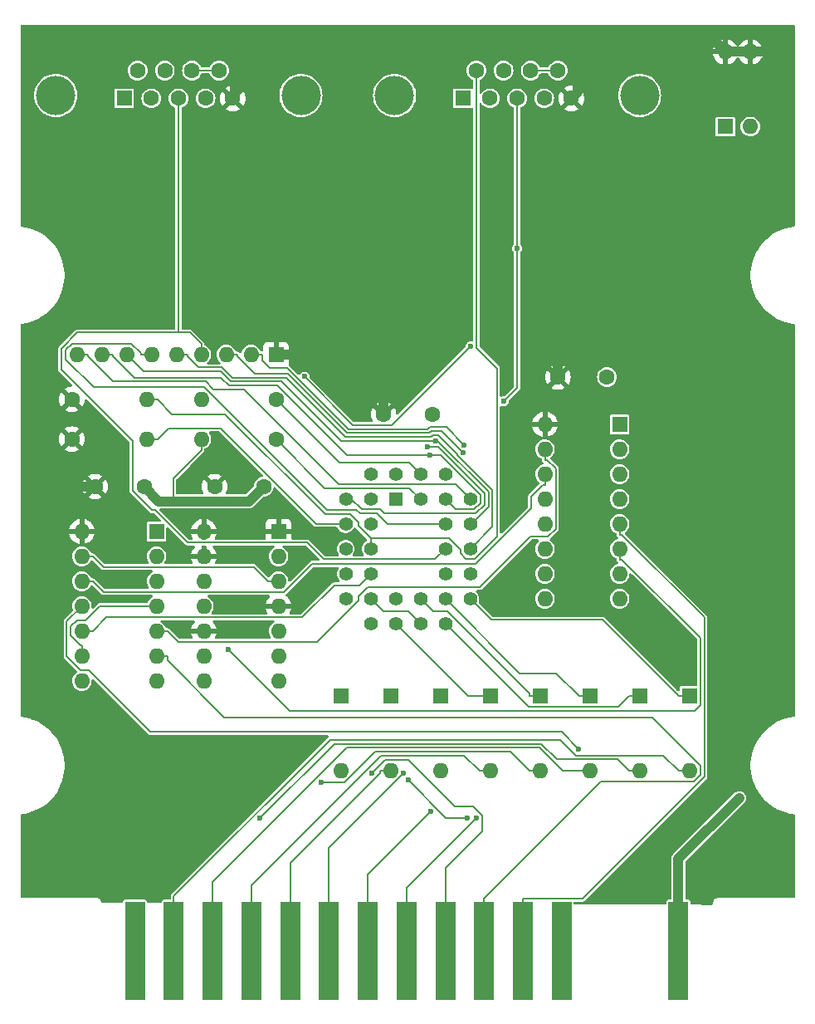
<source format=gbr>
%TF.GenerationSoftware,KiCad,Pcbnew,8.0.2*%
%TF.CreationDate,2025-01-23T22:42:54+01:00*%
%TF.ProjectId,p2000t-joystick-slot2-eeprom,70323030-3074-42d6-9a6f-79737469636b,rev?*%
%TF.SameCoordinates,Original*%
%TF.FileFunction,Copper,L2,Bot*%
%TF.FilePolarity,Positive*%
%FSLAX46Y46*%
G04 Gerber Fmt 4.6, Leading zero omitted, Abs format (unit mm)*
G04 Created by KiCad (PCBNEW 8.0.2) date 2025-01-23 22:42:54*
%MOMM*%
%LPD*%
G01*
G04 APERTURE LIST*
%TA.AperFunction,ComponentPad*%
%ADD10R,1.600000X1.600000*%
%TD*%
%TA.AperFunction,ComponentPad*%
%ADD11O,1.600000X1.600000*%
%TD*%
%TA.AperFunction,ComponentPad*%
%ADD12C,1.600000*%
%TD*%
%TA.AperFunction,ComponentPad*%
%ADD13C,4.000000*%
%TD*%
%TA.AperFunction,SMDPad,CuDef*%
%ADD14R,2.000000X10.000000*%
%TD*%
%TA.AperFunction,ComponentPad*%
%ADD15R,1.422400X1.422400*%
%TD*%
%TA.AperFunction,ComponentPad*%
%ADD16C,1.422400*%
%TD*%
%TA.AperFunction,ViaPad*%
%ADD17C,0.600000*%
%TD*%
%TA.AperFunction,Conductor*%
%ADD18C,0.200000*%
%TD*%
%TA.AperFunction,Conductor*%
%ADD19C,1.000000*%
%TD*%
G04 APERTURE END LIST*
D10*
%TO.P,SW1,1*%
%TO.N,DIP2*%
X100203000Y-36957000D03*
D11*
%TO.P,SW1,2*%
%TO.N,DIP1*%
X102743000Y-36957000D03*
%TO.P,SW1,3*%
%TO.N,VCC*%
X102743000Y-29337000D03*
%TO.P,SW1,4*%
X100203000Y-29337000D03*
%TD*%
D12*
%TO.P,C2,1*%
%TO.N,VCC*%
X83108000Y-62494000D03*
%TO.P,C2,2*%
%TO.N,GND*%
X88108000Y-62494000D03*
%TD*%
D13*
%TO.P,J1,0,PAD*%
%TO.N,unconnected-(J1-PAD-Pad0)*%
X31896000Y-33782000D03*
%TO.N,unconnected-(J1-PAD-Pad0)_0*%
X56896000Y-33782000D03*
D10*
%TO.P,J1,1,UP*%
%TO.N,~{P1_UP}*%
X38856000Y-34082000D03*
D12*
%TO.P,J1,2,DOWN*%
%TO.N,~{P1_DOWN}*%
X41626000Y-34082000D03*
%TO.P,J1,3,LEFT*%
%TO.N,~{P1_LEFT}*%
X44396000Y-34082000D03*
%TO.P,J1,4,RIGHT*%
%TO.N,~{P1_RIGHT}*%
X47166000Y-34082000D03*
%TO.P,J1,5,VCC*%
%TO.N,VCC*%
X49936000Y-34082000D03*
%TO.P,J1,6,FIRE*%
%TO.N,~{P1_FIRE}*%
X40241000Y-31242000D03*
%TO.P,J1,7,NC*%
%TO.N,unconnected-(J1-NC-Pad7)*%
X43011000Y-31242000D03*
%TO.P,J1,8,CC-DPAD*%
%TO.N,GND*%
X45781000Y-31242000D03*
%TO.P,J1,9,CC-FIRE*%
X48551000Y-31242000D03*
%TD*%
D10*
%TO.P,D6,1,K*%
%TO.N,Net-(D6-K)*%
X71120000Y-94996000D03*
D11*
%TO.P,D6,2,A*%
%TO.N,D5*%
X71120000Y-102616000D03*
%TD*%
D14*
%TO.P,J2,1a,Pin_1a*%
%TO.N,unconnected-(J2-Pin_1a-Pad1a)*%
X39957000Y-120959000D03*
%TO.P,J2,2a,Pin_2a*%
%TO.N,D0*%
X43917000Y-120959000D03*
%TO.P,J2,3a,Pin_3a*%
%TO.N,D2*%
X47877000Y-120959000D03*
%TO.P,J2,4a,Pin_4a*%
%TO.N,D4*%
X51837000Y-120959000D03*
%TO.P,J2,5a,Pin_5a*%
%TO.N,D6*%
X55797000Y-120959000D03*
%TO.P,J2,6a,Pin_6a*%
%TO.N,A0*%
X59757000Y-120959000D03*
%TO.P,J2,7a,Pin_7a*%
%TO.N,A2*%
X63717000Y-120959000D03*
%TO.P,J2,8a,Pin_8a*%
%TO.N,A4*%
X67677000Y-120959000D03*
%TO.P,J2,9a,Pin_9a*%
%TO.N,A6*%
X71637000Y-120959000D03*
%TO.P,J2,10a,Pin_10a*%
%TO.N,~{RD}*%
X75597000Y-120959000D03*
%TO.P,J2,11a,Pin_11a*%
%TO.N,~{IORQ}*%
X79557000Y-120959000D03*
%TO.P,J2,12a,Pin_12a*%
%TO.N,unconnected-(J2-Pin_12a-Pad12a)*%
X83517000Y-120959000D03*
%TO.P,J2,15a,Pin_15a*%
%TO.N,GND*%
X95397000Y-120959000D03*
%TD*%
D12*
%TO.P,C4,1*%
%TO.N,VCC*%
X48086000Y-73660000D03*
%TO.P,C4,2*%
%TO.N,GND*%
X53086000Y-73660000D03*
%TD*%
%TO.P,C1,1*%
%TO.N,VCC*%
X65318000Y-66294000D03*
%TO.P,C1,2*%
%TO.N,GND*%
X70318000Y-66294000D03*
%TD*%
%TO.P,R3,1*%
%TO.N,VCC*%
X33528000Y-68820000D03*
D11*
%TO.P,R3,2*%
%TO.N,~{P2_RIGHT}*%
X41148000Y-68820000D03*
%TD*%
D10*
%TO.P,RN1,1,common*%
%TO.N,VCC*%
X54356000Y-60198000D03*
D11*
%TO.P,RN1,2,R1*%
%TO.N,~{P1_UP}*%
X51816000Y-60198000D03*
%TO.P,RN1,3,R2*%
%TO.N,~{P1_DOWN}*%
X49276000Y-60198000D03*
%TO.P,RN1,4,R3*%
%TO.N,~{P1_LEFT}*%
X46736000Y-60198000D03*
%TO.P,RN1,5,R4*%
%TO.N,~{P1_RIGHT}*%
X44196000Y-60198000D03*
%TO.P,RN1,6,R5*%
%TO.N,~{P1_FIRE}*%
X41656000Y-60198000D03*
%TO.P,RN1,7,R6*%
%TO.N,~{P2_UP}*%
X39116000Y-60198000D03*
%TO.P,RN1,8,R7*%
%TO.N,~{P2_DOWN}*%
X36576000Y-60198000D03*
%TO.P,RN1,9,R8*%
%TO.N,~{P2_LEFT}*%
X34036000Y-60198000D03*
%TD*%
D10*
%TO.P,D8,1,K*%
%TO.N,Net-(D8-K)*%
X60960000Y-94996000D03*
D11*
%TO.P,D8,2,A*%
%TO.N,D7*%
X60960000Y-102616000D03*
%TD*%
D10*
%TO.P,U1,1*%
%TO.N,Net-(U3-E2)*%
X42164000Y-78232000D03*
D11*
%TO.P,U1,2*%
%TO.N,A6*%
X42164000Y-80772000D03*
%TO.P,U1,3*%
%TO.N,A7*%
X42164000Y-83312000D03*
%TO.P,U1,4*%
%TO.N,Net-(U1-Pad4)*%
X42164000Y-85852000D03*
%TO.P,U1,5*%
%TO.N,Net-(U3-~{Y0})*%
X42164000Y-88392000D03*
%TO.P,U1,6*%
%TO.N,~{RD}*%
X42164000Y-90932000D03*
%TO.P,U1,7,GND*%
%TO.N,GND*%
X42164000Y-93472000D03*
%TO.P,U1,8*%
%TO.N,Net-(U1-Pad4)*%
X34544000Y-93472000D03*
%TO.P,U1,9*%
X34544000Y-90932000D03*
%TO.P,U1,10*%
%TO.N,Net-(U4-OE)*%
X34544000Y-88392000D03*
%TO.P,U1,11*%
%TO.N,~{WR}*%
X34544000Y-85852000D03*
%TO.P,U1,12*%
%TO.N,Net-(U3-~{Y1})*%
X34544000Y-83312000D03*
%TO.P,U1,13*%
%TO.N,Net-(U2A-C)*%
X34544000Y-80772000D03*
%TO.P,U1,14,VCC*%
%TO.N,VCC*%
X34544000Y-78232000D03*
%TD*%
D12*
%TO.P,R1,1*%
%TO.N,DIP2*%
X54356000Y-64770000D03*
D11*
%TO.P,R1,2*%
%TO.N,GND*%
X46736000Y-64770000D03*
%TD*%
D10*
%TO.P,D5,1,K*%
%TO.N,Net-(D5-K)*%
X76200000Y-94996000D03*
D11*
%TO.P,D5,2,A*%
%TO.N,D4*%
X76200000Y-102616000D03*
%TD*%
D10*
%TO.P,D3,1,K*%
%TO.N,Net-(D3-K)*%
X86360000Y-94996000D03*
D11*
%TO.P,D3,2,A*%
%TO.N,D2*%
X86360000Y-102616000D03*
%TD*%
D10*
%TO.P,D4,1,K*%
%TO.N,Net-(D4-K)*%
X81280000Y-94996000D03*
D11*
%TO.P,D4,2,A*%
%TO.N,D3*%
X81280000Y-102616000D03*
%TD*%
D12*
%TO.P,R2,1*%
%TO.N,DIP1*%
X54356000Y-68834000D03*
D11*
%TO.P,R2,2*%
%TO.N,GND*%
X46736000Y-68834000D03*
%TD*%
D13*
%TO.P,J3,0,PAD*%
%TO.N,unconnected-(J3-PAD-Pad0)*%
X66446000Y-33782000D03*
%TO.N,unconnected-(J3-PAD-Pad0)_0*%
X91446000Y-33782000D03*
D10*
%TO.P,J3,1,UP*%
%TO.N,~{P2_UP}*%
X73406000Y-34082000D03*
D12*
%TO.P,J3,2,DOWN*%
%TO.N,~{P2_DOWN}*%
X76176000Y-34082000D03*
%TO.P,J3,3,LEFT*%
%TO.N,~{P2_LEFT}*%
X78946000Y-34082000D03*
%TO.P,J3,4,RIGHT*%
%TO.N,~{P2_RIGHT}*%
X81716000Y-34082000D03*
%TO.P,J3,5,VCC*%
%TO.N,VCC*%
X84486000Y-34082000D03*
%TO.P,J3,6,FIRE*%
%TO.N,~{P2_FIRE}*%
X74791000Y-31242000D03*
%TO.P,J3,7,NC*%
%TO.N,unconnected-(J3-NC-Pad7)*%
X77561000Y-31242000D03*
%TO.P,J3,8,CC-DPAD*%
%TO.N,GND*%
X80331000Y-31242000D03*
%TO.P,J3,9,CC-FIRE*%
X83101000Y-31242000D03*
%TD*%
%TO.P,R4,1*%
%TO.N,VCC*%
X33528000Y-64770000D03*
D11*
%TO.P,R4,2*%
%TO.N,~{P2_FIRE}*%
X41148000Y-64770000D03*
%TD*%
D15*
%TO.P,U4,1,NC*%
%TO.N,GND*%
X66548000Y-74930000D03*
D16*
%TO.P,U4,2,A16*%
%TO.N,DIP2*%
X69088000Y-72390000D03*
%TO.P,U4,3,A15*%
%TO.N,DIP1*%
X69088000Y-74930000D03*
%TO.P,U4,4,A12*%
%TO.N,A2*%
X71628000Y-72390000D03*
%TO.P,U4,5,A7*%
%TO.N,~{P2_LEFT}*%
X74168000Y-74930000D03*
%TO.P,U4,6,A6*%
%TO.N,~{P2_DOWN}*%
X71628000Y-74930000D03*
%TO.P,U4,7,A5*%
%TO.N,~{P2_UP}*%
X74168000Y-77470000D03*
%TO.P,U4,8,A4*%
%TO.N,~{P1_FIRE}*%
X71628000Y-77470000D03*
%TO.P,U4,9,A3*%
%TO.N,~{P1_RIGHT}*%
X74168000Y-80010000D03*
%TO.P,U4,10,A2*%
%TO.N,~{P1_LEFT}*%
X71628000Y-80010000D03*
%TO.P,U4,11,A1*%
%TO.N,~{P1_DOWN}*%
X74168000Y-82550000D03*
%TO.P,U4,12,A0*%
%TO.N,~{P1_UP}*%
X71628000Y-82550000D03*
%TO.P,U4,13,D0*%
%TO.N,Net-(D1-K)*%
X74168000Y-85090000D03*
%TO.P,U4,14,D1*%
%TO.N,Net-(D2-K)*%
X71628000Y-87630000D03*
%TO.P,U4,15,D2*%
%TO.N,Net-(D3-K)*%
X71628000Y-85090000D03*
%TO.P,U4,16,GND*%
%TO.N,GND*%
X69088000Y-87630000D03*
%TO.P,U4,17,D3*%
%TO.N,Net-(D4-K)*%
X69088000Y-85090000D03*
%TO.P,U4,18,D4*%
%TO.N,Net-(D5-K)*%
X66548000Y-87630000D03*
%TO.P,U4,19,D5*%
%TO.N,Net-(D6-K)*%
X66548000Y-85090000D03*
%TO.P,U4,20,D6*%
%TO.N,Net-(D7-K)*%
X64008000Y-87630000D03*
%TO.P,U4,21,D7*%
%TO.N,Net-(D8-K)*%
X61468000Y-85090000D03*
%TO.P,U4,22,CE*%
%TO.N,GND*%
X64008000Y-85090000D03*
%TO.P,U4,23,A10*%
%TO.N,A0*%
X61468000Y-82550000D03*
%TO.P,U4,24,OE*%
%TO.N,Net-(U4-OE)*%
X64008000Y-82550000D03*
%TO.P,U4,25,A11*%
%TO.N,A1*%
X61468000Y-80010000D03*
%TO.P,U4,26,A9*%
%TO.N,~{P2_FIRE}*%
X64008000Y-80010000D03*
%TO.P,U4,27,A8*%
%TO.N,~{P2_RIGHT}*%
X61468000Y-77470000D03*
%TO.P,U4,28,A13*%
%TO.N,A3*%
X64008000Y-77470000D03*
%TO.P,U4,29,A14*%
%TO.N,KBIEN*%
X61468000Y-74930000D03*
%TO.P,U4,30,NC*%
%TO.N,GND*%
X64008000Y-72390000D03*
%TO.P,U4,31,PGM*%
%TO.N,VCC*%
X64008000Y-74930000D03*
%TO.P,U4,32,VCC*%
X66548000Y-72390000D03*
%TD*%
D10*
%TO.P,U2,1,~{R}*%
%TO.N,VCC*%
X54610000Y-78232000D03*
D11*
%TO.P,U2,2,D*%
%TO.N,D6*%
X54610000Y-80772000D03*
%TO.P,U2,3,C*%
%TO.N,Net-(U2A-C)*%
X54610000Y-83312000D03*
%TO.P,U2,4,~{S}*%
%TO.N,VCC*%
X54610000Y-85852000D03*
%TO.P,U2,5,Q*%
%TO.N,KBIEN*%
X54610000Y-88392000D03*
%TO.P,U2,6,~{Q}*%
%TO.N,unconnected-(U2A-~{Q}-Pad6)*%
X54610000Y-90932000D03*
%TO.P,U2,7,GND*%
%TO.N,GND*%
X54610000Y-93472000D03*
%TO.P,U2,8,~{Q}*%
%TO.N,unconnected-(U2B-~{Q}-Pad8)*%
X46990000Y-93472000D03*
%TO.P,U2,9,Q*%
%TO.N,unconnected-(U2B-Q-Pad9)*%
X46990000Y-90932000D03*
%TO.P,U2,10,~{S}*%
%TO.N,VCC*%
X46990000Y-88392000D03*
%TO.P,U2,11,C*%
%TO.N,GND*%
X46990000Y-85852000D03*
%TO.P,U2,12,D*%
X46990000Y-83312000D03*
%TO.P,U2,13,~{R}*%
%TO.N,VCC*%
X46990000Y-80772000D03*
%TO.P,U2,14,VCC*%
X46990000Y-78232000D03*
%TD*%
D10*
%TO.P,D1,1,K*%
%TO.N,Net-(D1-K)*%
X96520000Y-94996000D03*
D11*
%TO.P,D1,2,A*%
%TO.N,D0*%
X96520000Y-102616000D03*
%TD*%
D10*
%TO.P,D7,1,K*%
%TO.N,Net-(D7-K)*%
X66040000Y-94996000D03*
D11*
%TO.P,D7,2,A*%
%TO.N,D6*%
X66040000Y-102616000D03*
%TD*%
D10*
%TO.P,U3,1,A0*%
%TO.N,A4*%
X89408000Y-67310000D03*
D11*
%TO.P,U3,2,A1*%
%TO.N,GND*%
X89408000Y-69850000D03*
%TO.P,U3,3,A2*%
X89408000Y-72390000D03*
%TO.P,U3,4,~{E0}*%
%TO.N,A5*%
X89408000Y-74930000D03*
%TO.P,U3,5,~{E1}*%
%TO.N,~{IORQ}*%
X89408000Y-77470000D03*
%TO.P,U3,6,E2*%
%TO.N,Net-(U3-E2)*%
X89408000Y-80010000D03*
%TO.P,U3,7,~{Y7}*%
%TO.N,unconnected-(U3-~{Y7}-Pad7)*%
X89408000Y-82550000D03*
%TO.P,U3,8,GND*%
%TO.N,GND*%
X89408000Y-85090000D03*
%TO.P,U3,9,~{Y6}*%
%TO.N,unconnected-(U3-~{Y6}-Pad9)*%
X81788000Y-85090000D03*
%TO.P,U3,10,~{Y5}*%
%TO.N,unconnected-(U3-~{Y5}-Pad10)*%
X81788000Y-82550000D03*
%TO.P,U3,11,~{Y4}*%
%TO.N,unconnected-(U3-~{Y4}-Pad11)*%
X81788000Y-80010000D03*
%TO.P,U3,12,~{Y3}*%
%TO.N,unconnected-(U3-~{Y3}-Pad12)*%
X81788000Y-77470000D03*
%TO.P,U3,13,~{Y2}*%
%TO.N,unconnected-(U3-~{Y2}-Pad13)*%
X81788000Y-74930000D03*
%TO.P,U3,14,~{Y1}*%
%TO.N,Net-(U3-~{Y1})*%
X81788000Y-72390000D03*
%TO.P,U3,15,~{Y0}*%
%TO.N,Net-(U3-~{Y0})*%
X81788000Y-69850000D03*
%TO.P,U3,16,VCC*%
%TO.N,VCC*%
X81788000Y-67310000D03*
%TD*%
D10*
%TO.P,D2,1,K*%
%TO.N,Net-(D2-K)*%
X91440000Y-94996000D03*
D11*
%TO.P,D2,2,A*%
%TO.N,D1*%
X91440000Y-102616000D03*
%TD*%
D12*
%TO.P,C3,1*%
%TO.N,VCC*%
X35894000Y-73660000D03*
%TO.P,C3,2*%
%TO.N,GND*%
X40894000Y-73660000D03*
%TD*%
D17*
%TO.N,GND*%
X101600000Y-105410000D03*
%TO.N,VCC*%
X38735000Y-103505000D03*
%TO.N,~{P1_UP}*%
X73525100Y-69391300D03*
%TO.N,~{P1_DOWN}*%
X73444600Y-70191500D03*
%TO.N,~{P2_RIGHT}*%
X74177800Y-59356500D03*
X57269000Y-62446300D03*
%TO.N,~{P2_UP}*%
X70605900Y-69000600D03*
%TO.N,~{P2_DOWN}*%
X70012000Y-70457100D03*
%TO.N,A7*%
X73879700Y-107432200D03*
X67813400Y-103572600D03*
%TO.N,A4*%
X74779000Y-107425200D03*
%TO.N,A0*%
X67351200Y-102862300D03*
%TO.N,A6*%
X64090500Y-102905000D03*
%TO.N,D3*%
X58922600Y-103781600D03*
%TO.N,A2*%
X70144000Y-106779300D03*
%TO.N,D1*%
X52736000Y-107447300D03*
%TO.N,~{P2_LEFT}*%
X77588500Y-64963100D03*
X78946000Y-49368100D03*
%TO.N,~{WR}*%
X85244300Y-100429300D03*
%TO.N,Net-(U3-E2)*%
X49509700Y-90233700D03*
%TO.N,KBIEN*%
X69793700Y-69600700D03*
%TD*%
D18*
%TO.N,GND*%
X46736000Y-68834000D02*
X46736000Y-69934100D01*
X43853700Y-75160000D02*
X43853700Y-72816400D01*
D19*
X53086000Y-73660000D02*
X51586000Y-75160000D01*
X51586000Y-75160000D02*
X43853700Y-75160000D01*
D18*
X43853700Y-72816400D02*
X46736000Y-69934100D01*
X67818000Y-86360000D02*
X65278000Y-86360000D01*
D19*
X95397000Y-111613000D02*
X101600000Y-105410000D01*
D18*
X83101000Y-31242000D02*
X80331000Y-31242000D01*
X48551000Y-31242000D02*
X45781000Y-31242000D01*
X69088000Y-87630000D02*
X67818000Y-86360000D01*
D19*
X95397000Y-120959000D02*
X95397000Y-111613000D01*
X42394000Y-75160000D02*
X40894000Y-73660000D01*
D18*
X65278000Y-86360000D02*
X64008000Y-85090000D01*
D19*
X43853700Y-75160000D02*
X42394000Y-75160000D01*
%TO.N,VCC*%
X99060000Y-27940000D02*
X99060000Y-28194000D01*
X29527500Y-75882500D02*
X31750000Y-73660000D01*
X29527500Y-67310000D02*
X29527500Y-58737500D01*
X35560000Y-30480000D02*
X38100000Y-27940000D01*
X61595000Y-27940000D02*
X83820000Y-27940000D01*
X65318000Y-40553000D02*
X61595000Y-36830000D01*
X65318000Y-63413000D02*
X65318000Y-40553000D01*
X38735000Y-103505000D02*
X29210000Y-93980000D01*
X61595000Y-36830000D02*
X61595000Y-27940000D01*
X29527500Y-75882500D02*
X29527500Y-67310000D01*
X33655000Y-54610000D02*
X33655000Y-38735000D01*
X85725000Y-58420000D02*
X83108000Y-61037000D01*
X106680000Y-43815000D02*
X100330000Y-50165000D01*
X54356000Y-60198000D02*
X62103000Y-60198000D01*
X49530000Y-27940000D02*
X61595000Y-27940000D01*
X50165000Y-28575000D02*
X50165000Y-33853000D01*
X100330000Y-50165000D02*
X100330000Y-55880000D01*
X106680000Y-29845000D02*
X106680000Y-43815000D01*
X29210000Y-76200000D02*
X29527500Y-75882500D01*
X62103000Y-60198000D02*
X65318000Y-63413000D01*
X100330000Y-55880000D02*
X97790000Y-58420000D01*
X49530000Y-27940000D02*
X50165000Y-28575000D01*
X83820000Y-27940000D02*
X99060000Y-27940000D01*
X38100000Y-27940000D02*
X49530000Y-27940000D01*
X29210000Y-93980000D02*
X29210000Y-76200000D01*
X97790000Y-58420000D02*
X85725000Y-58420000D01*
X33655000Y-38735000D02*
X35560000Y-36830000D01*
D18*
X48090100Y-78232000D02*
X54610000Y-78232000D01*
D19*
X29527500Y-58737500D02*
X33655000Y-54610000D01*
X99060000Y-28194000D02*
X100203000Y-29337000D01*
D18*
X32018000Y-67310000D02*
X32018000Y-66280000D01*
D19*
X83820000Y-27940000D02*
X85090000Y-29210000D01*
X85090000Y-29210000D02*
X85090000Y-33478000D01*
X100203000Y-29337000D02*
X102743000Y-29337000D01*
D18*
X46990000Y-78232000D02*
X48090100Y-78232000D01*
X32018000Y-66280000D02*
X33528000Y-64770000D01*
D19*
X106172000Y-29337000D02*
X106680000Y-29845000D01*
X65318000Y-63413000D02*
X65318000Y-66294000D01*
X102743000Y-29337000D02*
X106172000Y-29337000D01*
X31750000Y-73660000D02*
X35894000Y-73660000D01*
X35560000Y-36830000D02*
X35560000Y-30480000D01*
D18*
X29527500Y-67310000D02*
X32018000Y-67310000D01*
D19*
X83108000Y-61037000D02*
X83108000Y-62494000D01*
D18*
X32018000Y-67310000D02*
X33528000Y-68820000D01*
D19*
X85090000Y-33478000D02*
X84486000Y-34082000D01*
X50165000Y-33853000D02*
X49936000Y-34082000D01*
D18*
%TO.N,~{P1_FIRE}*%
X62918700Y-76380700D02*
X64619200Y-76380700D01*
X62534200Y-75996200D02*
X62918700Y-76380700D01*
X40555900Y-60198000D02*
X40555900Y-60060500D01*
X40555900Y-60060500D02*
X39579100Y-59083700D01*
X65708500Y-77470000D02*
X71628000Y-77470000D01*
X39579100Y-59083700D02*
X33541100Y-59083700D01*
X47064200Y-63542400D02*
X59518000Y-75996200D01*
X64619200Y-76380700D02*
X65708500Y-77470000D01*
X32903900Y-59720900D02*
X32903900Y-60706800D01*
X59518000Y-75996200D02*
X62534200Y-75996200D01*
X35739500Y-63542400D02*
X47064200Y-63542400D01*
X41656000Y-60198000D02*
X40555900Y-60198000D01*
X32903900Y-60706800D02*
X35739500Y-63542400D01*
X33541100Y-59083700D02*
X32903900Y-59720900D01*
%TO.N,~{P1_UP}*%
X61767000Y-67796000D02*
X55512900Y-61541900D01*
X71728800Y-67595000D02*
X70031300Y-67595000D01*
X52916100Y-60785000D02*
X52916100Y-60198000D01*
X51816000Y-60198000D02*
X52916100Y-60198000D01*
X53673000Y-61541900D02*
X52916100Y-60785000D01*
X70031300Y-67595000D02*
X69830300Y-67796000D01*
X55512900Y-61541900D02*
X53673000Y-61541900D01*
X69830300Y-67796000D02*
X61767000Y-67796000D01*
X73525100Y-69391300D02*
X71728800Y-67595000D01*
%TO.N,~{P1_LEFT}*%
X59237800Y-81067900D02*
X70570100Y-81067900D01*
X44396000Y-57954200D02*
X44396000Y-34082000D01*
X39725500Y-74121500D02*
X41666100Y-76062100D01*
X41666100Y-76062100D02*
X42050600Y-76062100D01*
X39725500Y-69039800D02*
X39725500Y-74121500D01*
X45348900Y-79360400D02*
X57530300Y-79360400D01*
X32455100Y-61769400D02*
X39725500Y-69039800D01*
X44396000Y-57954200D02*
X34084800Y-57954200D01*
X32455100Y-59583900D02*
X32455100Y-61769400D01*
X70570100Y-81067900D02*
X71628000Y-80010000D01*
X57530300Y-79360400D02*
X59237800Y-81067900D01*
X45592300Y-57954200D02*
X44396000Y-57954200D01*
X34084800Y-57954200D02*
X32455100Y-59583900D01*
X46736000Y-60198000D02*
X46736000Y-59097900D01*
X46736000Y-59097900D02*
X45592300Y-57954200D01*
X42050600Y-76062100D02*
X45348900Y-79360400D01*
%TO.N,~{P1_DOWN}*%
X73444600Y-70191500D02*
X71248200Y-67995100D01*
X55547200Y-62142000D02*
X52182600Y-62142000D01*
X61605600Y-68200400D02*
X55547200Y-62142000D01*
X52182600Y-62142000D02*
X50376100Y-60335500D01*
X49276000Y-60198000D02*
X50376100Y-60198000D01*
X70197000Y-67995100D02*
X69991700Y-68200400D01*
X71248200Y-67995100D02*
X70197000Y-67995100D01*
X50376100Y-60335500D02*
X50376100Y-60198000D01*
X69991700Y-68200400D02*
X61605600Y-68200400D01*
%TO.N,~{P1_RIGHT}*%
X49886900Y-62542100D02*
X48843100Y-61498300D01*
X46435200Y-61498300D02*
X45296100Y-60359200D01*
X45296100Y-60359200D02*
X45296100Y-60198000D01*
X70902200Y-68395200D02*
X70362700Y-68395200D01*
X70362700Y-68395200D02*
X70157400Y-68600500D01*
X72844500Y-70337500D02*
X70902200Y-68395200D01*
X61439900Y-68600500D02*
X55381500Y-62542100D01*
X70157400Y-68600500D02*
X61439900Y-68600500D01*
X55381500Y-62542100D02*
X49886900Y-62542100D01*
X76438300Y-74033700D02*
X72844500Y-70439900D01*
X76438300Y-77739700D02*
X76438300Y-74033700D01*
X48843100Y-61498300D02*
X46435200Y-61498300D01*
X72844500Y-70439900D02*
X72844500Y-70337500D01*
X44196000Y-60198000D02*
X45296100Y-60198000D01*
X74168000Y-80010000D02*
X76438300Y-77739700D01*
%TO.N,~{P2_RIGHT}*%
X42248100Y-68820000D02*
X43347400Y-67720700D01*
X62218500Y-67395800D02*
X57269000Y-62446300D01*
X58451900Y-77470000D02*
X61468000Y-77470000D01*
X66138500Y-67395800D02*
X62218500Y-67395800D01*
X48702600Y-67720700D02*
X58451900Y-77470000D01*
X43347400Y-67720700D02*
X48702600Y-67720700D01*
X41148000Y-68820000D02*
X42248100Y-68820000D01*
X74177800Y-59356500D02*
X66138500Y-67395800D01*
%TO.N,~{P2_FIRE}*%
X41148000Y-64770000D02*
X42248100Y-64770000D01*
X76903600Y-78757700D02*
X76903600Y-61616200D01*
X62738000Y-77283900D02*
X62738000Y-77679400D01*
X42248100Y-64770000D02*
X43748300Y-66270200D01*
X73712100Y-81027500D02*
X74633800Y-81027500D01*
X62738000Y-77679400D02*
X64008000Y-78949400D01*
X64008000Y-78949400D02*
X64008000Y-80010000D01*
X73156600Y-80472000D02*
X73712100Y-81027500D01*
X61905500Y-76451400D02*
X62738000Y-77283900D01*
X49172800Y-66270200D02*
X59354000Y-76451400D01*
X59354000Y-76451400D02*
X61905500Y-76451400D01*
X43748300Y-66270200D02*
X49172800Y-66270200D01*
X74633800Y-81027500D02*
X76903600Y-78757700D01*
X64008000Y-78949400D02*
X72001400Y-78949400D01*
X74791000Y-59503600D02*
X74791000Y-31242000D01*
X72001400Y-78949400D02*
X73156600Y-80104600D01*
X76903600Y-61616200D02*
X74791000Y-59503600D01*
X73156600Y-80104600D02*
X73156600Y-80472000D01*
%TO.N,~{P2_UP}*%
X60991400Y-69000600D02*
X54933000Y-62942200D01*
X74253300Y-77470000D02*
X76029800Y-75693500D01*
X76029800Y-75693500D02*
X76029800Y-74191100D01*
X74168000Y-77470000D02*
X74253300Y-77470000D01*
X70605900Y-69000600D02*
X60991400Y-69000600D01*
X54933000Y-62942200D02*
X49721200Y-62942200D01*
X76029800Y-74191100D02*
X70839300Y-69000600D01*
X49721200Y-62942200D02*
X48677400Y-61898400D01*
X48677400Y-61898400D02*
X40816400Y-61898400D01*
X70839300Y-69000600D02*
X70605900Y-69000600D01*
X40816400Y-61898400D02*
X39116000Y-60198000D01*
%TO.N,~{P2_DOWN}*%
X37676100Y-60335600D02*
X39882700Y-62542200D01*
X61599200Y-70457100D02*
X70012000Y-70457100D01*
X75218500Y-75345100D02*
X74583100Y-75980500D01*
X72678500Y-75980500D02*
X71628000Y-74930000D01*
X49555500Y-63342300D02*
X54484400Y-63342300D01*
X36576000Y-60198000D02*
X37676100Y-60198000D01*
X37676100Y-60198000D02*
X37676100Y-60335600D01*
X74583100Y-75980500D02*
X72678500Y-75980500D01*
X54484400Y-63342300D02*
X61599200Y-70457100D01*
X39882700Y-62542200D02*
X48755400Y-62542200D01*
X70012000Y-70457100D02*
X71164200Y-70457100D01*
X71164200Y-70457100D02*
X75218500Y-74511400D01*
X75218500Y-74511400D02*
X75218500Y-75345100D01*
X48755400Y-62542200D02*
X49555500Y-63342300D01*
%TO.N,A7*%
X71673000Y-107432200D02*
X67813400Y-103572600D01*
X73879700Y-107432200D02*
X71673000Y-107432200D01*
%TO.N,D4*%
X51837000Y-114310000D02*
X51837000Y-120959000D01*
X75099900Y-102616000D02*
X73565900Y-101082000D01*
X65065000Y-101082000D02*
X51837000Y-114310000D01*
X76200000Y-102616000D02*
X75099900Y-102616000D01*
X73565900Y-101082000D02*
X65065000Y-101082000D01*
%TO.N,~{RD}*%
X87506000Y-103749900D02*
X96981600Y-103749900D01*
X97644100Y-102105100D02*
X92731200Y-97192200D01*
X97644100Y-103087400D02*
X97644100Y-102105100D01*
X43264100Y-91387900D02*
X43264100Y-90932000D01*
X92731200Y-97192200D02*
X49068400Y-97192200D01*
X42164000Y-90932000D02*
X43264100Y-90932000D01*
X75597000Y-115658900D02*
X87506000Y-103749900D01*
X49068400Y-97192200D02*
X43264100Y-91387900D01*
X75597000Y-120959000D02*
X75597000Y-115658900D01*
X96981600Y-103749900D02*
X97644100Y-103087400D01*
%TO.N,A4*%
X67677000Y-114527200D02*
X74779000Y-107425200D01*
X67677000Y-120959000D02*
X67677000Y-114527200D01*
%TO.N,D6*%
X55797000Y-120959000D02*
X55797000Y-115658900D01*
X64939900Y-102904300D02*
X64939900Y-102616000D01*
X55797000Y-112047200D02*
X64939900Y-102904300D01*
X66040000Y-102616000D02*
X64939900Y-102616000D01*
X55797000Y-115658900D02*
X55797000Y-112047200D01*
%TO.N,D2*%
X81243000Y-100281800D02*
X83577200Y-102616000D01*
X83577200Y-102616000D02*
X86360000Y-102616000D01*
X61566100Y-100281800D02*
X81243000Y-100281800D01*
X47877000Y-113970900D02*
X61566100Y-100281800D01*
X47877000Y-120959000D02*
X47877000Y-113970900D01*
%TO.N,D0*%
X96520000Y-102616000D02*
X95419900Y-102616000D01*
X43917000Y-120959000D02*
X43917000Y-115658900D01*
X83383700Y-99453500D02*
X59860300Y-99453500D01*
X84995900Y-101065700D02*
X83383700Y-99453500D01*
X95419900Y-102616000D02*
X93869600Y-101065700D01*
X93869600Y-101065700D02*
X84995900Y-101065700D01*
X43917000Y-115396800D02*
X43917000Y-115658900D01*
X59860300Y-99453500D02*
X43917000Y-115396800D01*
%TO.N,A0*%
X67351200Y-102862300D02*
X59757000Y-110456500D01*
X59757000Y-120959000D02*
X59757000Y-115658900D01*
X59757000Y-110456500D02*
X59757000Y-115658900D01*
%TO.N,A6*%
X75403700Y-107198300D02*
X74455300Y-106249900D01*
X67867200Y-101482100D02*
X65507900Y-101482100D01*
X65507900Y-101482100D02*
X64090500Y-102899500D01*
X64090500Y-102899500D02*
X64090500Y-102905000D01*
X75403700Y-108779000D02*
X75403700Y-107198300D01*
X74455300Y-106249900D02*
X72635000Y-106249900D01*
X71637000Y-112545700D02*
X75403700Y-108779000D01*
X72635000Y-106249900D02*
X67867200Y-101482100D01*
X71637000Y-120959000D02*
X71637000Y-112545700D01*
%TO.N,D3*%
X61357700Y-103781600D02*
X64457400Y-100681900D01*
X58922600Y-103781600D02*
X61357700Y-103781600D01*
X64457400Y-100681900D02*
X78245800Y-100681900D01*
X78245800Y-100681900D02*
X80179900Y-102616000D01*
X81280000Y-102616000D02*
X80179900Y-102616000D01*
%TO.N,~{IORQ}*%
X89635900Y-78570100D02*
X89408000Y-78570100D01*
X89408000Y-77470000D02*
X89408000Y-78570100D01*
X85642300Y-115658900D02*
X98044800Y-103256400D01*
X79557000Y-115658900D02*
X85642300Y-115658900D01*
X98044800Y-86979000D02*
X89635900Y-78570100D01*
X98044800Y-103256400D02*
X98044800Y-86979000D01*
X79557000Y-120959000D02*
X79557000Y-115658900D01*
%TO.N,A2*%
X63717000Y-113206300D02*
X70144000Y-106779300D01*
X63717000Y-120959000D02*
X63717000Y-113206300D01*
%TO.N,D1*%
X82992900Y-101465800D02*
X81408800Y-99881700D01*
X90339900Y-102616000D02*
X89189700Y-101465800D01*
X81408800Y-99881700D02*
X60301600Y-99881700D01*
X91440000Y-102616000D02*
X90339900Y-102616000D01*
X89189700Y-101465800D02*
X82992900Y-101465800D01*
X60301600Y-99881700D02*
X52736000Y-107447300D01*
%TO.N,Net-(D1-K)*%
X96520000Y-94996000D02*
X95419900Y-94996000D01*
X87653700Y-87229800D02*
X76307800Y-87229800D01*
X76307800Y-87229800D02*
X74168000Y-85090000D01*
X95419900Y-94996000D02*
X87653700Y-87229800D01*
%TO.N,Net-(D2-K)*%
X80094200Y-96096200D02*
X71628000Y-87630000D01*
X89239700Y-96096200D02*
X80094200Y-96096200D01*
X90339900Y-94996000D02*
X89239700Y-96096200D01*
X91440000Y-94996000D02*
X90339900Y-94996000D01*
%TO.N,Net-(D3-K)*%
X86360000Y-94996000D02*
X85259900Y-94996000D01*
X82955800Y-92691900D02*
X79229900Y-92691900D01*
X79229900Y-92691900D02*
X71628000Y-85090000D01*
X85259900Y-94996000D02*
X82955800Y-92691900D01*
%TO.N,Net-(D4-K)*%
X71812600Y-86360000D02*
X70358000Y-86360000D01*
X80179900Y-94996000D02*
X80179900Y-94727300D01*
X81280000Y-94996000D02*
X80179900Y-94996000D01*
X80179900Y-94727300D02*
X71812600Y-86360000D01*
X70358000Y-86360000D02*
X69088000Y-85090000D01*
%TO.N,Net-(D5-K)*%
X76200000Y-94996000D02*
X75099900Y-94996000D01*
X73914000Y-94996000D02*
X66548000Y-87630000D01*
X75099900Y-94996000D02*
X73914000Y-94996000D01*
%TO.N,DIP2*%
X60794200Y-71208200D02*
X67906200Y-71208200D01*
X54356000Y-64770000D02*
X60794200Y-71208200D01*
X67906200Y-71208200D02*
X69088000Y-72390000D01*
%TO.N,DIP1*%
X54356000Y-68834000D02*
X59323600Y-73801600D01*
X59323600Y-73801600D02*
X67959600Y-73801600D01*
X67959600Y-73801600D02*
X69088000Y-74930000D01*
%TO.N,~{P2_LEFT}*%
X51096200Y-63742400D02*
X60755200Y-73401400D01*
X47974400Y-63742400D02*
X51096200Y-63742400D01*
X72639400Y-73401400D02*
X74168000Y-74930000D01*
X78946000Y-63605600D02*
X78946000Y-49368100D01*
X77588500Y-64963100D02*
X78946000Y-63605600D01*
X35136100Y-60335500D02*
X37743000Y-62942400D01*
X47174400Y-62942400D02*
X47974400Y-63742400D01*
X78946000Y-34082000D02*
X78946000Y-49368100D01*
X34036000Y-60198000D02*
X35136100Y-60198000D01*
X60755200Y-73401400D02*
X72639400Y-73401400D01*
X37743000Y-62942400D02*
X47174400Y-62942400D01*
X35136100Y-60198000D02*
X35136100Y-60335500D01*
%TO.N,~{WR}*%
X35243800Y-92371800D02*
X41553400Y-98681400D01*
X83496400Y-98681400D02*
X85244300Y-100429300D01*
X32993700Y-87402300D02*
X32993700Y-90969000D01*
X34396500Y-92371800D02*
X35243800Y-92371800D01*
X41553400Y-98681400D02*
X83496400Y-98681400D01*
X34544000Y-85852000D02*
X32993700Y-87402300D01*
X32993700Y-90969000D02*
X34396500Y-92371800D01*
%TO.N,Net-(U3-~{Y1})*%
X58024000Y-81538600D02*
X74699000Y-81538600D01*
X55147400Y-84415200D02*
X58024000Y-81538600D01*
X74699000Y-81538600D02*
X80348200Y-75889400D01*
X81560000Y-73490100D02*
X81788000Y-73490100D01*
X36747300Y-84415200D02*
X55147400Y-84415200D01*
X80348200Y-74701900D02*
X81560000Y-73490100D01*
X81788000Y-72390000D02*
X81788000Y-73490100D01*
X80348200Y-75889400D02*
X80348200Y-74701900D01*
X34544000Y-83312000D02*
X35644100Y-83312000D01*
X35644100Y-83312000D02*
X36747300Y-84415200D01*
%TO.N,Net-(U4-OE)*%
X37057700Y-86978400D02*
X35644100Y-88392000D01*
X60312100Y-83701200D02*
X57034900Y-86978400D01*
X34544000Y-88392000D02*
X35644100Y-88392000D01*
X62856800Y-83701200D02*
X60312100Y-83701200D01*
X57034900Y-86978400D02*
X37057700Y-86978400D01*
X64008000Y-82550000D02*
X62856800Y-83701200D01*
%TO.N,Net-(U3-~{Y0})*%
X80315000Y-78740000D02*
X82108500Y-78740000D01*
X42164000Y-88392000D02*
X43264100Y-88392000D01*
X82895500Y-71829700D02*
X82015900Y-70950100D01*
X81788000Y-69850000D02*
X81788000Y-70950100D01*
X62738000Y-85277300D02*
X62738000Y-84867400D01*
X82895500Y-77953000D02*
X82895500Y-71829700D01*
X62738000Y-84867400D02*
X63706800Y-83898600D01*
X75156400Y-83898600D02*
X80315000Y-78740000D01*
X58523100Y-89492200D02*
X62738000Y-85277300D01*
X82108500Y-78740000D02*
X82895500Y-77953000D01*
X63706800Y-83898600D02*
X75156400Y-83898600D01*
X82015900Y-70950100D02*
X81788000Y-70950100D01*
X43264100Y-88392000D02*
X44364300Y-89492200D01*
X44364300Y-89492200D02*
X58523100Y-89492200D01*
%TO.N,Net-(U1-Pad4)*%
X34081500Y-87263500D02*
X34958900Y-87263500D01*
X34544000Y-90932000D02*
X34544000Y-89831900D01*
X34544000Y-89831900D02*
X34406500Y-89831900D01*
X33434100Y-88859500D02*
X33434100Y-87910900D01*
X36370400Y-85852000D02*
X42164000Y-85852000D01*
X33434100Y-87910900D02*
X34081500Y-87263500D01*
X34958900Y-87263500D02*
X36370400Y-85852000D01*
X34406500Y-89831900D02*
X33434100Y-88859500D01*
%TO.N,Net-(U2A-C)*%
X36744200Y-81872100D02*
X52070000Y-81872100D01*
X35644100Y-80772000D02*
X36744200Y-81872100D01*
X54610000Y-83312000D02*
X53509900Y-83312000D01*
X34544000Y-80772000D02*
X35644100Y-80772000D01*
X52070000Y-81872100D02*
X53509900Y-83312000D01*
%TO.N,Net-(U3-E2)*%
X97620200Y-89094400D02*
X89635900Y-81110100D01*
X89635900Y-81110100D02*
X89408000Y-81110100D01*
X49509700Y-90233700D02*
X55780700Y-96504700D01*
X97040100Y-96504700D02*
X97620200Y-95924600D01*
X55780700Y-96504700D02*
X97040100Y-96504700D01*
X89408000Y-80010000D02*
X89408000Y-81110100D01*
X97620200Y-95924600D02*
X97620200Y-89094400D01*
%TO.N,KBIEN*%
X75618700Y-75511000D02*
X74749000Y-76380700D01*
X65385200Y-76380700D02*
X64985100Y-75980600D01*
X69793700Y-69600700D02*
X70873600Y-69600700D01*
X64985100Y-75980600D02*
X63084500Y-75980600D01*
X70873600Y-69600700D02*
X75618700Y-74345800D01*
X75618700Y-74345800D02*
X75618700Y-75511000D01*
X63084500Y-75980600D02*
X62033900Y-74930000D01*
X74749000Y-76380700D02*
X65385200Y-76380700D01*
X62033900Y-74930000D02*
X61468000Y-74930000D01*
%TD*%
%TA.AperFunction,Conductor*%
%TO.N,VCC*%
G36*
X102422920Y-29091394D02*
G01*
X102370259Y-29182606D01*
X102343000Y-29284339D01*
X102343000Y-29389661D01*
X102370259Y-29491394D01*
X102422920Y-29582606D01*
X102427314Y-29587000D01*
X100518686Y-29587000D01*
X100523080Y-29582606D01*
X100575741Y-29491394D01*
X100603000Y-29389661D01*
X100603000Y-29284339D01*
X100575741Y-29182606D01*
X100523080Y-29091394D01*
X100518686Y-29087000D01*
X102427314Y-29087000D01*
X102422920Y-29091394D01*
G37*
%TD.AperFunction*%
%TA.AperFunction,Conductor*%
G36*
X107219104Y-26622899D02*
G01*
X107264859Y-26675703D01*
X107276065Y-26727214D01*
X107276065Y-47013268D01*
X107256380Y-47080307D01*
X107203576Y-47126062D01*
X107162873Y-47136796D01*
X107123242Y-47140263D01*
X106693232Y-47216087D01*
X106693229Y-47216087D01*
X106693227Y-47216088D01*
X106693222Y-47216089D01*
X106693219Y-47216090D01*
X106271463Y-47329098D01*
X106066293Y-47403774D01*
X105861133Y-47478447D01*
X105861129Y-47478448D01*
X105861123Y-47478451D01*
X105861115Y-47478454D01*
X105465400Y-47662980D01*
X105465384Y-47662988D01*
X105087246Y-47881307D01*
X105087231Y-47881316D01*
X104729546Y-48131770D01*
X104395055Y-48412443D01*
X104086316Y-48721182D01*
X104086295Y-48721205D01*
X103805627Y-49055691D01*
X103555173Y-49413376D01*
X103555164Y-49413391D01*
X103336845Y-49791529D01*
X103336832Y-49791553D01*
X103152306Y-50187273D01*
X103152303Y-50187281D01*
X103002958Y-50597604D01*
X102889949Y-51019364D01*
X102889945Y-51019381D01*
X102814123Y-51449385D01*
X102814123Y-51449389D01*
X102776066Y-51884379D01*
X102776066Y-52321040D01*
X102814123Y-52756030D01*
X102814123Y-52756034D01*
X102889945Y-53186038D01*
X102889949Y-53186055D01*
X103002958Y-53607815D01*
X103152303Y-54018138D01*
X103152306Y-54018146D01*
X103336832Y-54413866D01*
X103336845Y-54413890D01*
X103555164Y-54792028D01*
X103555173Y-54792043D01*
X103805627Y-55149728D01*
X104014383Y-55398513D01*
X104086298Y-55484218D01*
X104086301Y-55484221D01*
X104086316Y-55484237D01*
X104395055Y-55792976D01*
X104395058Y-55792979D01*
X104400768Y-55797770D01*
X104729546Y-56073649D01*
X104729552Y-56073653D01*
X104729553Y-56073654D01*
X105087238Y-56324108D01*
X105465391Y-56542435D01*
X105465400Y-56542439D01*
X105861115Y-56726965D01*
X105861119Y-56726966D01*
X105861133Y-56726973D01*
X106271453Y-56876318D01*
X106271459Y-56876319D01*
X106271463Y-56876321D01*
X106386319Y-56907096D01*
X106693227Y-56989332D01*
X107123246Y-57065157D01*
X107162872Y-57068623D01*
X107227940Y-57094074D01*
X107268919Y-57150665D01*
X107276065Y-57192151D01*
X107276065Y-59736822D01*
X107276066Y-65336823D01*
X107276066Y-76736822D01*
X107276065Y-82348821D01*
X107276065Y-97013268D01*
X107256380Y-97080307D01*
X107203576Y-97126062D01*
X107162873Y-97136796D01*
X107123242Y-97140263D01*
X106693232Y-97216087D01*
X106693229Y-97216087D01*
X106693227Y-97216088D01*
X106693222Y-97216089D01*
X106693219Y-97216090D01*
X106271463Y-97329098D01*
X106066293Y-97403774D01*
X105861133Y-97478447D01*
X105861129Y-97478448D01*
X105861123Y-97478451D01*
X105861115Y-97478454D01*
X105465400Y-97662980D01*
X105465384Y-97662988D01*
X105087246Y-97881307D01*
X105087231Y-97881316D01*
X104729546Y-98131770D01*
X104395055Y-98412443D01*
X104086316Y-98721182D01*
X104086295Y-98721205D01*
X103805627Y-99055691D01*
X103555173Y-99413376D01*
X103555164Y-99413391D01*
X103336845Y-99791529D01*
X103336832Y-99791553D01*
X103152306Y-100187273D01*
X103152303Y-100187281D01*
X103002958Y-100597604D01*
X102889949Y-101019364D01*
X102889945Y-101019381D01*
X102814123Y-101449385D01*
X102814123Y-101449389D01*
X102776066Y-101884379D01*
X102776066Y-102321040D01*
X102814123Y-102756030D01*
X102814123Y-102756034D01*
X102889349Y-103182659D01*
X102889947Y-103186048D01*
X102898197Y-103216838D01*
X103002958Y-103607815D01*
X103152303Y-104018138D01*
X103152306Y-104018146D01*
X103336832Y-104413866D01*
X103336845Y-104413890D01*
X103467371Y-104639967D01*
X103553545Y-104789225D01*
X103555164Y-104792028D01*
X103555173Y-104792043D01*
X103805627Y-105149728D01*
X103966129Y-105341006D01*
X104086298Y-105484218D01*
X104086301Y-105484221D01*
X104086316Y-105484237D01*
X104343886Y-105741807D01*
X104395058Y-105792979D01*
X104400768Y-105797770D01*
X104729546Y-106073649D01*
X104729552Y-106073653D01*
X104729553Y-106073654D01*
X105087238Y-106324108D01*
X105465391Y-106542435D01*
X105560358Y-106586719D01*
X105861115Y-106726965D01*
X105861119Y-106726966D01*
X105861133Y-106726973D01*
X106271453Y-106876318D01*
X106271459Y-106876319D01*
X106271463Y-106876321D01*
X106336413Y-106893724D01*
X106693227Y-106989332D01*
X107123246Y-107065157D01*
X107162872Y-107068623D01*
X107227940Y-107094074D01*
X107268919Y-107150665D01*
X107276065Y-107192151D01*
X107276065Y-115478214D01*
X107256380Y-115545253D01*
X107203576Y-115591008D01*
X107152065Y-115602214D01*
X99371673Y-115602214D01*
X99244377Y-115636322D01*
X99130251Y-115702214D01*
X99130248Y-115702216D01*
X99037067Y-115795397D01*
X99037065Y-115795400D01*
X98971173Y-115909526D01*
X98937065Y-116036822D01*
X98937065Y-116178467D01*
X98917380Y-116245506D01*
X98864576Y-116291261D01*
X98812675Y-116302466D01*
X96721110Y-116295888D01*
X96654133Y-116275993D01*
X96608544Y-116223045D01*
X96597500Y-116171889D01*
X96597500Y-115939249D01*
X96597499Y-115939247D01*
X96585868Y-115880770D01*
X96585867Y-115880769D01*
X96541552Y-115814447D01*
X96475230Y-115770132D01*
X96475229Y-115770131D01*
X96416752Y-115758500D01*
X96416748Y-115758500D01*
X96221500Y-115758500D01*
X96154461Y-115738815D01*
X96108706Y-115686011D01*
X96097500Y-115634500D01*
X96097500Y-111954519D01*
X96117185Y-111887480D01*
X96133819Y-111866838D01*
X102144112Y-105856545D01*
X102144114Y-105856543D01*
X102220775Y-105741811D01*
X102273580Y-105614328D01*
X102299460Y-105484223D01*
X102300500Y-105478996D01*
X102300500Y-105341003D01*
X102273581Y-105205676D01*
X102273580Y-105205675D01*
X102273580Y-105205671D01*
X102220775Y-105078189D01*
X102144114Y-104963457D01*
X102144112Y-104963454D01*
X102046545Y-104865887D01*
X101936019Y-104792037D01*
X101931811Y-104789225D01*
X101804329Y-104736420D01*
X101804323Y-104736418D01*
X101668996Y-104709500D01*
X101668994Y-104709500D01*
X101531006Y-104709500D01*
X101531004Y-104709500D01*
X101395677Y-104736418D01*
X101395667Y-104736421D01*
X101268192Y-104789222D01*
X101153454Y-104865887D01*
X94852887Y-111166454D01*
X94776222Y-111281192D01*
X94723421Y-111408667D01*
X94723418Y-111408677D01*
X94696500Y-111544004D01*
X94696500Y-115634500D01*
X94676815Y-115701539D01*
X94624011Y-115747294D01*
X94572500Y-115758500D01*
X94377247Y-115758500D01*
X94318770Y-115770131D01*
X94318769Y-115770132D01*
X94252447Y-115814447D01*
X94208132Y-115880769D01*
X94208131Y-115880770D01*
X94196500Y-115939247D01*
X94196500Y-116163559D01*
X94176815Y-116230598D01*
X94124011Y-116276353D01*
X94072110Y-116287558D01*
X84841110Y-116258530D01*
X84774133Y-116238635D01*
X84728544Y-116185688D01*
X84717500Y-116134531D01*
X84717500Y-116083400D01*
X84737185Y-116016361D01*
X84789989Y-115970606D01*
X84841500Y-115959400D01*
X85681860Y-115959400D01*
X85681862Y-115959400D01*
X85758289Y-115938921D01*
X85826811Y-115899360D01*
X85882760Y-115843411D01*
X98285260Y-103440911D01*
X98324822Y-103372388D01*
X98345300Y-103295962D01*
X98345300Y-103216838D01*
X98345300Y-86939438D01*
X98324821Y-86863011D01*
X98324817Y-86863004D01*
X98285264Y-86794495D01*
X98285258Y-86794487D01*
X89969986Y-78479215D01*
X89936501Y-78417892D01*
X89941485Y-78348200D01*
X89979002Y-78295681D01*
X90118883Y-78180883D01*
X90188954Y-78095502D01*
X90243910Y-78028538D01*
X90312437Y-77900333D01*
X90336811Y-77854733D01*
X90336811Y-77854732D01*
X90336814Y-77854727D01*
X90394024Y-77666132D01*
X90413341Y-77470000D01*
X90394024Y-77273868D01*
X90336814Y-77085273D01*
X90336811Y-77085269D01*
X90336811Y-77085266D01*
X90243913Y-76911467D01*
X90243909Y-76911460D01*
X90118883Y-76759116D01*
X89966539Y-76634090D01*
X89966532Y-76634086D01*
X89792733Y-76541188D01*
X89792727Y-76541186D01*
X89604132Y-76483976D01*
X89604129Y-76483975D01*
X89408000Y-76464659D01*
X89211870Y-76483975D01*
X89023266Y-76541188D01*
X88849467Y-76634086D01*
X88849460Y-76634090D01*
X88697116Y-76759116D01*
X88572090Y-76911460D01*
X88572086Y-76911467D01*
X88479188Y-77085266D01*
X88421975Y-77273870D01*
X88402659Y-77470000D01*
X88421975Y-77666129D01*
X88421976Y-77666132D01*
X88475587Y-77842864D01*
X88479188Y-77854733D01*
X88572086Y-78028532D01*
X88572090Y-78028539D01*
X88697116Y-78180883D01*
X88849460Y-78305909D01*
X88849467Y-78305913D01*
X89023273Y-78398814D01*
X89028897Y-78401144D01*
X89028020Y-78403260D01*
X89077917Y-78435945D01*
X89106387Y-78499751D01*
X89107500Y-78516328D01*
X89107500Y-78609662D01*
X89113486Y-78632000D01*
X89127979Y-78686090D01*
X89127982Y-78686095D01*
X89167535Y-78754604D01*
X89167541Y-78754612D01*
X89223488Y-78810559D01*
X89228007Y-78814027D01*
X89269208Y-78870456D01*
X89273360Y-78940202D01*
X89239146Y-79001121D01*
X89188513Y-79031060D01*
X89023271Y-79081186D01*
X88849467Y-79174086D01*
X88849460Y-79174090D01*
X88697116Y-79299116D01*
X88572090Y-79451460D01*
X88572086Y-79451467D01*
X88479188Y-79625266D01*
X88421975Y-79813870D01*
X88402659Y-80010000D01*
X88421975Y-80206129D01*
X88436519Y-80254075D01*
X88475587Y-80382864D01*
X88479188Y-80394733D01*
X88572086Y-80568532D01*
X88572090Y-80568539D01*
X88697116Y-80720883D01*
X88849460Y-80845909D01*
X88849467Y-80845913D01*
X89023273Y-80938814D01*
X89028897Y-80941144D01*
X89028020Y-80943260D01*
X89077917Y-80975945D01*
X89106387Y-81039751D01*
X89107500Y-81056328D01*
X89107500Y-81149662D01*
X89118190Y-81189555D01*
X89127979Y-81226090D01*
X89127982Y-81226095D01*
X89167535Y-81294604D01*
X89167541Y-81294612D01*
X89223488Y-81350559D01*
X89228007Y-81354027D01*
X89269208Y-81410456D01*
X89273360Y-81480202D01*
X89239146Y-81541121D01*
X89188513Y-81571060D01*
X89023271Y-81621186D01*
X88849467Y-81714086D01*
X88849460Y-81714090D01*
X88697116Y-81839116D01*
X88572090Y-81991460D01*
X88572086Y-81991467D01*
X88479188Y-82165266D01*
X88421975Y-82353870D01*
X88402659Y-82550000D01*
X88421975Y-82746129D01*
X88424200Y-82753464D01*
X88475587Y-82922864D01*
X88479188Y-82934733D01*
X88572086Y-83108532D01*
X88572090Y-83108539D01*
X88697116Y-83260883D01*
X88849460Y-83385909D01*
X88849467Y-83385913D01*
X89023266Y-83478811D01*
X89023269Y-83478811D01*
X89023273Y-83478814D01*
X89211868Y-83536024D01*
X89408000Y-83555341D01*
X89604132Y-83536024D01*
X89792727Y-83478814D01*
X89826538Y-83460742D01*
X89879632Y-83432362D01*
X89966538Y-83385910D01*
X90118883Y-83260883D01*
X90243910Y-83108538D01*
X90336814Y-82934727D01*
X90394024Y-82746132D01*
X90408936Y-82594716D01*
X90435096Y-82529931D01*
X90492131Y-82489572D01*
X90561931Y-82486455D01*
X90620020Y-82519191D01*
X97283381Y-89182552D01*
X97316866Y-89243875D01*
X97319700Y-89270233D01*
X97319700Y-93871500D01*
X97300015Y-93938539D01*
X97247211Y-93984294D01*
X97195700Y-93995500D01*
X95700247Y-93995500D01*
X95641770Y-94007131D01*
X95641769Y-94007132D01*
X95575447Y-94051447D01*
X95531132Y-94117769D01*
X95531131Y-94117770D01*
X95519500Y-94176247D01*
X95519500Y-94371266D01*
X95499815Y-94438305D01*
X95447011Y-94484060D01*
X95377853Y-94494004D01*
X95314297Y-94464979D01*
X95307819Y-94458947D01*
X87838214Y-86989342D01*
X87838211Y-86989340D01*
X87828059Y-86983479D01*
X87769689Y-86949779D01*
X87693262Y-86929300D01*
X87693260Y-86929300D01*
X76483633Y-86929300D01*
X76416594Y-86909615D01*
X76395952Y-86892981D01*
X75049479Y-85546508D01*
X75015994Y-85485185D01*
X75019229Y-85420509D01*
X75022727Y-85409740D01*
X75064689Y-85280597D01*
X75084722Y-85090000D01*
X80782659Y-85090000D01*
X80801975Y-85286129D01*
X80804201Y-85293467D01*
X80855587Y-85462864D01*
X80859188Y-85474733D01*
X80952086Y-85648532D01*
X80952090Y-85648539D01*
X81077116Y-85800883D01*
X81229460Y-85925909D01*
X81229467Y-85925913D01*
X81403266Y-86018811D01*
X81403269Y-86018811D01*
X81403273Y-86018814D01*
X81591868Y-86076024D01*
X81788000Y-86095341D01*
X81984132Y-86076024D01*
X82172727Y-86018814D01*
X82217273Y-85995004D01*
X82270678Y-85966458D01*
X82346538Y-85925910D01*
X82498883Y-85800883D01*
X82623910Y-85648538D01*
X82716814Y-85474727D01*
X82774024Y-85286132D01*
X82793341Y-85090000D01*
X88402659Y-85090000D01*
X88421975Y-85286129D01*
X88424201Y-85293467D01*
X88475587Y-85462864D01*
X88479188Y-85474733D01*
X88572086Y-85648532D01*
X88572090Y-85648539D01*
X88697116Y-85800883D01*
X88849460Y-85925909D01*
X88849467Y-85925913D01*
X89023266Y-86018811D01*
X89023269Y-86018811D01*
X89023273Y-86018814D01*
X89211868Y-86076024D01*
X89408000Y-86095341D01*
X89604132Y-86076024D01*
X89792727Y-86018814D01*
X89837273Y-85995004D01*
X89890678Y-85966458D01*
X89966538Y-85925910D01*
X90118883Y-85800883D01*
X90243910Y-85648538D01*
X90336814Y-85474727D01*
X90394024Y-85286132D01*
X90413341Y-85090000D01*
X90394024Y-84893868D01*
X90336814Y-84705273D01*
X90336811Y-84705269D01*
X90336811Y-84705266D01*
X90243913Y-84531467D01*
X90243909Y-84531460D01*
X90118883Y-84379116D01*
X89966539Y-84254090D01*
X89966532Y-84254086D01*
X89792733Y-84161188D01*
X89792727Y-84161186D01*
X89604132Y-84103976D01*
X89604129Y-84103975D01*
X89408000Y-84084659D01*
X89211870Y-84103975D01*
X89023266Y-84161188D01*
X88849467Y-84254086D01*
X88849460Y-84254090D01*
X88697116Y-84379116D01*
X88572090Y-84531460D01*
X88572086Y-84531467D01*
X88479188Y-84705266D01*
X88421975Y-84893870D01*
X88402659Y-85090000D01*
X82793341Y-85090000D01*
X82774024Y-84893868D01*
X82716814Y-84705273D01*
X82716811Y-84705269D01*
X82716811Y-84705266D01*
X82623913Y-84531467D01*
X82623909Y-84531460D01*
X82498883Y-84379116D01*
X82346539Y-84254090D01*
X82346532Y-84254086D01*
X82172733Y-84161188D01*
X82172727Y-84161186D01*
X81984132Y-84103976D01*
X81984129Y-84103975D01*
X81788000Y-84084659D01*
X81591870Y-84103975D01*
X81403266Y-84161188D01*
X81229467Y-84254086D01*
X81229460Y-84254090D01*
X81077116Y-84379116D01*
X80952090Y-84531460D01*
X80952086Y-84531467D01*
X80859188Y-84705266D01*
X80801975Y-84893870D01*
X80782659Y-85090000D01*
X75084722Y-85090000D01*
X75064689Y-84899403D01*
X75005467Y-84717136D01*
X75004701Y-84715810D01*
X74950265Y-84621523D01*
X74909644Y-84551164D01*
X74781407Y-84408743D01*
X74781406Y-84408742D01*
X74779002Y-84406072D01*
X74748772Y-84343081D01*
X74757397Y-84273746D01*
X74802138Y-84220080D01*
X74868791Y-84199122D01*
X74871152Y-84199100D01*
X75195960Y-84199100D01*
X75195962Y-84199100D01*
X75272389Y-84178621D01*
X75340911Y-84139060D01*
X75396860Y-84083111D01*
X76929971Y-82550000D01*
X80782659Y-82550000D01*
X80801975Y-82746129D01*
X80804200Y-82753464D01*
X80855587Y-82922864D01*
X80859188Y-82934733D01*
X80952086Y-83108532D01*
X80952090Y-83108539D01*
X81077116Y-83260883D01*
X81229460Y-83385909D01*
X81229467Y-83385913D01*
X81403266Y-83478811D01*
X81403269Y-83478811D01*
X81403273Y-83478814D01*
X81591868Y-83536024D01*
X81788000Y-83555341D01*
X81984132Y-83536024D01*
X82172727Y-83478814D01*
X82206538Y-83460742D01*
X82259632Y-83432362D01*
X82346538Y-83385910D01*
X82498883Y-83260883D01*
X82623910Y-83108538D01*
X82716814Y-82934727D01*
X82774024Y-82746132D01*
X82793341Y-82550000D01*
X82774024Y-82353868D01*
X82716814Y-82165273D01*
X82716811Y-82165269D01*
X82716811Y-82165266D01*
X82623913Y-81991467D01*
X82623909Y-81991460D01*
X82498883Y-81839116D01*
X82346539Y-81714090D01*
X82346532Y-81714086D01*
X82172733Y-81621188D01*
X82172727Y-81621186D01*
X81984132Y-81563976D01*
X81984129Y-81563975D01*
X81788000Y-81544659D01*
X81591870Y-81563975D01*
X81403266Y-81621188D01*
X81229467Y-81714086D01*
X81229460Y-81714090D01*
X81077116Y-81839116D01*
X80952090Y-81991460D01*
X80952086Y-81991467D01*
X80859188Y-82165266D01*
X80801975Y-82353870D01*
X80782659Y-82550000D01*
X76929971Y-82550000D01*
X80403152Y-79076819D01*
X80464475Y-79043334D01*
X80490833Y-79040500D01*
X81045685Y-79040500D01*
X81112724Y-79060185D01*
X81158479Y-79112989D01*
X81168423Y-79182147D01*
X81139398Y-79245703D01*
X81124350Y-79260353D01*
X81077116Y-79299116D01*
X80952090Y-79451460D01*
X80952086Y-79451467D01*
X80859188Y-79625266D01*
X80801975Y-79813870D01*
X80782659Y-80010000D01*
X80801975Y-80206129D01*
X80816519Y-80254075D01*
X80855587Y-80382864D01*
X80859188Y-80394733D01*
X80952086Y-80568532D01*
X80952090Y-80568539D01*
X81077116Y-80720883D01*
X81229460Y-80845909D01*
X81229467Y-80845913D01*
X81403266Y-80938811D01*
X81403269Y-80938811D01*
X81403273Y-80938814D01*
X81591868Y-80996024D01*
X81788000Y-81015341D01*
X81984132Y-80996024D01*
X82172727Y-80938814D01*
X82346538Y-80845910D01*
X82498883Y-80720883D01*
X82623910Y-80568538D01*
X82716814Y-80394727D01*
X82774024Y-80206132D01*
X82793341Y-80010000D01*
X82774024Y-79813868D01*
X82716814Y-79625273D01*
X82716811Y-79625269D01*
X82716811Y-79625266D01*
X82623913Y-79451467D01*
X82623909Y-79451460D01*
X82498883Y-79299116D01*
X82346539Y-79174090D01*
X82346531Y-79174085D01*
X82332921Y-79166810D01*
X82283079Y-79117846D01*
X82267620Y-79049708D01*
X82291454Y-78984029D01*
X82303691Y-78969779D01*
X82348960Y-78924511D01*
X83135960Y-78137511D01*
X83144423Y-78122852D01*
X83160214Y-78095502D01*
X83164632Y-78087848D01*
X83175521Y-78068989D01*
X83196000Y-77992562D01*
X83196000Y-74930000D01*
X88402659Y-74930000D01*
X88421975Y-75126129D01*
X88421976Y-75126132D01*
X88475587Y-75302864D01*
X88479188Y-75314733D01*
X88572086Y-75488532D01*
X88572090Y-75488539D01*
X88697116Y-75640883D01*
X88849460Y-75765909D01*
X88849467Y-75765913D01*
X89023266Y-75858811D01*
X89023269Y-75858811D01*
X89023273Y-75858814D01*
X89211868Y-75916024D01*
X89408000Y-75935341D01*
X89604132Y-75916024D01*
X89792727Y-75858814D01*
X89813283Y-75847827D01*
X89890678Y-75806458D01*
X89966538Y-75765910D01*
X90118883Y-75640883D01*
X90243910Y-75488538D01*
X90320190Y-75345829D01*
X90336811Y-75314733D01*
X90336811Y-75314732D01*
X90336814Y-75314727D01*
X90394024Y-75126132D01*
X90413341Y-74930000D01*
X90394024Y-74733868D01*
X90336814Y-74545273D01*
X90336811Y-74545269D01*
X90336811Y-74545266D01*
X90243913Y-74371467D01*
X90243909Y-74371460D01*
X90118883Y-74219116D01*
X89966539Y-74094090D01*
X89966532Y-74094086D01*
X89792733Y-74001188D01*
X89792727Y-74001186D01*
X89604132Y-73943976D01*
X89604129Y-73943975D01*
X89408000Y-73924659D01*
X89211870Y-73943975D01*
X89023266Y-74001188D01*
X88849467Y-74094086D01*
X88849460Y-74094090D01*
X88697116Y-74219116D01*
X88572090Y-74371460D01*
X88572086Y-74371467D01*
X88479188Y-74545266D01*
X88421975Y-74733870D01*
X88402659Y-74930000D01*
X83196000Y-74930000D01*
X83196000Y-72390000D01*
X88402659Y-72390000D01*
X88421975Y-72586129D01*
X88421976Y-72586132D01*
X88475587Y-72762864D01*
X88479188Y-72774733D01*
X88572086Y-72948532D01*
X88572090Y-72948539D01*
X88697116Y-73100883D01*
X88849460Y-73225909D01*
X88849467Y-73225913D01*
X89023266Y-73318811D01*
X89023269Y-73318811D01*
X89023273Y-73318814D01*
X89211868Y-73376024D01*
X89408000Y-73395341D01*
X89604132Y-73376024D01*
X89792727Y-73318814D01*
X89966538Y-73225910D01*
X90118883Y-73100883D01*
X90243910Y-72948538D01*
X90320190Y-72805829D01*
X90336811Y-72774733D01*
X90336811Y-72774732D01*
X90336814Y-72774727D01*
X90394024Y-72586132D01*
X90413341Y-72390000D01*
X90394024Y-72193868D01*
X90336814Y-72005273D01*
X90336811Y-72005269D01*
X90336811Y-72005266D01*
X90243913Y-71831467D01*
X90243909Y-71831460D01*
X90118883Y-71679116D01*
X89966539Y-71554090D01*
X89966532Y-71554086D01*
X89792733Y-71461188D01*
X89792727Y-71461186D01*
X89604132Y-71403976D01*
X89604129Y-71403975D01*
X89408000Y-71384659D01*
X89211870Y-71403975D01*
X89023266Y-71461188D01*
X88849467Y-71554086D01*
X88849460Y-71554090D01*
X88697116Y-71679116D01*
X88572090Y-71831460D01*
X88572086Y-71831467D01*
X88479188Y-72005266D01*
X88421975Y-72193870D01*
X88402659Y-72390000D01*
X83196000Y-72390000D01*
X83196000Y-71790138D01*
X83175521Y-71713711D01*
X83169812Y-71703823D01*
X83135964Y-71645195D01*
X83135958Y-71645187D01*
X82349986Y-70859215D01*
X82316501Y-70797892D01*
X82321485Y-70728200D01*
X82359002Y-70675681D01*
X82498883Y-70560883D01*
X82623909Y-70408539D01*
X82623913Y-70408532D01*
X82716811Y-70234733D01*
X82716811Y-70234732D01*
X82716814Y-70234727D01*
X82774024Y-70046132D01*
X82793341Y-69850000D01*
X88402659Y-69850000D01*
X88421975Y-70046129D01*
X88479188Y-70234733D01*
X88572086Y-70408532D01*
X88572090Y-70408539D01*
X88697116Y-70560883D01*
X88849460Y-70685909D01*
X88849467Y-70685913D01*
X89023266Y-70778811D01*
X89023269Y-70778811D01*
X89023273Y-70778814D01*
X89211868Y-70836024D01*
X89408000Y-70855341D01*
X89604132Y-70836024D01*
X89792727Y-70778814D01*
X89831825Y-70757916D01*
X89966532Y-70685913D01*
X89966538Y-70685910D01*
X90118883Y-70560883D01*
X90243910Y-70408538D01*
X90336814Y-70234727D01*
X90394024Y-70046132D01*
X90413341Y-69850000D01*
X90394024Y-69653868D01*
X90336814Y-69465273D01*
X90336811Y-69465269D01*
X90336811Y-69465266D01*
X90243913Y-69291467D01*
X90243909Y-69291460D01*
X90118883Y-69139116D01*
X89966539Y-69014090D01*
X89966532Y-69014086D01*
X89792733Y-68921188D01*
X89792727Y-68921186D01*
X89666997Y-68883046D01*
X89604129Y-68863975D01*
X89408000Y-68844659D01*
X89211870Y-68863975D01*
X89023266Y-68921188D01*
X88849467Y-69014086D01*
X88849460Y-69014090D01*
X88697116Y-69139116D01*
X88572090Y-69291460D01*
X88572086Y-69291467D01*
X88479188Y-69465266D01*
X88421975Y-69653870D01*
X88402659Y-69850000D01*
X82793341Y-69850000D01*
X82774024Y-69653868D01*
X82716814Y-69465273D01*
X82716811Y-69465269D01*
X82716811Y-69465266D01*
X82623913Y-69291467D01*
X82623909Y-69291460D01*
X82498883Y-69139116D01*
X82346539Y-69014090D01*
X82346532Y-69014086D01*
X82172733Y-68921188D01*
X82172727Y-68921186D01*
X82046997Y-68883046D01*
X81984129Y-68863975D01*
X81788000Y-68844659D01*
X81591870Y-68863975D01*
X81403266Y-68921188D01*
X81229467Y-69014086D01*
X81229460Y-69014090D01*
X81077116Y-69139116D01*
X80952090Y-69291460D01*
X80952086Y-69291467D01*
X80859188Y-69465266D01*
X80801975Y-69653870D01*
X80782659Y-69850000D01*
X80801975Y-70046129D01*
X80859188Y-70234733D01*
X80952086Y-70408532D01*
X80952090Y-70408539D01*
X81077116Y-70560883D01*
X81229460Y-70685909D01*
X81229467Y-70685913D01*
X81403273Y-70778814D01*
X81408897Y-70781144D01*
X81408020Y-70783260D01*
X81457917Y-70815945D01*
X81486387Y-70879751D01*
X81487500Y-70896328D01*
X81487500Y-70910538D01*
X81487500Y-70989662D01*
X81501152Y-71040613D01*
X81507979Y-71066090D01*
X81507982Y-71066095D01*
X81547535Y-71134604D01*
X81547541Y-71134612D01*
X81603488Y-71190559D01*
X81608007Y-71194027D01*
X81649208Y-71250456D01*
X81653360Y-71320202D01*
X81619146Y-71381121D01*
X81568513Y-71411060D01*
X81403271Y-71461186D01*
X81229467Y-71554086D01*
X81229460Y-71554090D01*
X81077116Y-71679116D01*
X80952090Y-71831460D01*
X80952086Y-71831467D01*
X80859188Y-72005266D01*
X80801975Y-72193870D01*
X80782659Y-72390000D01*
X80801975Y-72586129D01*
X80801976Y-72586132D01*
X80855587Y-72762864D01*
X80859188Y-72774733D01*
X80952086Y-72948532D01*
X80952090Y-72948539D01*
X81077116Y-73100883D01*
X81216942Y-73215635D01*
X81256276Y-73273380D01*
X81258147Y-73343225D01*
X81225958Y-73399169D01*
X80163689Y-74461440D01*
X80107741Y-74517387D01*
X80107735Y-74517395D01*
X80068182Y-74585904D01*
X80068179Y-74585909D01*
X80054740Y-74636064D01*
X80052072Y-74646024D01*
X80047700Y-74662339D01*
X80047700Y-75713567D01*
X80028015Y-75780606D01*
X80011381Y-75801248D01*
X77415781Y-78396848D01*
X77354458Y-78430333D01*
X77284766Y-78425349D01*
X77228833Y-78383477D01*
X77204416Y-78318013D01*
X77204100Y-78309167D01*
X77204100Y-67059999D01*
X80509127Y-67059999D01*
X80509128Y-67060000D01*
X81472314Y-67060000D01*
X81467920Y-67064394D01*
X81415259Y-67155606D01*
X81388000Y-67257339D01*
X81388000Y-67362661D01*
X81415259Y-67464394D01*
X81467920Y-67555606D01*
X81472314Y-67560000D01*
X80509128Y-67560000D01*
X80561730Y-67756317D01*
X80561734Y-67756326D01*
X80657865Y-67962482D01*
X80788342Y-68148820D01*
X80949179Y-68309657D01*
X81135517Y-68440134D01*
X81341673Y-68536265D01*
X81341682Y-68536269D01*
X81537999Y-68588872D01*
X81538000Y-68588871D01*
X81538000Y-67625686D01*
X81542394Y-67630080D01*
X81633606Y-67682741D01*
X81735339Y-67710000D01*
X81840661Y-67710000D01*
X81942394Y-67682741D01*
X82033606Y-67630080D01*
X82038000Y-67625686D01*
X82038000Y-68588872D01*
X82234317Y-68536269D01*
X82234326Y-68536265D01*
X82440482Y-68440134D01*
X82626820Y-68309657D01*
X82787657Y-68148820D01*
X82918134Y-67962482D01*
X83014265Y-67756326D01*
X83014269Y-67756317D01*
X83066872Y-67560000D01*
X82103686Y-67560000D01*
X82108080Y-67555606D01*
X82160741Y-67464394D01*
X82188000Y-67362661D01*
X82188000Y-67257339D01*
X82160741Y-67155606D01*
X82108080Y-67064394D01*
X82103686Y-67060000D01*
X83066872Y-67060000D01*
X83066872Y-67059999D01*
X83014269Y-66863682D01*
X83014265Y-66863673D01*
X82918134Y-66657517D01*
X82801009Y-66490247D01*
X88407500Y-66490247D01*
X88407500Y-68129752D01*
X88419131Y-68188229D01*
X88419132Y-68188230D01*
X88463447Y-68254552D01*
X88529769Y-68298867D01*
X88529770Y-68298868D01*
X88588247Y-68310499D01*
X88588250Y-68310500D01*
X88588252Y-68310500D01*
X90227750Y-68310500D01*
X90227751Y-68310499D01*
X90242568Y-68307552D01*
X90286229Y-68298868D01*
X90286229Y-68298867D01*
X90286231Y-68298867D01*
X90352552Y-68254552D01*
X90396867Y-68188231D01*
X90396867Y-68188229D01*
X90396868Y-68188229D01*
X90408499Y-68129752D01*
X90408500Y-68129750D01*
X90408500Y-66490249D01*
X90408499Y-66490247D01*
X90396868Y-66431770D01*
X90396867Y-66431769D01*
X90352552Y-66365447D01*
X90286230Y-66321132D01*
X90286229Y-66321131D01*
X90227752Y-66309500D01*
X90227748Y-66309500D01*
X88588252Y-66309500D01*
X88588247Y-66309500D01*
X88529770Y-66321131D01*
X88529769Y-66321132D01*
X88463447Y-66365447D01*
X88419132Y-66431769D01*
X88419131Y-66431770D01*
X88407500Y-66490247D01*
X82801009Y-66490247D01*
X82787657Y-66471179D01*
X82626820Y-66310342D01*
X82440482Y-66179865D01*
X82234328Y-66083734D01*
X82038000Y-66031127D01*
X82038000Y-66994314D01*
X82033606Y-66989920D01*
X81942394Y-66937259D01*
X81840661Y-66910000D01*
X81735339Y-66910000D01*
X81633606Y-66937259D01*
X81542394Y-66989920D01*
X81538000Y-66994314D01*
X81538000Y-66031127D01*
X81341671Y-66083734D01*
X81135517Y-66179865D01*
X80949179Y-66310342D01*
X80788342Y-66471179D01*
X80657865Y-66657517D01*
X80561734Y-66863673D01*
X80561730Y-66863682D01*
X80509127Y-67059999D01*
X77204100Y-67059999D01*
X77204100Y-65536379D01*
X77223785Y-65469340D01*
X77276589Y-65423585D01*
X77345747Y-65413641D01*
X77369885Y-65420729D01*
X77369937Y-65420555D01*
X77516536Y-65463599D01*
X77516538Y-65463600D01*
X77516539Y-65463600D01*
X77660462Y-65463600D01*
X77660462Y-65463599D01*
X77767621Y-65432135D01*
X77798550Y-65423054D01*
X77798550Y-65423053D01*
X77798553Y-65423053D01*
X77919628Y-65345243D01*
X78013877Y-65236473D01*
X78073665Y-65105557D01*
X78094147Y-64963100D01*
X78092839Y-64954005D01*
X78102779Y-64884849D01*
X78127892Y-64848677D01*
X79186460Y-63790111D01*
X79191165Y-63781962D01*
X79226021Y-63721589D01*
X79246500Y-63645162D01*
X79246500Y-62493997D01*
X81803034Y-62493997D01*
X81803034Y-62494002D01*
X81822858Y-62720599D01*
X81822860Y-62720610D01*
X81881730Y-62940317D01*
X81881735Y-62940331D01*
X81977863Y-63146478D01*
X82028974Y-63219472D01*
X82708000Y-62540446D01*
X82708000Y-62546661D01*
X82735259Y-62648394D01*
X82787920Y-62739606D01*
X82862394Y-62814080D01*
X82953606Y-62866741D01*
X83055339Y-62894000D01*
X83061553Y-62894000D01*
X82382526Y-63573025D01*
X82455513Y-63624132D01*
X82455521Y-63624136D01*
X82661668Y-63720264D01*
X82661682Y-63720269D01*
X82881389Y-63779139D01*
X82881400Y-63779141D01*
X83107998Y-63798966D01*
X83108002Y-63798966D01*
X83334599Y-63779141D01*
X83334610Y-63779139D01*
X83554317Y-63720269D01*
X83554331Y-63720264D01*
X83760478Y-63624136D01*
X83833471Y-63573024D01*
X83154447Y-62894000D01*
X83160661Y-62894000D01*
X83262394Y-62866741D01*
X83353606Y-62814080D01*
X83428080Y-62739606D01*
X83480741Y-62648394D01*
X83508000Y-62546661D01*
X83508000Y-62540447D01*
X84187024Y-63219471D01*
X84238136Y-63146478D01*
X84334264Y-62940331D01*
X84334269Y-62940317D01*
X84393139Y-62720610D01*
X84393141Y-62720599D01*
X84412966Y-62494002D01*
X84412966Y-62494000D01*
X87102659Y-62494000D01*
X87121975Y-62690129D01*
X87121976Y-62690132D01*
X87169729Y-62847553D01*
X87179188Y-62878733D01*
X87272086Y-63052532D01*
X87272090Y-63052539D01*
X87397116Y-63204883D01*
X87549460Y-63329909D01*
X87549467Y-63329913D01*
X87723266Y-63422811D01*
X87723269Y-63422811D01*
X87723273Y-63422814D01*
X87911868Y-63480024D01*
X88108000Y-63499341D01*
X88304132Y-63480024D01*
X88492727Y-63422814D01*
X88666538Y-63329910D01*
X88818883Y-63204883D01*
X88943910Y-63052538D01*
X89012954Y-62923366D01*
X89036811Y-62878733D01*
X89036811Y-62878732D01*
X89036814Y-62878727D01*
X89094024Y-62690132D01*
X89113341Y-62494000D01*
X89094024Y-62297868D01*
X89036814Y-62109273D01*
X89036811Y-62109269D01*
X89036811Y-62109266D01*
X88943913Y-61935466D01*
X88943909Y-61935460D01*
X88818883Y-61783116D01*
X88666539Y-61658090D01*
X88666532Y-61658086D01*
X88492733Y-61565188D01*
X88492727Y-61565186D01*
X88366997Y-61527046D01*
X88304129Y-61507975D01*
X88108000Y-61488659D01*
X87911870Y-61507975D01*
X87723266Y-61565188D01*
X87549467Y-61658086D01*
X87549460Y-61658090D01*
X87397116Y-61783116D01*
X87272090Y-61935460D01*
X87272087Y-61935466D01*
X87179188Y-62109266D01*
X87121975Y-62297870D01*
X87102659Y-62494000D01*
X84412966Y-62494000D01*
X84412966Y-62493997D01*
X84393141Y-62267400D01*
X84393139Y-62267389D01*
X84334269Y-62047682D01*
X84334264Y-62047668D01*
X84238136Y-61841521D01*
X84238132Y-61841513D01*
X84187025Y-61768526D01*
X83508000Y-62447551D01*
X83508000Y-62441339D01*
X83480741Y-62339606D01*
X83428080Y-62248394D01*
X83353606Y-62173920D01*
X83262394Y-62121259D01*
X83160661Y-62094000D01*
X83154448Y-62094000D01*
X83833472Y-61414974D01*
X83760478Y-61363863D01*
X83554331Y-61267735D01*
X83554317Y-61267730D01*
X83334610Y-61208860D01*
X83334599Y-61208858D01*
X83108002Y-61189034D01*
X83107998Y-61189034D01*
X82881400Y-61208858D01*
X82881389Y-61208860D01*
X82661682Y-61267730D01*
X82661673Y-61267734D01*
X82455516Y-61363866D01*
X82455512Y-61363868D01*
X82382526Y-61414973D01*
X82382526Y-61414974D01*
X83061553Y-62094000D01*
X83055339Y-62094000D01*
X82953606Y-62121259D01*
X82862394Y-62173920D01*
X82787920Y-62248394D01*
X82735259Y-62339606D01*
X82708000Y-62441339D01*
X82708000Y-62447552D01*
X82028974Y-61768526D01*
X82028973Y-61768526D01*
X81977868Y-61841512D01*
X81977866Y-61841516D01*
X81881734Y-62047673D01*
X81881730Y-62047682D01*
X81822860Y-62267389D01*
X81822858Y-62267400D01*
X81803034Y-62493997D01*
X79246500Y-62493997D01*
X79246500Y-49831838D01*
X79266185Y-49764799D01*
X79276787Y-49750635D01*
X79277124Y-49750244D01*
X79277128Y-49750243D01*
X79371377Y-49641473D01*
X79431165Y-49510557D01*
X79451647Y-49368100D01*
X79431165Y-49225643D01*
X79371377Y-49094727D01*
X79371375Y-49094725D01*
X79371374Y-49094722D01*
X79276787Y-48985562D01*
X79247762Y-48922006D01*
X79246500Y-48904360D01*
X79246500Y-36137247D01*
X99202500Y-36137247D01*
X99202500Y-37776752D01*
X99214131Y-37835229D01*
X99214132Y-37835230D01*
X99258447Y-37901552D01*
X99324769Y-37945867D01*
X99324770Y-37945868D01*
X99383247Y-37957499D01*
X99383250Y-37957500D01*
X99383252Y-37957500D01*
X101022750Y-37957500D01*
X101022751Y-37957499D01*
X101037568Y-37954552D01*
X101081229Y-37945868D01*
X101081229Y-37945867D01*
X101081231Y-37945867D01*
X101147552Y-37901552D01*
X101191867Y-37835231D01*
X101191867Y-37835229D01*
X101191868Y-37835229D01*
X101203499Y-37776752D01*
X101203500Y-37776750D01*
X101203500Y-36957000D01*
X101737659Y-36957000D01*
X101756975Y-37153129D01*
X101814188Y-37341733D01*
X101907086Y-37515532D01*
X101907090Y-37515539D01*
X102032116Y-37667883D01*
X102184460Y-37792909D01*
X102184467Y-37792913D01*
X102358266Y-37885811D01*
X102358269Y-37885811D01*
X102358273Y-37885814D01*
X102546868Y-37943024D01*
X102743000Y-37962341D01*
X102939132Y-37943024D01*
X103127727Y-37885814D01*
X103301538Y-37792910D01*
X103453883Y-37667883D01*
X103578910Y-37515538D01*
X103671814Y-37341727D01*
X103729024Y-37153132D01*
X103748341Y-36957000D01*
X103729024Y-36760868D01*
X103671814Y-36572273D01*
X103671811Y-36572269D01*
X103671811Y-36572266D01*
X103578913Y-36398467D01*
X103578909Y-36398460D01*
X103453883Y-36246116D01*
X103301539Y-36121090D01*
X103301532Y-36121086D01*
X103127733Y-36028188D01*
X103127727Y-36028186D01*
X102939132Y-35970976D01*
X102939129Y-35970975D01*
X102743000Y-35951659D01*
X102546870Y-35970975D01*
X102358266Y-36028188D01*
X102184467Y-36121086D01*
X102184460Y-36121090D01*
X102032116Y-36246116D01*
X101907090Y-36398460D01*
X101907086Y-36398467D01*
X101814188Y-36572266D01*
X101756975Y-36760870D01*
X101737659Y-36957000D01*
X101203500Y-36957000D01*
X101203500Y-36137249D01*
X101203499Y-36137247D01*
X101191868Y-36078770D01*
X101191867Y-36078769D01*
X101147552Y-36012447D01*
X101081230Y-35968132D01*
X101081229Y-35968131D01*
X101022752Y-35956500D01*
X101022748Y-35956500D01*
X99383252Y-35956500D01*
X99383247Y-35956500D01*
X99324770Y-35968131D01*
X99324769Y-35968132D01*
X99258447Y-36012447D01*
X99214132Y-36078769D01*
X99214131Y-36078770D01*
X99202500Y-36137247D01*
X79246500Y-36137247D01*
X79246500Y-35128328D01*
X79266185Y-35061289D01*
X79318989Y-35015534D01*
X79325131Y-35013212D01*
X79325103Y-35013144D01*
X79330723Y-35010815D01*
X79330727Y-35010814D01*
X79504538Y-34917910D01*
X79656883Y-34792883D01*
X79781910Y-34640538D01*
X79841893Y-34528317D01*
X79874811Y-34466733D01*
X79874811Y-34466732D01*
X79874814Y-34466727D01*
X79932024Y-34278132D01*
X79951341Y-34082000D01*
X80710659Y-34082000D01*
X80729975Y-34278129D01*
X80729976Y-34278132D01*
X80777729Y-34435553D01*
X80787188Y-34466733D01*
X80880086Y-34640532D01*
X80880090Y-34640539D01*
X81005116Y-34792883D01*
X81157460Y-34917909D01*
X81157467Y-34917913D01*
X81331266Y-35010811D01*
X81331269Y-35010811D01*
X81331273Y-35010814D01*
X81519868Y-35068024D01*
X81716000Y-35087341D01*
X81912132Y-35068024D01*
X82100727Y-35010814D01*
X82274538Y-34917910D01*
X82426883Y-34792883D01*
X82551910Y-34640538D01*
X82611893Y-34528317D01*
X82644811Y-34466733D01*
X82644811Y-34466732D01*
X82644814Y-34466727D01*
X82702024Y-34278132D01*
X82721341Y-34082000D01*
X82721341Y-34081997D01*
X83181034Y-34081997D01*
X83181034Y-34082000D01*
X83200858Y-34308599D01*
X83200860Y-34308610D01*
X83259730Y-34528317D01*
X83259735Y-34528331D01*
X83355863Y-34734478D01*
X83406974Y-34807472D01*
X84003037Y-34211409D01*
X84020075Y-34274993D01*
X84085901Y-34389007D01*
X84178993Y-34482099D01*
X84293007Y-34547925D01*
X84356590Y-34564962D01*
X83760526Y-35161025D01*
X83833513Y-35212132D01*
X83833521Y-35212136D01*
X84039668Y-35308264D01*
X84039682Y-35308269D01*
X84259389Y-35367139D01*
X84259400Y-35367141D01*
X84485998Y-35386966D01*
X84486002Y-35386966D01*
X84712599Y-35367141D01*
X84712610Y-35367139D01*
X84932317Y-35308269D01*
X84932331Y-35308264D01*
X85138478Y-35212136D01*
X85211471Y-35161024D01*
X84615409Y-34564962D01*
X84678993Y-34547925D01*
X84793007Y-34482099D01*
X84886099Y-34389007D01*
X84951925Y-34274993D01*
X84968962Y-34211409D01*
X85565024Y-34807471D01*
X85616136Y-34734478D01*
X85712264Y-34528331D01*
X85712269Y-34528317D01*
X85771139Y-34308610D01*
X85771141Y-34308599D01*
X85790966Y-34082000D01*
X85790966Y-34081997D01*
X85771141Y-33855400D01*
X85771139Y-33855389D01*
X85751475Y-33782000D01*
X89240778Y-33782000D01*
X89259644Y-34069837D01*
X89259646Y-34069849D01*
X89315917Y-34352745D01*
X89315921Y-34352760D01*
X89408642Y-34625905D01*
X89536219Y-34884606D01*
X89536223Y-34884613D01*
X89696478Y-35124452D01*
X89886672Y-35341327D01*
X90103546Y-35531520D01*
X90343389Y-35691778D01*
X90602098Y-35819359D01*
X90875247Y-35912081D01*
X91158161Y-35968356D01*
X91446000Y-35987222D01*
X91733839Y-35968356D01*
X92016753Y-35912081D01*
X92289902Y-35819359D01*
X92548611Y-35691778D01*
X92788454Y-35531520D01*
X93005327Y-35341327D01*
X93195520Y-35124454D01*
X93355778Y-34884611D01*
X93483359Y-34625902D01*
X93576081Y-34352753D01*
X93632356Y-34069839D01*
X93651222Y-33782000D01*
X93632356Y-33494161D01*
X93576081Y-33211247D01*
X93483359Y-32938098D01*
X93355778Y-32679389D01*
X93195520Y-32439546D01*
X93005327Y-32222672D01*
X92788452Y-32032478D01*
X92548613Y-31872223D01*
X92548606Y-31872219D01*
X92289905Y-31744642D01*
X92016760Y-31651921D01*
X92016754Y-31651919D01*
X92016753Y-31651919D01*
X92016751Y-31651918D01*
X92016745Y-31651917D01*
X91733849Y-31595646D01*
X91733839Y-31595644D01*
X91446000Y-31576778D01*
X91158161Y-31595644D01*
X91158155Y-31595645D01*
X91158150Y-31595646D01*
X90875254Y-31651917D01*
X90875239Y-31651921D01*
X90602094Y-31744642D01*
X90343393Y-31872219D01*
X90343386Y-31872223D01*
X90103547Y-32032478D01*
X89886672Y-32222672D01*
X89696478Y-32439547D01*
X89536223Y-32679386D01*
X89536219Y-32679393D01*
X89408642Y-32938094D01*
X89315921Y-33211239D01*
X89315917Y-33211254D01*
X89259646Y-33494150D01*
X89259644Y-33494161D01*
X89257723Y-33523467D01*
X89240778Y-33782000D01*
X85751475Y-33782000D01*
X85712269Y-33635682D01*
X85712264Y-33635668D01*
X85616136Y-33429521D01*
X85616132Y-33429513D01*
X85565025Y-33356526D01*
X84968962Y-33952589D01*
X84951925Y-33889007D01*
X84886099Y-33774993D01*
X84793007Y-33681901D01*
X84678993Y-33616075D01*
X84615410Y-33599037D01*
X85211472Y-33002974D01*
X85138478Y-32951863D01*
X84932331Y-32855735D01*
X84932317Y-32855730D01*
X84712610Y-32796860D01*
X84712599Y-32796858D01*
X84486002Y-32777034D01*
X84485998Y-32777034D01*
X84259400Y-32796858D01*
X84259389Y-32796860D01*
X84039682Y-32855730D01*
X84039673Y-32855734D01*
X83833516Y-32951866D01*
X83833512Y-32951868D01*
X83760526Y-33002973D01*
X83760526Y-33002974D01*
X84356590Y-33599037D01*
X84293007Y-33616075D01*
X84178993Y-33681901D01*
X84085901Y-33774993D01*
X84020075Y-33889007D01*
X84003037Y-33952589D01*
X83406974Y-33356526D01*
X83406973Y-33356526D01*
X83355868Y-33429512D01*
X83355866Y-33429516D01*
X83259734Y-33635673D01*
X83259730Y-33635682D01*
X83200860Y-33855389D01*
X83200858Y-33855400D01*
X83181034Y-34081997D01*
X82721341Y-34081997D01*
X82702024Y-33885868D01*
X82644814Y-33697273D01*
X82644811Y-33697269D01*
X82644811Y-33697266D01*
X82551913Y-33523467D01*
X82551909Y-33523460D01*
X82426883Y-33371116D01*
X82274539Y-33246090D01*
X82274532Y-33246086D01*
X82100733Y-33153188D01*
X82100727Y-33153186D01*
X81974997Y-33115046D01*
X81912129Y-33095975D01*
X81716000Y-33076659D01*
X81519870Y-33095975D01*
X81331266Y-33153188D01*
X81157467Y-33246086D01*
X81157460Y-33246090D01*
X81005116Y-33371116D01*
X80880090Y-33523460D01*
X80880086Y-33523467D01*
X80787188Y-33697266D01*
X80729975Y-33885870D01*
X80710659Y-34082000D01*
X79951341Y-34082000D01*
X79932024Y-33885868D01*
X79874814Y-33697273D01*
X79874811Y-33697269D01*
X79874811Y-33697266D01*
X79781913Y-33523467D01*
X79781909Y-33523460D01*
X79656883Y-33371116D01*
X79504539Y-33246090D01*
X79504532Y-33246086D01*
X79330733Y-33153188D01*
X79330727Y-33153186D01*
X79204997Y-33115046D01*
X79142129Y-33095975D01*
X78946000Y-33076659D01*
X78749870Y-33095975D01*
X78561266Y-33153188D01*
X78387467Y-33246086D01*
X78387460Y-33246090D01*
X78235116Y-33371116D01*
X78110090Y-33523460D01*
X78110086Y-33523467D01*
X78017188Y-33697266D01*
X77959975Y-33885870D01*
X77940659Y-34082000D01*
X77959975Y-34278129D01*
X77959976Y-34278132D01*
X78007729Y-34435553D01*
X78017188Y-34466733D01*
X78110086Y-34640532D01*
X78110090Y-34640539D01*
X78235116Y-34792883D01*
X78387460Y-34917909D01*
X78387467Y-34917913D01*
X78561273Y-35010814D01*
X78566897Y-35013144D01*
X78566020Y-35015260D01*
X78615917Y-35047945D01*
X78644387Y-35111751D01*
X78645500Y-35128328D01*
X78645500Y-48904360D01*
X78625815Y-48971399D01*
X78615213Y-48985562D01*
X78520625Y-49094722D01*
X78520622Y-49094728D01*
X78460834Y-49225643D01*
X78440353Y-49368100D01*
X78460834Y-49510556D01*
X78520622Y-49641471D01*
X78520623Y-49641473D01*
X78614872Y-49750243D01*
X78614875Y-49750244D01*
X78615213Y-49750635D01*
X78644238Y-49814191D01*
X78645500Y-49831838D01*
X78645500Y-63429766D01*
X78625815Y-63496805D01*
X78609181Y-63517447D01*
X77700347Y-64426281D01*
X77639024Y-64459766D01*
X77612666Y-64462600D01*
X77516536Y-64462600D01*
X77369937Y-64505645D01*
X77369475Y-64504072D01*
X77310446Y-64512557D01*
X77246892Y-64483528D01*
X77209121Y-64424748D01*
X77204100Y-64389820D01*
X77204100Y-61576640D01*
X77204099Y-61576636D01*
X77193710Y-61537860D01*
X77193710Y-61537859D01*
X77185702Y-61507975D01*
X77183622Y-61500212D01*
X77144060Y-61431689D01*
X75127819Y-59415448D01*
X75094334Y-59354125D01*
X75091500Y-59327767D01*
X75091500Y-34670495D01*
X75111185Y-34603456D01*
X75163989Y-34557701D01*
X75233147Y-34547757D01*
X75296703Y-34576782D01*
X75324859Y-34612043D01*
X75340088Y-34640536D01*
X75340090Y-34640539D01*
X75465116Y-34792883D01*
X75617460Y-34917909D01*
X75617467Y-34917913D01*
X75791266Y-35010811D01*
X75791269Y-35010811D01*
X75791273Y-35010814D01*
X75979868Y-35068024D01*
X76176000Y-35087341D01*
X76372132Y-35068024D01*
X76560727Y-35010814D01*
X76734538Y-34917910D01*
X76886883Y-34792883D01*
X77011910Y-34640538D01*
X77071893Y-34528317D01*
X77104811Y-34466733D01*
X77104811Y-34466732D01*
X77104814Y-34466727D01*
X77162024Y-34278132D01*
X77181341Y-34082000D01*
X77162024Y-33885868D01*
X77104814Y-33697273D01*
X77104811Y-33697269D01*
X77104811Y-33697266D01*
X77011913Y-33523467D01*
X77011909Y-33523460D01*
X76886883Y-33371116D01*
X76734539Y-33246090D01*
X76734532Y-33246086D01*
X76560733Y-33153188D01*
X76560727Y-33153186D01*
X76434997Y-33115046D01*
X76372129Y-33095975D01*
X76176000Y-33076659D01*
X75979870Y-33095975D01*
X75791266Y-33153188D01*
X75617467Y-33246086D01*
X75617460Y-33246090D01*
X75465116Y-33371116D01*
X75340090Y-33523460D01*
X75340088Y-33523463D01*
X75324858Y-33551958D01*
X75275895Y-33601802D01*
X75207758Y-33617262D01*
X75142078Y-33593430D01*
X75099709Y-33537872D01*
X75091500Y-33493504D01*
X75091500Y-32288328D01*
X75111185Y-32221289D01*
X75163989Y-32175534D01*
X75170131Y-32173212D01*
X75170103Y-32173144D01*
X75175723Y-32170815D01*
X75175727Y-32170814D01*
X75349538Y-32077910D01*
X75501883Y-31952883D01*
X75626910Y-31800538D01*
X75719814Y-31626727D01*
X75777024Y-31438132D01*
X75796341Y-31242000D01*
X76555659Y-31242000D01*
X76574975Y-31438129D01*
X76574976Y-31438132D01*
X76630488Y-31621131D01*
X76632188Y-31626733D01*
X76725086Y-31800532D01*
X76725090Y-31800539D01*
X76850116Y-31952883D01*
X77002460Y-32077909D01*
X77002467Y-32077913D01*
X77176266Y-32170811D01*
X77176269Y-32170811D01*
X77176273Y-32170814D01*
X77364868Y-32228024D01*
X77561000Y-32247341D01*
X77757132Y-32228024D01*
X77945727Y-32170814D01*
X78119538Y-32077910D01*
X78271883Y-31952883D01*
X78396910Y-31800538D01*
X78489814Y-31626727D01*
X78547024Y-31438132D01*
X78566341Y-31242000D01*
X79325659Y-31242000D01*
X79344975Y-31438129D01*
X79344976Y-31438132D01*
X79400488Y-31621131D01*
X79402188Y-31626733D01*
X79495086Y-31800532D01*
X79495090Y-31800539D01*
X79620116Y-31952883D01*
X79772460Y-32077909D01*
X79772467Y-32077913D01*
X79946266Y-32170811D01*
X79946269Y-32170811D01*
X79946273Y-32170814D01*
X80134868Y-32228024D01*
X80331000Y-32247341D01*
X80527132Y-32228024D01*
X80715727Y-32170814D01*
X80889538Y-32077910D01*
X81041883Y-31952883D01*
X81166910Y-31800538D01*
X81259814Y-31626727D01*
X81259815Y-31626723D01*
X81262144Y-31621103D01*
X81264260Y-31621979D01*
X81296945Y-31572083D01*
X81360751Y-31543613D01*
X81377328Y-31542500D01*
X82054672Y-31542500D01*
X82121711Y-31562185D01*
X82167466Y-31614989D01*
X82169787Y-31621131D01*
X82169856Y-31621103D01*
X82172185Y-31626726D01*
X82265086Y-31800532D01*
X82265090Y-31800539D01*
X82390116Y-31952883D01*
X82542460Y-32077909D01*
X82542467Y-32077913D01*
X82716266Y-32170811D01*
X82716269Y-32170811D01*
X82716273Y-32170814D01*
X82904868Y-32228024D01*
X83101000Y-32247341D01*
X83297132Y-32228024D01*
X83485727Y-32170814D01*
X83659538Y-32077910D01*
X83811883Y-31952883D01*
X83936910Y-31800538D01*
X84029814Y-31626727D01*
X84087024Y-31438132D01*
X84106341Y-31242000D01*
X84087024Y-31045868D01*
X84029814Y-30857273D01*
X84029811Y-30857269D01*
X84029811Y-30857266D01*
X83936913Y-30683467D01*
X83936909Y-30683460D01*
X83811883Y-30531116D01*
X83659539Y-30406090D01*
X83659532Y-30406086D01*
X83485733Y-30313188D01*
X83485727Y-30313186D01*
X83297132Y-30255976D01*
X83297129Y-30255975D01*
X83101000Y-30236659D01*
X82904870Y-30255975D01*
X82716266Y-30313188D01*
X82542467Y-30406086D01*
X82542460Y-30406090D01*
X82390116Y-30531116D01*
X82265090Y-30683460D01*
X82265086Y-30683467D01*
X82172185Y-30857273D01*
X82169856Y-30862897D01*
X82167739Y-30862020D01*
X82135055Y-30911917D01*
X82071249Y-30940387D01*
X82054672Y-30941500D01*
X81377328Y-30941500D01*
X81310289Y-30921815D01*
X81264534Y-30869011D01*
X81262212Y-30862868D01*
X81262144Y-30862897D01*
X81259814Y-30857273D01*
X81166913Y-30683467D01*
X81166909Y-30683460D01*
X81041883Y-30531116D01*
X80889539Y-30406090D01*
X80889532Y-30406086D01*
X80715733Y-30313188D01*
X80715727Y-30313186D01*
X80527132Y-30255976D01*
X80527129Y-30255975D01*
X80331000Y-30236659D01*
X80134870Y-30255975D01*
X79946266Y-30313188D01*
X79772467Y-30406086D01*
X79772460Y-30406090D01*
X79620116Y-30531116D01*
X79495090Y-30683460D01*
X79495086Y-30683467D01*
X79402188Y-30857266D01*
X79344975Y-31045870D01*
X79325659Y-31242000D01*
X78566341Y-31242000D01*
X78547024Y-31045868D01*
X78489814Y-30857273D01*
X78489811Y-30857269D01*
X78489811Y-30857266D01*
X78396913Y-30683467D01*
X78396909Y-30683460D01*
X78271883Y-30531116D01*
X78119539Y-30406090D01*
X78119532Y-30406086D01*
X77945733Y-30313188D01*
X77945727Y-30313186D01*
X77757132Y-30255976D01*
X77757129Y-30255975D01*
X77561000Y-30236659D01*
X77364870Y-30255975D01*
X77176266Y-30313188D01*
X77002467Y-30406086D01*
X77002460Y-30406090D01*
X76850116Y-30531116D01*
X76725090Y-30683460D01*
X76725086Y-30683467D01*
X76632188Y-30857266D01*
X76574975Y-31045870D01*
X76555659Y-31242000D01*
X75796341Y-31242000D01*
X75777024Y-31045868D01*
X75719814Y-30857273D01*
X75719811Y-30857269D01*
X75719811Y-30857266D01*
X75626913Y-30683467D01*
X75626909Y-30683460D01*
X75501883Y-30531116D01*
X75349539Y-30406090D01*
X75349532Y-30406086D01*
X75175733Y-30313188D01*
X75175727Y-30313186D01*
X74987132Y-30255976D01*
X74987129Y-30255975D01*
X74791000Y-30236659D01*
X74594870Y-30255975D01*
X74406266Y-30313188D01*
X74232467Y-30406086D01*
X74232460Y-30406090D01*
X74080116Y-30531116D01*
X73955090Y-30683460D01*
X73955086Y-30683467D01*
X73862188Y-30857266D01*
X73804975Y-31045870D01*
X73785659Y-31242000D01*
X73804975Y-31438129D01*
X73804976Y-31438132D01*
X73860488Y-31621131D01*
X73862188Y-31626733D01*
X73955086Y-31800532D01*
X73955090Y-31800539D01*
X74080116Y-31952883D01*
X74232460Y-32077909D01*
X74232467Y-32077913D01*
X74406273Y-32170814D01*
X74411897Y-32173144D01*
X74411020Y-32175260D01*
X74460917Y-32207945D01*
X74489387Y-32271751D01*
X74490500Y-32288328D01*
X74490500Y-32998969D01*
X74470815Y-33066008D01*
X74418011Y-33111763D01*
X74348853Y-33121707D01*
X74297611Y-33102072D01*
X74284233Y-33093133D01*
X74284229Y-33093131D01*
X74225752Y-33081500D01*
X74225748Y-33081500D01*
X72586252Y-33081500D01*
X72586247Y-33081500D01*
X72527770Y-33093131D01*
X72527769Y-33093132D01*
X72461447Y-33137447D01*
X72417132Y-33203769D01*
X72417131Y-33203770D01*
X72405500Y-33262247D01*
X72405500Y-34901752D01*
X72417131Y-34960229D01*
X72417132Y-34960230D01*
X72461447Y-35026552D01*
X72527769Y-35070867D01*
X72527770Y-35070868D01*
X72586247Y-35082499D01*
X72586250Y-35082500D01*
X72586252Y-35082500D01*
X74225750Y-35082500D01*
X74225751Y-35082499D01*
X74240568Y-35079552D01*
X74284229Y-35070868D01*
X74284231Y-35070867D01*
X74297608Y-35061929D01*
X74364285Y-35041050D01*
X74431666Y-35059534D01*
X74478356Y-35111512D01*
X74490500Y-35165030D01*
X74490500Y-58761042D01*
X74470815Y-58828081D01*
X74418011Y-58873836D01*
X74348853Y-58883780D01*
X74331566Y-58880019D01*
X74249763Y-58856000D01*
X74249761Y-58856000D01*
X74105839Y-58856000D01*
X74105836Y-58856000D01*
X73967749Y-58896545D01*
X73846673Y-58974356D01*
X73846672Y-58974356D01*
X73846672Y-58974357D01*
X73834090Y-58988877D01*
X73752423Y-59083126D01*
X73752422Y-59083128D01*
X73692634Y-59214043D01*
X73672153Y-59356500D01*
X73672153Y-59356501D01*
X73673461Y-59365603D01*
X73663513Y-59434761D01*
X73638403Y-59470924D01*
X66826474Y-66282853D01*
X66765151Y-66316338D01*
X66695459Y-66311354D01*
X66639526Y-66269482D01*
X66615265Y-66205979D01*
X66603141Y-66067400D01*
X66603139Y-66067389D01*
X66544269Y-65847682D01*
X66544264Y-65847668D01*
X66448136Y-65641521D01*
X66448132Y-65641513D01*
X66397025Y-65568526D01*
X65718000Y-66247551D01*
X65718000Y-66241339D01*
X65690741Y-66139606D01*
X65638080Y-66048394D01*
X65563606Y-65973920D01*
X65472394Y-65921259D01*
X65370661Y-65894000D01*
X65364448Y-65894000D01*
X66043472Y-65214974D01*
X65970478Y-65163863D01*
X65764331Y-65067735D01*
X65764317Y-65067730D01*
X65544610Y-65008860D01*
X65544599Y-65008858D01*
X65318002Y-64989034D01*
X65317998Y-64989034D01*
X65091400Y-65008858D01*
X65091389Y-65008860D01*
X64871682Y-65067730D01*
X64871673Y-65067734D01*
X64665516Y-65163866D01*
X64665512Y-65163868D01*
X64592526Y-65214973D01*
X64592526Y-65214974D01*
X65271553Y-65894000D01*
X65265339Y-65894000D01*
X65163606Y-65921259D01*
X65072394Y-65973920D01*
X64997920Y-66048394D01*
X64945259Y-66139606D01*
X64918000Y-66241339D01*
X64918000Y-66247552D01*
X64238974Y-65568526D01*
X64238973Y-65568526D01*
X64187868Y-65641512D01*
X64187866Y-65641516D01*
X64091734Y-65847673D01*
X64091730Y-65847682D01*
X64032860Y-66067389D01*
X64032858Y-66067400D01*
X64013034Y-66293997D01*
X64013034Y-66294002D01*
X64032858Y-66520599D01*
X64032860Y-66520610D01*
X64091730Y-66740317D01*
X64091734Y-66740326D01*
X64175002Y-66918895D01*
X64185494Y-66987973D01*
X64156974Y-67051757D01*
X64098498Y-67089996D01*
X64062620Y-67095300D01*
X62394333Y-67095300D01*
X62327294Y-67075615D01*
X62306652Y-67058981D01*
X57808395Y-62560724D01*
X57774910Y-62499401D01*
X57773339Y-62455394D01*
X57774647Y-62446300D01*
X57754165Y-62303843D01*
X57694377Y-62172927D01*
X57600128Y-62064157D01*
X57479053Y-61986347D01*
X57479051Y-61986346D01*
X57479049Y-61986345D01*
X57479050Y-61986345D01*
X57340963Y-61945800D01*
X57340961Y-61945800D01*
X57197039Y-61945800D01*
X57197036Y-61945800D01*
X57058949Y-61986345D01*
X56937873Y-62064156D01*
X56843623Y-62172926D01*
X56843622Y-62172928D01*
X56831684Y-62199069D01*
X56785929Y-62251873D01*
X56718889Y-62271557D01*
X56651850Y-62251872D01*
X56631209Y-62235238D01*
X55697412Y-61301441D01*
X55697411Y-61301440D01*
X55688735Y-61296430D01*
X55640521Y-61245867D01*
X55627296Y-61177260D01*
X55634554Y-61145708D01*
X55649597Y-61105377D01*
X55649598Y-61105372D01*
X55655999Y-61045844D01*
X55656000Y-61045827D01*
X55656000Y-60448000D01*
X54671686Y-60448000D01*
X54676080Y-60443606D01*
X54728741Y-60352394D01*
X54756000Y-60250661D01*
X54756000Y-60145339D01*
X54728741Y-60043606D01*
X54676080Y-59952394D01*
X54671686Y-59948000D01*
X55656000Y-59948000D01*
X55656000Y-59350172D01*
X55655999Y-59350155D01*
X55649598Y-59290627D01*
X55649596Y-59290620D01*
X55599354Y-59155913D01*
X55599350Y-59155906D01*
X55513190Y-59040812D01*
X55513187Y-59040809D01*
X55398093Y-58954649D01*
X55398086Y-58954645D01*
X55263379Y-58904403D01*
X55263372Y-58904401D01*
X55203844Y-58898000D01*
X54606000Y-58898000D01*
X54606000Y-59882314D01*
X54601606Y-59877920D01*
X54510394Y-59825259D01*
X54408661Y-59798000D01*
X54303339Y-59798000D01*
X54201606Y-59825259D01*
X54110394Y-59877920D01*
X54106000Y-59882314D01*
X54106000Y-58898000D01*
X53508155Y-58898000D01*
X53448627Y-58904401D01*
X53448620Y-58904403D01*
X53313913Y-58954645D01*
X53313906Y-58954649D01*
X53198812Y-59040809D01*
X53198809Y-59040812D01*
X53112649Y-59155906D01*
X53112645Y-59155913D01*
X53062403Y-59290620D01*
X53062401Y-59290627D01*
X53056000Y-59350155D01*
X53056000Y-59773500D01*
X53036315Y-59840539D01*
X52983511Y-59886294D01*
X52932000Y-59897500D01*
X52862328Y-59897500D01*
X52795289Y-59877815D01*
X52749534Y-59825011D01*
X52747212Y-59818868D01*
X52747144Y-59818897D01*
X52744814Y-59813273D01*
X52651913Y-59639467D01*
X52651909Y-59639460D01*
X52526883Y-59487116D01*
X52374539Y-59362090D01*
X52374532Y-59362086D01*
X52200733Y-59269188D01*
X52200727Y-59269186D01*
X52012132Y-59211976D01*
X52012129Y-59211975D01*
X51816000Y-59192659D01*
X51619870Y-59211975D01*
X51431266Y-59269188D01*
X51257467Y-59362086D01*
X51257460Y-59362090D01*
X51105116Y-59487116D01*
X50980090Y-59639460D01*
X50980086Y-59639467D01*
X50887186Y-59813271D01*
X50837060Y-59978513D01*
X50798763Y-60036951D01*
X50734950Y-60065408D01*
X50665883Y-60054847D01*
X50620027Y-60018007D01*
X50616559Y-60013488D01*
X50560612Y-59957541D01*
X50560604Y-59957535D01*
X50492095Y-59917982D01*
X50492090Y-59917979D01*
X50466613Y-59911152D01*
X50415662Y-59897500D01*
X50415660Y-59897500D01*
X50322328Y-59897500D01*
X50255289Y-59877815D01*
X50209534Y-59825011D01*
X50207212Y-59818868D01*
X50207144Y-59818897D01*
X50204814Y-59813273D01*
X50111913Y-59639467D01*
X50111909Y-59639460D01*
X49986883Y-59487116D01*
X49834539Y-59362090D01*
X49834532Y-59362086D01*
X49660733Y-59269188D01*
X49660727Y-59269186D01*
X49472132Y-59211976D01*
X49472129Y-59211975D01*
X49276000Y-59192659D01*
X49079870Y-59211975D01*
X48891266Y-59269188D01*
X48717467Y-59362086D01*
X48717460Y-59362090D01*
X48565116Y-59487116D01*
X48440090Y-59639460D01*
X48440086Y-59639467D01*
X48347188Y-59813266D01*
X48289975Y-60001870D01*
X48270659Y-60198000D01*
X48289975Y-60394129D01*
X48289976Y-60394132D01*
X48345488Y-60577131D01*
X48347188Y-60582733D01*
X48440086Y-60756532D01*
X48440090Y-60756539D01*
X48565116Y-60908883D01*
X48649271Y-60977947D01*
X48688605Y-61035692D01*
X48690476Y-61105537D01*
X48654288Y-61165305D01*
X48591533Y-61196021D01*
X48570606Y-61197800D01*
X47441394Y-61197800D01*
X47374355Y-61178115D01*
X47328600Y-61125311D01*
X47318656Y-61056153D01*
X47347681Y-60992597D01*
X47362729Y-60977947D01*
X47446883Y-60908883D01*
X47516084Y-60824562D01*
X47571910Y-60756538D01*
X47654309Y-60602380D01*
X47664811Y-60582733D01*
X47664811Y-60582732D01*
X47664814Y-60582727D01*
X47722024Y-60394132D01*
X47741341Y-60198000D01*
X47722024Y-60001868D01*
X47664814Y-59813273D01*
X47664811Y-59813269D01*
X47664811Y-59813266D01*
X47571913Y-59639467D01*
X47571909Y-59639460D01*
X47446883Y-59487116D01*
X47294539Y-59362090D01*
X47294532Y-59362086D01*
X47120730Y-59269187D01*
X47115100Y-59266855D01*
X47115974Y-59264744D01*
X47066058Y-59232024D01*
X47037608Y-59168209D01*
X47036500Y-59151671D01*
X47036500Y-59058339D01*
X47016020Y-58981909D01*
X47016017Y-58981904D01*
X46976464Y-58913395D01*
X46976458Y-58913387D01*
X45776812Y-57713741D01*
X45776804Y-57713735D01*
X45708295Y-57674182D01*
X45708290Y-57674179D01*
X45682813Y-57667352D01*
X45631862Y-57653700D01*
X45631860Y-57653700D01*
X44820500Y-57653700D01*
X44753461Y-57634015D01*
X44707706Y-57581211D01*
X44696500Y-57529700D01*
X44696500Y-35128328D01*
X44716185Y-35061289D01*
X44768989Y-35015534D01*
X44775131Y-35013212D01*
X44775103Y-35013144D01*
X44780723Y-35010815D01*
X44780727Y-35010814D01*
X44954538Y-34917910D01*
X45106883Y-34792883D01*
X45231910Y-34640538D01*
X45291893Y-34528317D01*
X45324811Y-34466733D01*
X45324811Y-34466732D01*
X45324814Y-34466727D01*
X45382024Y-34278132D01*
X45401341Y-34082000D01*
X46160659Y-34082000D01*
X46179975Y-34278129D01*
X46179976Y-34278132D01*
X46227729Y-34435553D01*
X46237188Y-34466733D01*
X46330086Y-34640532D01*
X46330090Y-34640539D01*
X46455116Y-34792883D01*
X46607460Y-34917909D01*
X46607467Y-34917913D01*
X46781266Y-35010811D01*
X46781269Y-35010811D01*
X46781273Y-35010814D01*
X46969868Y-35068024D01*
X47166000Y-35087341D01*
X47362132Y-35068024D01*
X47550727Y-35010814D01*
X47724538Y-34917910D01*
X47876883Y-34792883D01*
X48001910Y-34640538D01*
X48061893Y-34528317D01*
X48094811Y-34466733D01*
X48094811Y-34466732D01*
X48094814Y-34466727D01*
X48152024Y-34278132D01*
X48171341Y-34082000D01*
X48171341Y-34081997D01*
X48631034Y-34081997D01*
X48631034Y-34082000D01*
X48650858Y-34308599D01*
X48650860Y-34308610D01*
X48709730Y-34528317D01*
X48709735Y-34528331D01*
X48805863Y-34734478D01*
X48856974Y-34807472D01*
X49453037Y-34211409D01*
X49470075Y-34274993D01*
X49535901Y-34389007D01*
X49628993Y-34482099D01*
X49743007Y-34547925D01*
X49806590Y-34564962D01*
X49210526Y-35161025D01*
X49283513Y-35212132D01*
X49283521Y-35212136D01*
X49489668Y-35308264D01*
X49489682Y-35308269D01*
X49709389Y-35367139D01*
X49709400Y-35367141D01*
X49935998Y-35386966D01*
X49936002Y-35386966D01*
X50162599Y-35367141D01*
X50162610Y-35367139D01*
X50382317Y-35308269D01*
X50382331Y-35308264D01*
X50588478Y-35212136D01*
X50661471Y-35161024D01*
X50065409Y-34564962D01*
X50128993Y-34547925D01*
X50243007Y-34482099D01*
X50336099Y-34389007D01*
X50401925Y-34274993D01*
X50418962Y-34211409D01*
X51015024Y-34807471D01*
X51066136Y-34734478D01*
X51162264Y-34528331D01*
X51162269Y-34528317D01*
X51221139Y-34308610D01*
X51221141Y-34308599D01*
X51240966Y-34082000D01*
X51240966Y-34081997D01*
X51221141Y-33855400D01*
X51221139Y-33855389D01*
X51201475Y-33782000D01*
X54690778Y-33782000D01*
X54709644Y-34069837D01*
X54709646Y-34069849D01*
X54765917Y-34352745D01*
X54765921Y-34352760D01*
X54858642Y-34625905D01*
X54986219Y-34884606D01*
X54986223Y-34884613D01*
X55146478Y-35124452D01*
X55336672Y-35341327D01*
X55553546Y-35531520D01*
X55793389Y-35691778D01*
X56052098Y-35819359D01*
X56325247Y-35912081D01*
X56608161Y-35968356D01*
X56896000Y-35987222D01*
X57183839Y-35968356D01*
X57466753Y-35912081D01*
X57739902Y-35819359D01*
X57998611Y-35691778D01*
X58238454Y-35531520D01*
X58455327Y-35341327D01*
X58645520Y-35124454D01*
X58805778Y-34884611D01*
X58933359Y-34625902D01*
X59026081Y-34352753D01*
X59082356Y-34069839D01*
X59101222Y-33782000D01*
X64240778Y-33782000D01*
X64259644Y-34069837D01*
X64259646Y-34069849D01*
X64315917Y-34352745D01*
X64315921Y-34352760D01*
X64408642Y-34625905D01*
X64536219Y-34884606D01*
X64536223Y-34884613D01*
X64696478Y-35124452D01*
X64886672Y-35341327D01*
X65103546Y-35531520D01*
X65343389Y-35691778D01*
X65602098Y-35819359D01*
X65875247Y-35912081D01*
X66158161Y-35968356D01*
X66446000Y-35987222D01*
X66733839Y-35968356D01*
X67016753Y-35912081D01*
X67289902Y-35819359D01*
X67548611Y-35691778D01*
X67788454Y-35531520D01*
X68005327Y-35341327D01*
X68195520Y-35124454D01*
X68355778Y-34884611D01*
X68483359Y-34625902D01*
X68576081Y-34352753D01*
X68632356Y-34069839D01*
X68651222Y-33782000D01*
X68632356Y-33494161D01*
X68576081Y-33211247D01*
X68483359Y-32938098D01*
X68355778Y-32679389D01*
X68195520Y-32439546D01*
X68005327Y-32222672D01*
X67788452Y-32032478D01*
X67548613Y-31872223D01*
X67548606Y-31872219D01*
X67289905Y-31744642D01*
X67016760Y-31651921D01*
X67016754Y-31651919D01*
X67016753Y-31651919D01*
X67016751Y-31651918D01*
X67016745Y-31651917D01*
X66733849Y-31595646D01*
X66733839Y-31595644D01*
X66446000Y-31576778D01*
X66158161Y-31595644D01*
X66158155Y-31595645D01*
X66158150Y-31595646D01*
X65875254Y-31651917D01*
X65875239Y-31651921D01*
X65602094Y-31744642D01*
X65343393Y-31872219D01*
X65343386Y-31872223D01*
X65103547Y-32032478D01*
X64886672Y-32222672D01*
X64696478Y-32439547D01*
X64536223Y-32679386D01*
X64536219Y-32679393D01*
X64408642Y-32938094D01*
X64315921Y-33211239D01*
X64315917Y-33211254D01*
X64259646Y-33494150D01*
X64259644Y-33494161D01*
X64257723Y-33523467D01*
X64240778Y-33782000D01*
X59101222Y-33782000D01*
X59082356Y-33494161D01*
X59026081Y-33211247D01*
X58933359Y-32938098D01*
X58805778Y-32679389D01*
X58645520Y-32439546D01*
X58455327Y-32222672D01*
X58238452Y-32032478D01*
X57998613Y-31872223D01*
X57998606Y-31872219D01*
X57739905Y-31744642D01*
X57466760Y-31651921D01*
X57466754Y-31651919D01*
X57466753Y-31651919D01*
X57466751Y-31651918D01*
X57466745Y-31651917D01*
X57183849Y-31595646D01*
X57183839Y-31595644D01*
X56896000Y-31576778D01*
X56608161Y-31595644D01*
X56608155Y-31595645D01*
X56608150Y-31595646D01*
X56325254Y-31651917D01*
X56325239Y-31651921D01*
X56052094Y-31744642D01*
X55793393Y-31872219D01*
X55793386Y-31872223D01*
X55553547Y-32032478D01*
X55336672Y-32222672D01*
X55146478Y-32439547D01*
X54986223Y-32679386D01*
X54986219Y-32679393D01*
X54858642Y-32938094D01*
X54765921Y-33211239D01*
X54765917Y-33211254D01*
X54709646Y-33494150D01*
X54709644Y-33494161D01*
X54707723Y-33523467D01*
X54690778Y-33782000D01*
X51201475Y-33782000D01*
X51162269Y-33635682D01*
X51162264Y-33635668D01*
X51066136Y-33429521D01*
X51066132Y-33429513D01*
X51015025Y-33356526D01*
X50418962Y-33952589D01*
X50401925Y-33889007D01*
X50336099Y-33774993D01*
X50243007Y-33681901D01*
X50128993Y-33616075D01*
X50065410Y-33599037D01*
X50661472Y-33002974D01*
X50588478Y-32951863D01*
X50382331Y-32855735D01*
X50382317Y-32855730D01*
X50162610Y-32796860D01*
X50162599Y-32796858D01*
X49936002Y-32777034D01*
X49935998Y-32777034D01*
X49709400Y-32796858D01*
X49709389Y-32796860D01*
X49489682Y-32855730D01*
X49489673Y-32855734D01*
X49283516Y-32951866D01*
X49283512Y-32951868D01*
X49210526Y-33002973D01*
X49210526Y-33002974D01*
X49806590Y-33599037D01*
X49743007Y-33616075D01*
X49628993Y-33681901D01*
X49535901Y-33774993D01*
X49470075Y-33889007D01*
X49453037Y-33952589D01*
X48856974Y-33356526D01*
X48856973Y-33356526D01*
X48805868Y-33429512D01*
X48805866Y-33429516D01*
X48709734Y-33635673D01*
X48709730Y-33635682D01*
X48650860Y-33855389D01*
X48650858Y-33855400D01*
X48631034Y-34081997D01*
X48171341Y-34081997D01*
X48152024Y-33885868D01*
X48094814Y-33697273D01*
X48094811Y-33697269D01*
X48094811Y-33697266D01*
X48001913Y-33523467D01*
X48001909Y-33523460D01*
X47876883Y-33371116D01*
X47724539Y-33246090D01*
X47724532Y-33246086D01*
X47550733Y-33153188D01*
X47550727Y-33153186D01*
X47424997Y-33115046D01*
X47362129Y-33095975D01*
X47166000Y-33076659D01*
X46969870Y-33095975D01*
X46781266Y-33153188D01*
X46607467Y-33246086D01*
X46607460Y-33246090D01*
X46455116Y-33371116D01*
X46330090Y-33523460D01*
X46330086Y-33523467D01*
X46237188Y-33697266D01*
X46179975Y-33885870D01*
X46160659Y-34082000D01*
X45401341Y-34082000D01*
X45382024Y-33885868D01*
X45324814Y-33697273D01*
X45324811Y-33697269D01*
X45324811Y-33697266D01*
X45231913Y-33523467D01*
X45231909Y-33523460D01*
X45106883Y-33371116D01*
X44954539Y-33246090D01*
X44954532Y-33246086D01*
X44780733Y-33153188D01*
X44780727Y-33153186D01*
X44654997Y-33115046D01*
X44592129Y-33095975D01*
X44396000Y-33076659D01*
X44199870Y-33095975D01*
X44011266Y-33153188D01*
X43837467Y-33246086D01*
X43837460Y-33246090D01*
X43685116Y-33371116D01*
X43560090Y-33523460D01*
X43560086Y-33523467D01*
X43467188Y-33697266D01*
X43409975Y-33885870D01*
X43390659Y-34082000D01*
X43409975Y-34278129D01*
X43409976Y-34278132D01*
X43457729Y-34435553D01*
X43467188Y-34466733D01*
X43560086Y-34640532D01*
X43560090Y-34640539D01*
X43685116Y-34792883D01*
X43837460Y-34917909D01*
X43837467Y-34917913D01*
X44011273Y-35010814D01*
X44016897Y-35013144D01*
X44016020Y-35015260D01*
X44065917Y-35047945D01*
X44094387Y-35111751D01*
X44095500Y-35128328D01*
X44095500Y-57529700D01*
X44075815Y-57596739D01*
X44023011Y-57642494D01*
X43971500Y-57653700D01*
X34045238Y-57653700D01*
X34007024Y-57663939D01*
X33968809Y-57674179D01*
X33968804Y-57674182D01*
X33900295Y-57713735D01*
X33900287Y-57713741D01*
X32214641Y-59399387D01*
X32214635Y-59399395D01*
X32175082Y-59467904D01*
X32175079Y-59467909D01*
X32161426Y-59518862D01*
X32154600Y-59544338D01*
X32154600Y-61808962D01*
X32175079Y-61885389D01*
X32203989Y-61935462D01*
X32212692Y-61950538D01*
X32214641Y-61953913D01*
X33521819Y-63261091D01*
X33555304Y-63322414D01*
X33550320Y-63392106D01*
X33508448Y-63448039D01*
X33444945Y-63472300D01*
X33301400Y-63484858D01*
X33301389Y-63484860D01*
X33081682Y-63543730D01*
X33081673Y-63543734D01*
X32875516Y-63639866D01*
X32875512Y-63639868D01*
X32802526Y-63690973D01*
X32802526Y-63690974D01*
X33481553Y-64370000D01*
X33475339Y-64370000D01*
X33373606Y-64397259D01*
X33282394Y-64449920D01*
X33207920Y-64524394D01*
X33155259Y-64615606D01*
X33128000Y-64717339D01*
X33128000Y-64723552D01*
X32448974Y-64044526D01*
X32448973Y-64044526D01*
X32397868Y-64117512D01*
X32397866Y-64117516D01*
X32301734Y-64323673D01*
X32301730Y-64323682D01*
X32242860Y-64543389D01*
X32242858Y-64543400D01*
X32223034Y-64769997D01*
X32223034Y-64770002D01*
X32242858Y-64996599D01*
X32242860Y-64996610D01*
X32301730Y-65216317D01*
X32301735Y-65216331D01*
X32397863Y-65422478D01*
X32448974Y-65495472D01*
X33128000Y-64816446D01*
X33128000Y-64822661D01*
X33155259Y-64924394D01*
X33207920Y-65015606D01*
X33282394Y-65090080D01*
X33373606Y-65142741D01*
X33475339Y-65170000D01*
X33481553Y-65170000D01*
X32802526Y-65849025D01*
X32875513Y-65900132D01*
X32875521Y-65900136D01*
X33081668Y-65996264D01*
X33081682Y-65996269D01*
X33301389Y-66055139D01*
X33301400Y-66055141D01*
X33527998Y-66074966D01*
X33528002Y-66074966D01*
X33754599Y-66055141D01*
X33754610Y-66055139D01*
X33974317Y-65996269D01*
X33974331Y-65996264D01*
X34180478Y-65900136D01*
X34253471Y-65849024D01*
X33574447Y-65170000D01*
X33580661Y-65170000D01*
X33682394Y-65142741D01*
X33773606Y-65090080D01*
X33848080Y-65015606D01*
X33900741Y-64924394D01*
X33928000Y-64822661D01*
X33928000Y-64816447D01*
X34607024Y-65495471D01*
X34658136Y-65422478D01*
X34754264Y-65216331D01*
X34754269Y-65216317D01*
X34813139Y-64996610D01*
X34813141Y-64996599D01*
X34825699Y-64853054D01*
X34851151Y-64787985D01*
X34907741Y-64747006D01*
X34977503Y-64743127D01*
X35036908Y-64776179D01*
X39388681Y-69127952D01*
X39422166Y-69189275D01*
X39425000Y-69215633D01*
X39425000Y-74161062D01*
X39435180Y-74199052D01*
X39445479Y-74237491D01*
X39445481Y-74237494D01*
X39464790Y-74270937D01*
X39464793Y-74270941D01*
X39485037Y-74306007D01*
X39485039Y-74306010D01*
X39485040Y-74306011D01*
X41425640Y-76246611D01*
X41481589Y-76302560D01*
X41481591Y-76302561D01*
X41481595Y-76302564D01*
X41550104Y-76342117D01*
X41550111Y-76342121D01*
X41626538Y-76362600D01*
X41874767Y-76362600D01*
X41941806Y-76382285D01*
X41962448Y-76398919D01*
X42583348Y-77019819D01*
X42616833Y-77081142D01*
X42611849Y-77150834D01*
X42569977Y-77206767D01*
X42504513Y-77231184D01*
X42495667Y-77231500D01*
X41344247Y-77231500D01*
X41285770Y-77243131D01*
X41285769Y-77243132D01*
X41219447Y-77287447D01*
X41175132Y-77353769D01*
X41175131Y-77353770D01*
X41163500Y-77412247D01*
X41163500Y-79051752D01*
X41175131Y-79110229D01*
X41175132Y-79110230D01*
X41219447Y-79176552D01*
X41285769Y-79220867D01*
X41285770Y-79220868D01*
X41344247Y-79232499D01*
X41344250Y-79232500D01*
X41344252Y-79232500D01*
X42983750Y-79232500D01*
X42983751Y-79232499D01*
X42998568Y-79229552D01*
X43042229Y-79220868D01*
X43042229Y-79220867D01*
X43042231Y-79220867D01*
X43108552Y-79176552D01*
X43152867Y-79110231D01*
X43152867Y-79110229D01*
X43152868Y-79110229D01*
X43164499Y-79051752D01*
X43164500Y-79051750D01*
X43164500Y-77900333D01*
X43184185Y-77833294D01*
X43236989Y-77787539D01*
X43306147Y-77777595D01*
X43369703Y-77806620D01*
X43376181Y-77812652D01*
X45164389Y-79600860D01*
X45222471Y-79634394D01*
X45227220Y-79637136D01*
X45232912Y-79640422D01*
X45309338Y-79660900D01*
X45388462Y-79660900D01*
X45963260Y-79660900D01*
X46030299Y-79680585D01*
X46076054Y-79733389D01*
X46085998Y-79802547D01*
X46056973Y-79866103D01*
X46050941Y-79872581D01*
X45990342Y-79933179D01*
X45859865Y-80119517D01*
X45763734Y-80325673D01*
X45763730Y-80325682D01*
X45711127Y-80521999D01*
X45711128Y-80522000D01*
X46674314Y-80522000D01*
X46669920Y-80526394D01*
X46617259Y-80617606D01*
X46590000Y-80719339D01*
X46590000Y-80824661D01*
X46617259Y-80926394D01*
X46669920Y-81017606D01*
X46674314Y-81022000D01*
X45711128Y-81022000D01*
X45763730Y-81218317D01*
X45763734Y-81218326D01*
X45846209Y-81395195D01*
X45856701Y-81464273D01*
X45828181Y-81528057D01*
X45769705Y-81566296D01*
X45733827Y-81571600D01*
X43064252Y-81571600D01*
X42997213Y-81551915D01*
X42951458Y-81499111D01*
X42941514Y-81429953D01*
X42968399Y-81368935D01*
X42983479Y-81350559D01*
X42999910Y-81330538D01*
X43081812Y-81177310D01*
X43092811Y-81156733D01*
X43092811Y-81156732D01*
X43092814Y-81156727D01*
X43150024Y-80968132D01*
X43169341Y-80772000D01*
X43150024Y-80575868D01*
X43092814Y-80387273D01*
X43092811Y-80387269D01*
X43092811Y-80387266D01*
X42999913Y-80213467D01*
X42999909Y-80213460D01*
X42874883Y-80061116D01*
X42722539Y-79936090D01*
X42722532Y-79936086D01*
X42548733Y-79843188D01*
X42548727Y-79843186D01*
X42360132Y-79785976D01*
X42360129Y-79785975D01*
X42164000Y-79766659D01*
X41967870Y-79785975D01*
X41779266Y-79843188D01*
X41605467Y-79936086D01*
X41605460Y-79936090D01*
X41453116Y-80061116D01*
X41328090Y-80213460D01*
X41328086Y-80213467D01*
X41235188Y-80387266D01*
X41177975Y-80575870D01*
X41158659Y-80772000D01*
X41177975Y-80968129D01*
X41177976Y-80968132D01*
X41234200Y-81153478D01*
X41235188Y-81156733D01*
X41328086Y-81330532D01*
X41328091Y-81330539D01*
X41359601Y-81368935D01*
X41386914Y-81433245D01*
X41375123Y-81502113D01*
X41327970Y-81553673D01*
X41263748Y-81571600D01*
X36920033Y-81571600D01*
X36852994Y-81551915D01*
X36832352Y-81535281D01*
X35828612Y-80531541D01*
X35828604Y-80531535D01*
X35760095Y-80491982D01*
X35760090Y-80491979D01*
X35734613Y-80485152D01*
X35683662Y-80471500D01*
X35683660Y-80471500D01*
X35590328Y-80471500D01*
X35523289Y-80451815D01*
X35477534Y-80399011D01*
X35475212Y-80392868D01*
X35475144Y-80392897D01*
X35472814Y-80387273D01*
X35379913Y-80213467D01*
X35379909Y-80213460D01*
X35254883Y-80061116D01*
X35102539Y-79936090D01*
X35102532Y-79936086D01*
X34928733Y-79843188D01*
X34928727Y-79843186D01*
X34740132Y-79785976D01*
X34740129Y-79785975D01*
X34544000Y-79766659D01*
X34347870Y-79785975D01*
X34159266Y-79843188D01*
X33985467Y-79936086D01*
X33985460Y-79936090D01*
X33833116Y-80061116D01*
X33708090Y-80213460D01*
X33708086Y-80213467D01*
X33615188Y-80387266D01*
X33557975Y-80575870D01*
X33538659Y-80772000D01*
X33557975Y-80968129D01*
X33557976Y-80968132D01*
X33614200Y-81153478D01*
X33615188Y-81156733D01*
X33708086Y-81330532D01*
X33708090Y-81330539D01*
X33833116Y-81482883D01*
X33985460Y-81607909D01*
X33985467Y-81607913D01*
X34159266Y-81700811D01*
X34159269Y-81700811D01*
X34159273Y-81700814D01*
X34347868Y-81758024D01*
X34544000Y-81777341D01*
X34740132Y-81758024D01*
X34928727Y-81700814D01*
X35102538Y-81607910D01*
X35254883Y-81482883D01*
X35379910Y-81330538D01*
X35399117Y-81294604D01*
X35439645Y-81218783D01*
X35488607Y-81168939D01*
X35556745Y-81153478D01*
X35622424Y-81177310D01*
X35636684Y-81189555D01*
X36503740Y-82056611D01*
X36559689Y-82112560D01*
X36559691Y-82112561D01*
X36559695Y-82112564D01*
X36628204Y-82152117D01*
X36628211Y-82152121D01*
X36704638Y-82172600D01*
X36783762Y-82172600D01*
X41678215Y-82172600D01*
X41745254Y-82192285D01*
X41791009Y-82245089D01*
X41800953Y-82314247D01*
X41771928Y-82377803D01*
X41736668Y-82405958D01*
X41605467Y-82476086D01*
X41605460Y-82476090D01*
X41453116Y-82601116D01*
X41328090Y-82753460D01*
X41328086Y-82753467D01*
X41235188Y-82927266D01*
X41177975Y-83115870D01*
X41158659Y-83312000D01*
X41177975Y-83508129D01*
X41177976Y-83508132D01*
X41234200Y-83693478D01*
X41235188Y-83696733D01*
X41328086Y-83870532D01*
X41328090Y-83870538D01*
X41362146Y-83912036D01*
X41389458Y-83976346D01*
X41377667Y-84045213D01*
X41330514Y-84096773D01*
X41266292Y-84114700D01*
X36923133Y-84114700D01*
X36856094Y-84095015D01*
X36835452Y-84078381D01*
X35828612Y-83071541D01*
X35828604Y-83071535D01*
X35760095Y-83031982D01*
X35760090Y-83031979D01*
X35734613Y-83025152D01*
X35683662Y-83011500D01*
X35683660Y-83011500D01*
X35590328Y-83011500D01*
X35523289Y-82991815D01*
X35477534Y-82939011D01*
X35475212Y-82932868D01*
X35475144Y-82932897D01*
X35472814Y-82927273D01*
X35379913Y-82753467D01*
X35379909Y-82753460D01*
X35254883Y-82601116D01*
X35102539Y-82476090D01*
X35102532Y-82476086D01*
X34928733Y-82383188D01*
X34928727Y-82383186D01*
X34740132Y-82325976D01*
X34740129Y-82325975D01*
X34544000Y-82306659D01*
X34347870Y-82325975D01*
X34159266Y-82383188D01*
X33985467Y-82476086D01*
X33985460Y-82476090D01*
X33833116Y-82601116D01*
X33708090Y-82753460D01*
X33708086Y-82753467D01*
X33615188Y-82927266D01*
X33557975Y-83115870D01*
X33538659Y-83312000D01*
X33557975Y-83508129D01*
X33557976Y-83508132D01*
X33614200Y-83693478D01*
X33615188Y-83696733D01*
X33708086Y-83870532D01*
X33708090Y-83870539D01*
X33833116Y-84022883D01*
X33985460Y-84147909D01*
X33985467Y-84147913D01*
X34159266Y-84240811D01*
X34159269Y-84240811D01*
X34159273Y-84240814D01*
X34347868Y-84298024D01*
X34544000Y-84317341D01*
X34740132Y-84298024D01*
X34928727Y-84240814D01*
X34932159Y-84238980D01*
X35045682Y-84178300D01*
X35102538Y-84147910D01*
X35254883Y-84022883D01*
X35379910Y-83870538D01*
X35394287Y-83843639D01*
X35439645Y-83758783D01*
X35488607Y-83708939D01*
X35556745Y-83693478D01*
X35622424Y-83717310D01*
X35636684Y-83729555D01*
X36506840Y-84599711D01*
X36562789Y-84655660D01*
X36562791Y-84655661D01*
X36562795Y-84655664D01*
X36618909Y-84688061D01*
X36631311Y-84695221D01*
X36707738Y-84715700D01*
X36707740Y-84715700D01*
X41672416Y-84715700D01*
X41739455Y-84735385D01*
X41785210Y-84788189D01*
X41795154Y-84857347D01*
X41766129Y-84920903D01*
X41730869Y-84949058D01*
X41605467Y-85016086D01*
X41605460Y-85016090D01*
X41453116Y-85141116D01*
X41328090Y-85293460D01*
X41328086Y-85293467D01*
X41235185Y-85467273D01*
X41232856Y-85472897D01*
X41230739Y-85472020D01*
X41198055Y-85521917D01*
X41134249Y-85550387D01*
X41117672Y-85551500D01*
X36330838Y-85551500D01*
X36292624Y-85561739D01*
X36254409Y-85571979D01*
X36254404Y-85571982D01*
X36185895Y-85611535D01*
X36185887Y-85611541D01*
X35751120Y-86046307D01*
X35689797Y-86079792D01*
X35620105Y-86074808D01*
X35564172Y-86032936D01*
X35539755Y-85967472D01*
X35540036Y-85946472D01*
X35540071Y-85946118D01*
X35549341Y-85852000D01*
X35530024Y-85655868D01*
X35472814Y-85467273D01*
X35472811Y-85467269D01*
X35472811Y-85467266D01*
X35379913Y-85293467D01*
X35379909Y-85293460D01*
X35254883Y-85141116D01*
X35102539Y-85016090D01*
X35102532Y-85016086D01*
X34928733Y-84923188D01*
X34928727Y-84923186D01*
X34740132Y-84865976D01*
X34740129Y-84865975D01*
X34544000Y-84846659D01*
X34347870Y-84865975D01*
X34159266Y-84923188D01*
X33985467Y-85016086D01*
X33985460Y-85016090D01*
X33833116Y-85141116D01*
X33708090Y-85293460D01*
X33708086Y-85293467D01*
X33615188Y-85467266D01*
X33557975Y-85655870D01*
X33538659Y-85852000D01*
X33557975Y-86048129D01*
X33557976Y-86048132D01*
X33613488Y-86231131D01*
X33615190Y-86236739D01*
X33617518Y-86242359D01*
X33615411Y-86243231D01*
X33627563Y-86301687D01*
X33602542Y-86366923D01*
X33591647Y-86379380D01*
X32809189Y-87161840D01*
X32753241Y-87217787D01*
X32753235Y-87217795D01*
X32713682Y-87286304D01*
X32713679Y-87286309D01*
X32710390Y-87298585D01*
X32693200Y-87362738D01*
X32693200Y-91008562D01*
X32706852Y-91059513D01*
X32713679Y-91084990D01*
X32725889Y-91106138D01*
X32749734Y-91147438D01*
X32749734Y-91147440D01*
X32753237Y-91153507D01*
X32753241Y-91153512D01*
X34030388Y-92430659D01*
X34063873Y-92491982D01*
X34058889Y-92561674D01*
X34017017Y-92617607D01*
X34001166Y-92627695D01*
X33985460Y-92636090D01*
X33833116Y-92761116D01*
X33708090Y-92913460D01*
X33708086Y-92913467D01*
X33615188Y-93087266D01*
X33557975Y-93275870D01*
X33538659Y-93472000D01*
X33557975Y-93668129D01*
X33615188Y-93856733D01*
X33708086Y-94030532D01*
X33708090Y-94030539D01*
X33833116Y-94182883D01*
X33985460Y-94307909D01*
X33985467Y-94307913D01*
X34159266Y-94400811D01*
X34159269Y-94400811D01*
X34159273Y-94400814D01*
X34347868Y-94458024D01*
X34544000Y-94477341D01*
X34740132Y-94458024D01*
X34928727Y-94400814D01*
X34984006Y-94371267D01*
X35102532Y-94307913D01*
X35102538Y-94307910D01*
X35254883Y-94182883D01*
X35379910Y-94030538D01*
X35472814Y-93856727D01*
X35530024Y-93668132D01*
X35549341Y-93472000D01*
X35542920Y-93406809D01*
X35555939Y-93338164D01*
X35604003Y-93287454D01*
X35671854Y-93270779D01*
X35737949Y-93293435D01*
X35754004Y-93306975D01*
X41312940Y-98865911D01*
X41368889Y-98921860D01*
X41368891Y-98921861D01*
X41368895Y-98921864D01*
X41437404Y-98961417D01*
X41437411Y-98961421D01*
X41513838Y-98981900D01*
X59613361Y-98981900D01*
X59680400Y-99001585D01*
X59726155Y-99054389D01*
X59736099Y-99123547D01*
X59707074Y-99187103D01*
X59682013Y-99207794D01*
X59682240Y-99208090D01*
X59675787Y-99213041D01*
X43676541Y-115212287D01*
X43676535Y-115212295D01*
X43636982Y-115280804D01*
X43636979Y-115280809D01*
X43616500Y-115357239D01*
X43616500Y-115634500D01*
X43596815Y-115701539D01*
X43544011Y-115747294D01*
X43492500Y-115758500D01*
X42897247Y-115758500D01*
X42838770Y-115770131D01*
X42838769Y-115770132D01*
X42772447Y-115814447D01*
X42728132Y-115880769D01*
X42728131Y-115880770D01*
X42716500Y-115939247D01*
X42716500Y-116001673D01*
X42696815Y-116068712D01*
X42644011Y-116114467D01*
X42592110Y-116125672D01*
X41281110Y-116121549D01*
X41214133Y-116101654D01*
X41168544Y-116048706D01*
X41157500Y-115997550D01*
X41157500Y-115939249D01*
X41157499Y-115939247D01*
X41145868Y-115880770D01*
X41145867Y-115880769D01*
X41101552Y-115814447D01*
X41035230Y-115770132D01*
X41035229Y-115770131D01*
X40976752Y-115758500D01*
X40976748Y-115758500D01*
X38937252Y-115758500D01*
X38937247Y-115758500D01*
X38878770Y-115770131D01*
X38878769Y-115770132D01*
X38812447Y-115814447D01*
X38768132Y-115880769D01*
X38768131Y-115880770D01*
X38756500Y-115939247D01*
X38756500Y-115989220D01*
X38736815Y-116056259D01*
X38684011Y-116102014D01*
X38632110Y-116113219D01*
X36678648Y-116107076D01*
X36611671Y-116087181D01*
X36566082Y-116034234D01*
X36559263Y-116015170D01*
X36552310Y-115989220D01*
X36530957Y-115909528D01*
X36525086Y-115899360D01*
X36522128Y-115894235D01*
X36465065Y-115795400D01*
X36371879Y-115702214D01*
X36314815Y-115669268D01*
X36257752Y-115636322D01*
X36185091Y-115616853D01*
X36130457Y-115602214D01*
X36130456Y-115602214D01*
X28401065Y-115602214D01*
X28334026Y-115582529D01*
X28288271Y-115529725D01*
X28277065Y-115478214D01*
X28277065Y-107192151D01*
X28296750Y-107125112D01*
X28349554Y-107079357D01*
X28390256Y-107068623D01*
X28429883Y-107065157D01*
X28859902Y-106989333D01*
X29281677Y-106876319D01*
X29691997Y-106726975D01*
X30087739Y-106542437D01*
X30465891Y-106324111D01*
X30823577Y-106073657D01*
X31158072Y-105792982D01*
X31466833Y-105484221D01*
X31747508Y-105149726D01*
X31997962Y-104792040D01*
X32216288Y-104413888D01*
X32400826Y-104018146D01*
X32550170Y-103607826D01*
X32663184Y-103186051D01*
X32739008Y-102756032D01*
X32777065Y-102321041D01*
X32777065Y-101884387D01*
X32739008Y-101449396D01*
X32733616Y-101418819D01*
X32682510Y-101128981D01*
X32663184Y-101019377D01*
X32557124Y-100623553D01*
X32550172Y-100597608D01*
X32550170Y-100597602D01*
X32400826Y-100187282D01*
X32398456Y-100182200D01*
X32216292Y-99791549D01*
X32216284Y-99791533D01*
X32194614Y-99754000D01*
X31997962Y-99413388D01*
X31997954Y-99413376D01*
X31997950Y-99413370D01*
X31747507Y-99055700D01*
X31583534Y-98860286D01*
X31466833Y-98721207D01*
X31158072Y-98412446D01*
X30994776Y-98275424D01*
X30823578Y-98131771D01*
X30465908Y-97881328D01*
X30465897Y-97881321D01*
X30465891Y-97881317D01*
X30317944Y-97795900D01*
X30087745Y-97662994D01*
X30087729Y-97662986D01*
X29692014Y-97478460D01*
X29691999Y-97478454D01*
X29691997Y-97478453D01*
X29537866Y-97422354D01*
X29281670Y-97329106D01*
X28859909Y-97216097D01*
X28859912Y-97216097D01*
X28859902Y-97216095D01*
X28859896Y-97216093D01*
X28859892Y-97216093D01*
X28429888Y-97140271D01*
X28390257Y-97136804D01*
X28325188Y-97111351D01*
X28284210Y-97054760D01*
X28277065Y-97013276D01*
X28277065Y-77981999D01*
X33265127Y-77981999D01*
X33265128Y-77982000D01*
X34228314Y-77982000D01*
X34223920Y-77986394D01*
X34171259Y-78077606D01*
X34144000Y-78179339D01*
X34144000Y-78284661D01*
X34171259Y-78386394D01*
X34223920Y-78477606D01*
X34228314Y-78482000D01*
X33265128Y-78482000D01*
X33317730Y-78678317D01*
X33317734Y-78678326D01*
X33413865Y-78884482D01*
X33544342Y-79070820D01*
X33705179Y-79231657D01*
X33891517Y-79362134D01*
X34097673Y-79458265D01*
X34097682Y-79458269D01*
X34293999Y-79510872D01*
X34294000Y-79510871D01*
X34294000Y-78547686D01*
X34298394Y-78552080D01*
X34389606Y-78604741D01*
X34491339Y-78632000D01*
X34596661Y-78632000D01*
X34698394Y-78604741D01*
X34789606Y-78552080D01*
X34794000Y-78547686D01*
X34794000Y-79510872D01*
X34990317Y-79458269D01*
X34990326Y-79458265D01*
X35196482Y-79362134D01*
X35382820Y-79231657D01*
X35543657Y-79070820D01*
X35674134Y-78884482D01*
X35770265Y-78678326D01*
X35770269Y-78678317D01*
X35822872Y-78482000D01*
X34859686Y-78482000D01*
X34864080Y-78477606D01*
X34916741Y-78386394D01*
X34944000Y-78284661D01*
X34944000Y-78179339D01*
X34916741Y-78077606D01*
X34864080Y-77986394D01*
X34859686Y-77982000D01*
X35822872Y-77982000D01*
X35822872Y-77981999D01*
X35770269Y-77785682D01*
X35770265Y-77785673D01*
X35674134Y-77579517D01*
X35543657Y-77393179D01*
X35382820Y-77232342D01*
X35196482Y-77101865D01*
X34990328Y-77005734D01*
X34794000Y-76953127D01*
X34794000Y-77916314D01*
X34789606Y-77911920D01*
X34698394Y-77859259D01*
X34596661Y-77832000D01*
X34491339Y-77832000D01*
X34389606Y-77859259D01*
X34298394Y-77911920D01*
X34294000Y-77916314D01*
X34294000Y-76953127D01*
X34097671Y-77005734D01*
X33891517Y-77101865D01*
X33705179Y-77232342D01*
X33544342Y-77393179D01*
X33413865Y-77579517D01*
X33317734Y-77785673D01*
X33317730Y-77785682D01*
X33265127Y-77981999D01*
X28277065Y-77981999D01*
X28277065Y-73659997D01*
X34589034Y-73659997D01*
X34589034Y-73660002D01*
X34608858Y-73886599D01*
X34608860Y-73886610D01*
X34667730Y-74106317D01*
X34667735Y-74106331D01*
X34763863Y-74312478D01*
X34814974Y-74385472D01*
X35494000Y-73706446D01*
X35494000Y-73712661D01*
X35521259Y-73814394D01*
X35573920Y-73905606D01*
X35648394Y-73980080D01*
X35739606Y-74032741D01*
X35841339Y-74060000D01*
X35847553Y-74060000D01*
X35168526Y-74739025D01*
X35241513Y-74790132D01*
X35241521Y-74790136D01*
X35447668Y-74886264D01*
X35447682Y-74886269D01*
X35667389Y-74945139D01*
X35667400Y-74945141D01*
X35893998Y-74964966D01*
X35894002Y-74964966D01*
X36120599Y-74945141D01*
X36120610Y-74945139D01*
X36340317Y-74886269D01*
X36340331Y-74886264D01*
X36546478Y-74790136D01*
X36619471Y-74739024D01*
X35940447Y-74060000D01*
X35946661Y-74060000D01*
X36048394Y-74032741D01*
X36139606Y-73980080D01*
X36214080Y-73905606D01*
X36266741Y-73814394D01*
X36294000Y-73712661D01*
X36294000Y-73706447D01*
X36973024Y-74385471D01*
X37024136Y-74312478D01*
X37120264Y-74106331D01*
X37120269Y-74106317D01*
X37179139Y-73886610D01*
X37179141Y-73886599D01*
X37198966Y-73660002D01*
X37198966Y-73659997D01*
X37179141Y-73433400D01*
X37179139Y-73433389D01*
X37120269Y-73213682D01*
X37120264Y-73213668D01*
X37024136Y-73007521D01*
X37024132Y-73007513D01*
X36973025Y-72934526D01*
X36294000Y-73613551D01*
X36294000Y-73607339D01*
X36266741Y-73505606D01*
X36214080Y-73414394D01*
X36139606Y-73339920D01*
X36048394Y-73287259D01*
X35946661Y-73260000D01*
X35940448Y-73260000D01*
X36619472Y-72580974D01*
X36546478Y-72529863D01*
X36340331Y-72433735D01*
X36340317Y-72433730D01*
X36120610Y-72374860D01*
X36120599Y-72374858D01*
X35894002Y-72355034D01*
X35893998Y-72355034D01*
X35667400Y-72374858D01*
X35667389Y-72374860D01*
X35447682Y-72433730D01*
X35447673Y-72433734D01*
X35241516Y-72529866D01*
X35241512Y-72529868D01*
X35168526Y-72580973D01*
X35168526Y-72580974D01*
X35847553Y-73260000D01*
X35841339Y-73260000D01*
X35739606Y-73287259D01*
X35648394Y-73339920D01*
X35573920Y-73414394D01*
X35521259Y-73505606D01*
X35494000Y-73607339D01*
X35494000Y-73613552D01*
X34814974Y-72934526D01*
X34814973Y-72934526D01*
X34763868Y-73007512D01*
X34763866Y-73007516D01*
X34667734Y-73213673D01*
X34667730Y-73213682D01*
X34608860Y-73433389D01*
X34608858Y-73433400D01*
X34589034Y-73659997D01*
X28277065Y-73659997D01*
X28277065Y-68819997D01*
X32223034Y-68819997D01*
X32223034Y-68820002D01*
X32242858Y-69046599D01*
X32242860Y-69046610D01*
X32301730Y-69266317D01*
X32301735Y-69266331D01*
X32397863Y-69472478D01*
X32448974Y-69545472D01*
X33128000Y-68866446D01*
X33128000Y-68872661D01*
X33155259Y-68974394D01*
X33207920Y-69065606D01*
X33282394Y-69140080D01*
X33373606Y-69192741D01*
X33475339Y-69220000D01*
X33481553Y-69220000D01*
X32802526Y-69899025D01*
X32875513Y-69950132D01*
X32875521Y-69950136D01*
X33081668Y-70046264D01*
X33081682Y-70046269D01*
X33301389Y-70105139D01*
X33301400Y-70105141D01*
X33527998Y-70124966D01*
X33528002Y-70124966D01*
X33754599Y-70105141D01*
X33754610Y-70105139D01*
X33974317Y-70046269D01*
X33974331Y-70046264D01*
X34180478Y-69950136D01*
X34253471Y-69899024D01*
X33574447Y-69220000D01*
X33580661Y-69220000D01*
X33682394Y-69192741D01*
X33773606Y-69140080D01*
X33848080Y-69065606D01*
X33900741Y-68974394D01*
X33928000Y-68872661D01*
X33928000Y-68866447D01*
X34607024Y-69545471D01*
X34658136Y-69472478D01*
X34754264Y-69266331D01*
X34754269Y-69266317D01*
X34813139Y-69046610D01*
X34813141Y-69046599D01*
X34832966Y-68820002D01*
X34832966Y-68819997D01*
X34813141Y-68593400D01*
X34813139Y-68593389D01*
X34754269Y-68373682D01*
X34754264Y-68373668D01*
X34658136Y-68167521D01*
X34658132Y-68167513D01*
X34607025Y-68094526D01*
X33928000Y-68773551D01*
X33928000Y-68767339D01*
X33900741Y-68665606D01*
X33848080Y-68574394D01*
X33773606Y-68499920D01*
X33682394Y-68447259D01*
X33580661Y-68420000D01*
X33574448Y-68420000D01*
X34253472Y-67740974D01*
X34180478Y-67689863D01*
X33974331Y-67593735D01*
X33974317Y-67593730D01*
X33754610Y-67534860D01*
X33754599Y-67534858D01*
X33528002Y-67515034D01*
X33527998Y-67515034D01*
X33301400Y-67534858D01*
X33301389Y-67534860D01*
X33081682Y-67593730D01*
X33081673Y-67593734D01*
X32875516Y-67689866D01*
X32875512Y-67689868D01*
X32802526Y-67740973D01*
X32802526Y-67740974D01*
X33481553Y-68420000D01*
X33475339Y-68420000D01*
X33373606Y-68447259D01*
X33282394Y-68499920D01*
X33207920Y-68574394D01*
X33155259Y-68665606D01*
X33128000Y-68767339D01*
X33128000Y-68773552D01*
X32448974Y-68094526D01*
X32448973Y-68094526D01*
X32397868Y-68167512D01*
X32397866Y-68167516D01*
X32301734Y-68373673D01*
X32301730Y-68373682D01*
X32242860Y-68593389D01*
X32242858Y-68593400D01*
X32223034Y-68819997D01*
X28277065Y-68819997D01*
X28277065Y-57192151D01*
X28296750Y-57125112D01*
X28349554Y-57079357D01*
X28390256Y-57068623D01*
X28429883Y-57065157D01*
X28859902Y-56989333D01*
X29281677Y-56876319D01*
X29691997Y-56726975D01*
X30087739Y-56542437D01*
X30465891Y-56324111D01*
X30823577Y-56073657D01*
X31158072Y-55792982D01*
X31466833Y-55484221D01*
X31747508Y-55149726D01*
X31997962Y-54792040D01*
X32216288Y-54413888D01*
X32400826Y-54018146D01*
X32550170Y-53607826D01*
X32663184Y-53186051D01*
X32739008Y-52756032D01*
X32777065Y-52321041D01*
X32777065Y-51884387D01*
X32739008Y-51449396D01*
X32663184Y-51019377D01*
X32550170Y-50597602D01*
X32400826Y-50187282D01*
X32216288Y-49791540D01*
X31997962Y-49413388D01*
X31997954Y-49413376D01*
X31997950Y-49413370D01*
X31747507Y-49055700D01*
X31583534Y-48860286D01*
X31466833Y-48721207D01*
X31158072Y-48412446D01*
X30994776Y-48275424D01*
X30823578Y-48131771D01*
X30465908Y-47881328D01*
X30465897Y-47881321D01*
X30465891Y-47881317D01*
X30317944Y-47795900D01*
X30087745Y-47662994D01*
X30087729Y-47662986D01*
X29692014Y-47478460D01*
X29691999Y-47478454D01*
X29691997Y-47478453D01*
X29537866Y-47422354D01*
X29281670Y-47329106D01*
X28859909Y-47216097D01*
X28859912Y-47216097D01*
X28859902Y-47216095D01*
X28859896Y-47216093D01*
X28859892Y-47216093D01*
X28429888Y-47140271D01*
X28390257Y-47136804D01*
X28325188Y-47111351D01*
X28284210Y-47054760D01*
X28277065Y-47013276D01*
X28277065Y-33782000D01*
X29690778Y-33782000D01*
X29709644Y-34069837D01*
X29709646Y-34069849D01*
X29765917Y-34352745D01*
X29765921Y-34352760D01*
X29858642Y-34625905D01*
X29986219Y-34884606D01*
X29986223Y-34884613D01*
X30146478Y-35124452D01*
X30336672Y-35341327D01*
X30553546Y-35531520D01*
X30793389Y-35691778D01*
X31052098Y-35819359D01*
X31325247Y-35912081D01*
X31608161Y-35968356D01*
X31896000Y-35987222D01*
X32183839Y-35968356D01*
X32466753Y-35912081D01*
X32739902Y-35819359D01*
X32998611Y-35691778D01*
X33238454Y-35531520D01*
X33455327Y-35341327D01*
X33645520Y-35124454D01*
X33805778Y-34884611D01*
X33933359Y-34625902D01*
X34026081Y-34352753D01*
X34082356Y-34069839D01*
X34101222Y-33782000D01*
X34082356Y-33494161D01*
X34036226Y-33262247D01*
X37855500Y-33262247D01*
X37855500Y-34901752D01*
X37867131Y-34960229D01*
X37867132Y-34960230D01*
X37911447Y-35026552D01*
X37977769Y-35070867D01*
X37977770Y-35070868D01*
X38036247Y-35082499D01*
X38036250Y-35082500D01*
X38036252Y-35082500D01*
X39675750Y-35082500D01*
X39675751Y-35082499D01*
X39690568Y-35079552D01*
X39734229Y-35070868D01*
X39734229Y-35070867D01*
X39734231Y-35070867D01*
X39800552Y-35026552D01*
X39844867Y-34960231D01*
X39844867Y-34960229D01*
X39844868Y-34960229D01*
X39856499Y-34901752D01*
X39856500Y-34901750D01*
X39856500Y-34082000D01*
X40620659Y-34082000D01*
X40639975Y-34278129D01*
X40639976Y-34278132D01*
X40687729Y-34435553D01*
X40697188Y-34466733D01*
X40790086Y-34640532D01*
X40790090Y-34640539D01*
X40915116Y-34792883D01*
X41067460Y-34917909D01*
X41067467Y-34917913D01*
X41241266Y-35010811D01*
X41241269Y-35010811D01*
X41241273Y-35010814D01*
X41429868Y-35068024D01*
X41626000Y-35087341D01*
X41822132Y-35068024D01*
X42010727Y-35010814D01*
X42184538Y-34917910D01*
X42336883Y-34792883D01*
X42461910Y-34640538D01*
X42521893Y-34528317D01*
X42554811Y-34466733D01*
X42554811Y-34466732D01*
X42554814Y-34466727D01*
X42612024Y-34278132D01*
X42631341Y-34082000D01*
X42612024Y-33885868D01*
X42554814Y-33697273D01*
X42554811Y-33697269D01*
X42554811Y-33697266D01*
X42461913Y-33523467D01*
X42461909Y-33523460D01*
X42336883Y-33371116D01*
X42184539Y-33246090D01*
X42184532Y-33246086D01*
X42010733Y-33153188D01*
X42010727Y-33153186D01*
X41884997Y-33115046D01*
X41822129Y-33095975D01*
X41626000Y-33076659D01*
X41429870Y-33095975D01*
X41241266Y-33153188D01*
X41067467Y-33246086D01*
X41067460Y-33246090D01*
X40915116Y-33371116D01*
X40790090Y-33523460D01*
X40790086Y-33523467D01*
X40697188Y-33697266D01*
X40639975Y-33885870D01*
X40620659Y-34082000D01*
X39856500Y-34082000D01*
X39856500Y-33262249D01*
X39856499Y-33262247D01*
X39844868Y-33203770D01*
X39844867Y-33203769D01*
X39800552Y-33137447D01*
X39734230Y-33093132D01*
X39734229Y-33093131D01*
X39675752Y-33081500D01*
X39675748Y-33081500D01*
X38036252Y-33081500D01*
X38036247Y-33081500D01*
X37977770Y-33093131D01*
X37977769Y-33093132D01*
X37911447Y-33137447D01*
X37867132Y-33203769D01*
X37867131Y-33203770D01*
X37855500Y-33262247D01*
X34036226Y-33262247D01*
X34026081Y-33211247D01*
X33933359Y-32938098D01*
X33805778Y-32679389D01*
X33645520Y-32439546D01*
X33455327Y-32222672D01*
X33238452Y-32032478D01*
X32998613Y-31872223D01*
X32998606Y-31872219D01*
X32739905Y-31744642D01*
X32466760Y-31651921D01*
X32466754Y-31651919D01*
X32466753Y-31651919D01*
X32466751Y-31651918D01*
X32466745Y-31651917D01*
X32183849Y-31595646D01*
X32183839Y-31595644D01*
X31896000Y-31576778D01*
X31608161Y-31595644D01*
X31608155Y-31595645D01*
X31608150Y-31595646D01*
X31325254Y-31651917D01*
X31325239Y-31651921D01*
X31052094Y-31744642D01*
X30793393Y-31872219D01*
X30793386Y-31872223D01*
X30553547Y-32032478D01*
X30336672Y-32222672D01*
X30146478Y-32439547D01*
X29986223Y-32679386D01*
X29986219Y-32679393D01*
X29858642Y-32938094D01*
X29765921Y-33211239D01*
X29765917Y-33211254D01*
X29709646Y-33494150D01*
X29709644Y-33494161D01*
X29707723Y-33523467D01*
X29690778Y-33782000D01*
X28277065Y-33782000D01*
X28277065Y-31242000D01*
X39235659Y-31242000D01*
X39254975Y-31438129D01*
X39254976Y-31438132D01*
X39310488Y-31621131D01*
X39312188Y-31626733D01*
X39405086Y-31800532D01*
X39405090Y-31800539D01*
X39530116Y-31952883D01*
X39682460Y-32077909D01*
X39682467Y-32077913D01*
X39856266Y-32170811D01*
X39856269Y-32170811D01*
X39856273Y-32170814D01*
X40044868Y-32228024D01*
X40241000Y-32247341D01*
X40437132Y-32228024D01*
X40625727Y-32170814D01*
X40799538Y-32077910D01*
X40951883Y-31952883D01*
X41076910Y-31800538D01*
X41169814Y-31626727D01*
X41227024Y-31438132D01*
X41246341Y-31242000D01*
X42005659Y-31242000D01*
X42024975Y-31438129D01*
X42024976Y-31438132D01*
X42080488Y-31621131D01*
X42082188Y-31626733D01*
X42175086Y-31800532D01*
X42175090Y-31800539D01*
X42300116Y-31952883D01*
X42452460Y-32077909D01*
X42452467Y-32077913D01*
X42626266Y-32170811D01*
X42626269Y-32170811D01*
X42626273Y-32170814D01*
X42814868Y-32228024D01*
X43011000Y-32247341D01*
X43207132Y-32228024D01*
X43395727Y-32170814D01*
X43569538Y-32077910D01*
X43721883Y-31952883D01*
X43846910Y-31800538D01*
X43939814Y-31626727D01*
X43997024Y-31438132D01*
X44016341Y-31242000D01*
X44775659Y-31242000D01*
X44794975Y-31438129D01*
X44794976Y-31438132D01*
X44850488Y-31621131D01*
X44852188Y-31626733D01*
X44945086Y-31800532D01*
X44945090Y-31800539D01*
X45070116Y-31952883D01*
X45222460Y-32077909D01*
X45222467Y-32077913D01*
X45396266Y-32170811D01*
X45396269Y-32170811D01*
X45396273Y-32170814D01*
X45584868Y-32228024D01*
X45781000Y-32247341D01*
X45977132Y-32228024D01*
X46165727Y-32170814D01*
X46339538Y-32077910D01*
X46491883Y-31952883D01*
X46616910Y-31800538D01*
X46709814Y-31626727D01*
X46709815Y-31626723D01*
X46712144Y-31621103D01*
X46714260Y-31621979D01*
X46746945Y-31572083D01*
X46810751Y-31543613D01*
X46827328Y-31542500D01*
X47504672Y-31542500D01*
X47571711Y-31562185D01*
X47617466Y-31614989D01*
X47619787Y-31621131D01*
X47619856Y-31621103D01*
X47622185Y-31626726D01*
X47715086Y-31800532D01*
X47715090Y-31800539D01*
X47840116Y-31952883D01*
X47992460Y-32077909D01*
X47992467Y-32077913D01*
X48166266Y-32170811D01*
X48166269Y-32170811D01*
X48166273Y-32170814D01*
X48354868Y-32228024D01*
X48551000Y-32247341D01*
X48747132Y-32228024D01*
X48935727Y-32170814D01*
X49109538Y-32077910D01*
X49261883Y-31952883D01*
X49386910Y-31800538D01*
X49479814Y-31626727D01*
X49537024Y-31438132D01*
X49556341Y-31242000D01*
X49537024Y-31045868D01*
X49479814Y-30857273D01*
X49479811Y-30857269D01*
X49479811Y-30857266D01*
X49386913Y-30683467D01*
X49386909Y-30683460D01*
X49261883Y-30531116D01*
X49109539Y-30406090D01*
X49109532Y-30406086D01*
X48935733Y-30313188D01*
X48935727Y-30313186D01*
X48747132Y-30255976D01*
X48747129Y-30255975D01*
X48551000Y-30236659D01*
X48354870Y-30255975D01*
X48166266Y-30313188D01*
X47992467Y-30406086D01*
X47992460Y-30406090D01*
X47840116Y-30531116D01*
X47715090Y-30683460D01*
X47715086Y-30683467D01*
X47622185Y-30857273D01*
X47619856Y-30862897D01*
X47617739Y-30862020D01*
X47585055Y-30911917D01*
X47521249Y-30940387D01*
X47504672Y-30941500D01*
X46827328Y-30941500D01*
X46760289Y-30921815D01*
X46714534Y-30869011D01*
X46712212Y-30862868D01*
X46712144Y-30862897D01*
X46709814Y-30857273D01*
X46616913Y-30683467D01*
X46616909Y-30683460D01*
X46491883Y-30531116D01*
X46339539Y-30406090D01*
X46339532Y-30406086D01*
X46165733Y-30313188D01*
X46165727Y-30313186D01*
X45977132Y-30255976D01*
X45977129Y-30255975D01*
X45781000Y-30236659D01*
X45584870Y-30255975D01*
X45396266Y-30313188D01*
X45222467Y-30406086D01*
X45222460Y-30406090D01*
X45070116Y-30531116D01*
X44945090Y-30683460D01*
X44945086Y-30683467D01*
X44852188Y-30857266D01*
X44794975Y-31045870D01*
X44775659Y-31242000D01*
X44016341Y-31242000D01*
X43997024Y-31045868D01*
X43939814Y-30857273D01*
X43939811Y-30857269D01*
X43939811Y-30857266D01*
X43846913Y-30683467D01*
X43846909Y-30683460D01*
X43721883Y-30531116D01*
X43569539Y-30406090D01*
X43569532Y-30406086D01*
X43395733Y-30313188D01*
X43395727Y-30313186D01*
X43207132Y-30255976D01*
X43207129Y-30255975D01*
X43011000Y-30236659D01*
X42814870Y-30255975D01*
X42626266Y-30313188D01*
X42452467Y-30406086D01*
X42452460Y-30406090D01*
X42300116Y-30531116D01*
X42175090Y-30683460D01*
X42175086Y-30683467D01*
X42082188Y-30857266D01*
X42024975Y-31045870D01*
X42005659Y-31242000D01*
X41246341Y-31242000D01*
X41227024Y-31045868D01*
X41169814Y-30857273D01*
X41169811Y-30857269D01*
X41169811Y-30857266D01*
X41076913Y-30683467D01*
X41076909Y-30683460D01*
X40951883Y-30531116D01*
X40799539Y-30406090D01*
X40799532Y-30406086D01*
X40625733Y-30313188D01*
X40625727Y-30313186D01*
X40437132Y-30255976D01*
X40437129Y-30255975D01*
X40241000Y-30236659D01*
X40044870Y-30255975D01*
X39856266Y-30313188D01*
X39682467Y-30406086D01*
X39682460Y-30406090D01*
X39530116Y-30531116D01*
X39405090Y-30683460D01*
X39405086Y-30683467D01*
X39312188Y-30857266D01*
X39254975Y-31045870D01*
X39235659Y-31242000D01*
X28277065Y-31242000D01*
X28277065Y-29086999D01*
X98924127Y-29086999D01*
X98924128Y-29087000D01*
X99887314Y-29087000D01*
X99882920Y-29091394D01*
X99830259Y-29182606D01*
X99803000Y-29284339D01*
X99803000Y-29389661D01*
X99830259Y-29491394D01*
X99882920Y-29582606D01*
X99887314Y-29587000D01*
X98924128Y-29587000D01*
X98976730Y-29783317D01*
X98976734Y-29783326D01*
X99072865Y-29989482D01*
X99203342Y-30175820D01*
X99364179Y-30336657D01*
X99550517Y-30467134D01*
X99756673Y-30563265D01*
X99756682Y-30563269D01*
X99952999Y-30615872D01*
X99953000Y-30615871D01*
X99953000Y-29652686D01*
X99957394Y-29657080D01*
X100048606Y-29709741D01*
X100150339Y-29737000D01*
X100255661Y-29737000D01*
X100357394Y-29709741D01*
X100448606Y-29657080D01*
X100453000Y-29652686D01*
X100453000Y-30615872D01*
X100649317Y-30563269D01*
X100649326Y-30563265D01*
X100855482Y-30467134D01*
X101041820Y-30336657D01*
X101202657Y-30175820D01*
X101333134Y-29989481D01*
X101333135Y-29989479D01*
X101360618Y-29930543D01*
X101406790Y-29878103D01*
X101473983Y-29858951D01*
X101540864Y-29879166D01*
X101585382Y-29930543D01*
X101612864Y-29989479D01*
X101612865Y-29989481D01*
X101743342Y-30175820D01*
X101904179Y-30336657D01*
X102090517Y-30467134D01*
X102296673Y-30563265D01*
X102296682Y-30563269D01*
X102492999Y-30615872D01*
X102493000Y-30615871D01*
X102493000Y-29652686D01*
X102497394Y-29657080D01*
X102588606Y-29709741D01*
X102690339Y-29737000D01*
X102795661Y-29737000D01*
X102897394Y-29709741D01*
X102988606Y-29657080D01*
X102993000Y-29652686D01*
X102993000Y-30615872D01*
X103189317Y-30563269D01*
X103189326Y-30563265D01*
X103395482Y-30467134D01*
X103581820Y-30336657D01*
X103742657Y-30175820D01*
X103873134Y-29989482D01*
X103969265Y-29783326D01*
X103969269Y-29783317D01*
X104021872Y-29587000D01*
X103058686Y-29587000D01*
X103063080Y-29582606D01*
X103115741Y-29491394D01*
X103143000Y-29389661D01*
X103143000Y-29284339D01*
X103115741Y-29182606D01*
X103063080Y-29091394D01*
X103058686Y-29087000D01*
X104021872Y-29087000D01*
X104021872Y-29086999D01*
X103969269Y-28890682D01*
X103969265Y-28890673D01*
X103873134Y-28684517D01*
X103742657Y-28498179D01*
X103581820Y-28337342D01*
X103395482Y-28206865D01*
X103189328Y-28110734D01*
X102993000Y-28058127D01*
X102993000Y-29021314D01*
X102988606Y-29016920D01*
X102897394Y-28964259D01*
X102795661Y-28937000D01*
X102690339Y-28937000D01*
X102588606Y-28964259D01*
X102497394Y-29016920D01*
X102493000Y-29021314D01*
X102493000Y-28058127D01*
X102296671Y-28110734D01*
X102090517Y-28206865D01*
X101904179Y-28337342D01*
X101743342Y-28498179D01*
X101612865Y-28684517D01*
X101585382Y-28743457D01*
X101539210Y-28795896D01*
X101472016Y-28815048D01*
X101405135Y-28794832D01*
X101360618Y-28743457D01*
X101333134Y-28684517D01*
X101202657Y-28498179D01*
X101041820Y-28337342D01*
X100855482Y-28206865D01*
X100649328Y-28110734D01*
X100453000Y-28058127D01*
X100453000Y-29021314D01*
X100448606Y-29016920D01*
X100357394Y-28964259D01*
X100255661Y-28937000D01*
X100150339Y-28937000D01*
X100048606Y-28964259D01*
X99957394Y-29016920D01*
X99953000Y-29021314D01*
X99953000Y-28058127D01*
X99756671Y-28110734D01*
X99550517Y-28206865D01*
X99364179Y-28337342D01*
X99203342Y-28498179D01*
X99072865Y-28684517D01*
X98976734Y-28890673D01*
X98976730Y-28890682D01*
X98924127Y-29086999D01*
X28277065Y-29086999D01*
X28277065Y-26727214D01*
X28296750Y-26660175D01*
X28349554Y-26614420D01*
X28401065Y-26603214D01*
X67710673Y-26603214D01*
X107152065Y-26603214D01*
X107219104Y-26622899D01*
G37*
%TD.AperFunction*%
%TA.AperFunction,Conductor*%
G36*
X46032299Y-87298585D02*
G01*
X46078054Y-87351389D01*
X46087998Y-87420547D01*
X46058973Y-87484103D01*
X46052941Y-87490581D01*
X45990342Y-87553179D01*
X45859865Y-87739517D01*
X45763734Y-87945673D01*
X45763730Y-87945682D01*
X45711127Y-88141999D01*
X45711128Y-88142000D01*
X46674314Y-88142000D01*
X46669920Y-88146394D01*
X46617259Y-88237606D01*
X46590000Y-88339339D01*
X46590000Y-88444661D01*
X46617259Y-88546394D01*
X46669920Y-88637606D01*
X46674314Y-88642000D01*
X45711128Y-88642000D01*
X45763730Y-88838317D01*
X45763734Y-88838326D01*
X45846256Y-89015295D01*
X45856748Y-89084373D01*
X45828228Y-89148157D01*
X45769752Y-89186396D01*
X45733874Y-89191700D01*
X44540133Y-89191700D01*
X44473094Y-89172015D01*
X44452452Y-89155381D01*
X43448610Y-88151539D01*
X43448301Y-88151361D01*
X43448306Y-88151351D01*
X43448265Y-88151340D01*
X43408989Y-88128664D01*
X43380090Y-88111979D01*
X43354613Y-88105152D01*
X43303662Y-88091500D01*
X43303660Y-88091500D01*
X43210328Y-88091500D01*
X43143289Y-88071815D01*
X43097534Y-88019011D01*
X43095212Y-88012868D01*
X43095144Y-88012897D01*
X43092814Y-88007273D01*
X42999913Y-87833467D01*
X42999909Y-87833460D01*
X42874883Y-87681116D01*
X42722539Y-87556090D01*
X42722532Y-87556085D01*
X42640536Y-87512258D01*
X42590691Y-87463296D01*
X42575231Y-87395158D01*
X42599063Y-87329478D01*
X42654620Y-87287110D01*
X42698989Y-87278900D01*
X45965260Y-87278900D01*
X46032299Y-87298585D01*
G37*
%TD.AperFunction*%
%TA.AperFunction,Conductor*%
G36*
X54142050Y-87298585D02*
G01*
X54187805Y-87351389D01*
X54197749Y-87420547D01*
X54168724Y-87484103D01*
X54133464Y-87512258D01*
X54051467Y-87556085D01*
X54051460Y-87556090D01*
X53899116Y-87681116D01*
X53774090Y-87833460D01*
X53774086Y-87833467D01*
X53681188Y-88007266D01*
X53623975Y-88195870D01*
X53604659Y-88392000D01*
X53623975Y-88588129D01*
X53623976Y-88588132D01*
X53680200Y-88773478D01*
X53681188Y-88776733D01*
X53774086Y-88950532D01*
X53774090Y-88950538D01*
X53805684Y-88989036D01*
X53832996Y-89053346D01*
X53821205Y-89122213D01*
X53774052Y-89173773D01*
X53709830Y-89191700D01*
X48246126Y-89191700D01*
X48179087Y-89172015D01*
X48133332Y-89119211D01*
X48123388Y-89050053D01*
X48133744Y-89015295D01*
X48216265Y-88838326D01*
X48216269Y-88838317D01*
X48268872Y-88642000D01*
X47305686Y-88642000D01*
X47310080Y-88637606D01*
X47362741Y-88546394D01*
X47390000Y-88444661D01*
X47390000Y-88339339D01*
X47362741Y-88237606D01*
X47310080Y-88146394D01*
X47305686Y-88142000D01*
X48268872Y-88142000D01*
X48268872Y-88141999D01*
X48216269Y-87945682D01*
X48216265Y-87945673D01*
X48120134Y-87739517D01*
X47989657Y-87553179D01*
X47927059Y-87490581D01*
X47893574Y-87429258D01*
X47898558Y-87359566D01*
X47940430Y-87303633D01*
X48005894Y-87279216D01*
X48014740Y-87278900D01*
X54075011Y-87278900D01*
X54142050Y-87298585D01*
G37*
%TD.AperFunction*%
%TA.AperFunction,Conductor*%
G36*
X53675499Y-84735385D02*
G01*
X53721254Y-84788189D01*
X53731198Y-84857347D01*
X53702173Y-84920903D01*
X53696141Y-84927381D01*
X53610342Y-85013179D01*
X53479865Y-85199517D01*
X53383734Y-85405673D01*
X53383730Y-85405682D01*
X53331127Y-85601999D01*
X53331128Y-85602000D01*
X54294314Y-85602000D01*
X54289920Y-85606394D01*
X54237259Y-85697606D01*
X54210000Y-85799339D01*
X54210000Y-85904661D01*
X54237259Y-86006394D01*
X54289920Y-86097606D01*
X54294314Y-86102000D01*
X53331128Y-86102000D01*
X53383730Y-86298317D01*
X53383734Y-86298326D01*
X53478473Y-86501495D01*
X53488965Y-86570573D01*
X53460445Y-86634357D01*
X53401969Y-86672596D01*
X53366091Y-86677900D01*
X47868668Y-86677900D01*
X47801629Y-86658215D01*
X47755874Y-86605411D01*
X47745930Y-86536253D01*
X47772815Y-86475235D01*
X47825909Y-86410539D01*
X47825913Y-86410532D01*
X47918811Y-86236733D01*
X47918811Y-86236732D01*
X47918814Y-86236727D01*
X47976024Y-86048132D01*
X47995341Y-85852000D01*
X47976024Y-85655868D01*
X47918814Y-85467273D01*
X47918811Y-85467269D01*
X47918811Y-85467266D01*
X47825913Y-85293467D01*
X47825909Y-85293460D01*
X47700883Y-85141116D01*
X47548539Y-85016090D01*
X47548532Y-85016086D01*
X47423131Y-84949058D01*
X47373287Y-84900096D01*
X47357826Y-84831958D01*
X47381657Y-84766279D01*
X47437215Y-84723910D01*
X47481584Y-84715700D01*
X53608460Y-84715700D01*
X53675499Y-84735385D01*
G37*
%TD.AperFunction*%
%TA.AperFunction,Conductor*%
G36*
X60677962Y-81858785D02*
G01*
X60723717Y-81911589D01*
X60733661Y-81980747D01*
X60718310Y-82025100D01*
X60630534Y-82177132D01*
X60630533Y-82177134D01*
X60571312Y-82359398D01*
X60571311Y-82359400D01*
X60551278Y-82550000D01*
X60571311Y-82740599D01*
X60571312Y-82740601D01*
X60630533Y-82922865D01*
X60630534Y-82922867D01*
X60716367Y-83071535D01*
X60726356Y-83088836D01*
X60820803Y-83193730D01*
X60851032Y-83256719D01*
X60842407Y-83326054D01*
X60797666Y-83379720D01*
X60731013Y-83400678D01*
X60728652Y-83400700D01*
X60272538Y-83400700D01*
X60196110Y-83421178D01*
X60127589Y-83460740D01*
X60127586Y-83460742D01*
X56946748Y-86641581D01*
X56885425Y-86675066D01*
X56859067Y-86677900D01*
X55853909Y-86677900D01*
X55786870Y-86658215D01*
X55741115Y-86605411D01*
X55731171Y-86536253D01*
X55741527Y-86501495D01*
X55836265Y-86298326D01*
X55836269Y-86298317D01*
X55888872Y-86102000D01*
X54925686Y-86102000D01*
X54930080Y-86097606D01*
X54982741Y-86006394D01*
X55010000Y-85904661D01*
X55010000Y-85799339D01*
X54982741Y-85697606D01*
X54930080Y-85606394D01*
X54925686Y-85602000D01*
X55888872Y-85602000D01*
X55888872Y-85601999D01*
X55836269Y-85405682D01*
X55836265Y-85405673D01*
X55740134Y-85199517D01*
X55609657Y-85013179D01*
X55448819Y-84852341D01*
X55385428Y-84807953D01*
X55341804Y-84753376D01*
X55334612Y-84683877D01*
X55366135Y-84621523D01*
X55368812Y-84618758D01*
X55387860Y-84599711D01*
X58112152Y-81875419D01*
X58173475Y-81841934D01*
X58199833Y-81839100D01*
X60610923Y-81839100D01*
X60677962Y-81858785D01*
G37*
%TD.AperFunction*%
%TA.AperFunction,Conductor*%
G36*
X54138309Y-79680585D02*
G01*
X54184064Y-79733389D01*
X54194008Y-79802547D01*
X54164983Y-79866103D01*
X54129723Y-79894258D01*
X54051467Y-79936086D01*
X54051460Y-79936090D01*
X53899116Y-80061116D01*
X53774090Y-80213460D01*
X53774086Y-80213467D01*
X53681188Y-80387266D01*
X53623975Y-80575870D01*
X53604659Y-80772000D01*
X53623975Y-80968129D01*
X53623976Y-80968132D01*
X53680200Y-81153478D01*
X53681188Y-81156733D01*
X53774086Y-81330532D01*
X53774090Y-81330539D01*
X53899116Y-81482883D01*
X54051460Y-81607909D01*
X54051467Y-81607913D01*
X54225266Y-81700811D01*
X54225269Y-81700811D01*
X54225273Y-81700814D01*
X54413868Y-81758024D01*
X54610000Y-81777341D01*
X54806132Y-81758024D01*
X54994727Y-81700814D01*
X55168538Y-81607910D01*
X55320883Y-81482883D01*
X55445910Y-81330538D01*
X55527812Y-81177310D01*
X55538811Y-81156733D01*
X55538811Y-81156732D01*
X55538814Y-81156727D01*
X55596024Y-80968132D01*
X55615341Y-80772000D01*
X55596024Y-80575868D01*
X55538814Y-80387273D01*
X55538811Y-80387269D01*
X55538811Y-80387266D01*
X55445913Y-80213467D01*
X55445909Y-80213460D01*
X55320883Y-80061116D01*
X55168539Y-79936090D01*
X55168532Y-79936086D01*
X55090277Y-79894258D01*
X55040433Y-79845296D01*
X55024972Y-79777159D01*
X55048803Y-79711479D01*
X55104361Y-79669110D01*
X55148730Y-79660900D01*
X57354467Y-79660900D01*
X57421506Y-79680585D01*
X57442148Y-79697219D01*
X58771348Y-81026419D01*
X58804833Y-81087742D01*
X58799849Y-81157434D01*
X58757977Y-81213367D01*
X58692513Y-81237784D01*
X58683667Y-81238100D01*
X57984438Y-81238100D01*
X57908010Y-81258578D01*
X57839489Y-81298140D01*
X57839486Y-81298142D01*
X55819581Y-83318046D01*
X55758258Y-83351531D01*
X55688566Y-83346547D01*
X55632633Y-83304675D01*
X55608497Y-83242520D01*
X55596024Y-83115868D01*
X55538814Y-82927273D01*
X55538811Y-82927269D01*
X55538811Y-82927266D01*
X55445913Y-82753467D01*
X55445909Y-82753460D01*
X55320883Y-82601116D01*
X55168539Y-82476090D01*
X55168532Y-82476086D01*
X54994733Y-82383188D01*
X54994727Y-82383186D01*
X54806132Y-82325976D01*
X54806129Y-82325975D01*
X54610000Y-82306659D01*
X54413870Y-82325975D01*
X54225266Y-82383188D01*
X54051467Y-82476086D01*
X54051460Y-82476090D01*
X53899116Y-82601116D01*
X53774090Y-82753460D01*
X53774088Y-82753464D01*
X53714354Y-82865217D01*
X53665391Y-82915061D01*
X53597253Y-82930521D01*
X53531574Y-82906689D01*
X53517315Y-82894444D01*
X52254510Y-81631639D01*
X52233960Y-81619775D01*
X52213409Y-81607910D01*
X52207613Y-81604563D01*
X52185990Y-81592079D01*
X52185991Y-81592079D01*
X52147775Y-81581839D01*
X52109562Y-81571600D01*
X52109560Y-81571600D01*
X48246173Y-81571600D01*
X48179134Y-81551915D01*
X48133379Y-81499111D01*
X48123435Y-81429953D01*
X48133791Y-81395195D01*
X48216265Y-81218326D01*
X48216269Y-81218317D01*
X48268872Y-81022000D01*
X47305686Y-81022000D01*
X47310080Y-81017606D01*
X47362741Y-80926394D01*
X47390000Y-80824661D01*
X47390000Y-80719339D01*
X47362741Y-80617606D01*
X47310080Y-80526394D01*
X47305686Y-80522000D01*
X48268872Y-80522000D01*
X48268872Y-80521999D01*
X48216269Y-80325682D01*
X48216265Y-80325673D01*
X48120134Y-80119517D01*
X47989657Y-79933179D01*
X47929059Y-79872581D01*
X47895574Y-79811258D01*
X47900558Y-79741566D01*
X47942430Y-79685633D01*
X48007894Y-79661216D01*
X48016740Y-79660900D01*
X54071270Y-79660900D01*
X54138309Y-79680585D01*
G37*
%TD.AperFunction*%
%TA.AperFunction,Conductor*%
G36*
X54287987Y-73731058D02*
G01*
X58211440Y-77654511D01*
X58267389Y-77710460D01*
X58267391Y-77710461D01*
X58267395Y-77710464D01*
X58335904Y-77750017D01*
X58335911Y-77750021D01*
X58412338Y-77770500D01*
X58491462Y-77770500D01*
X60517788Y-77770500D01*
X60584827Y-77790185D01*
X60626159Y-77837884D01*
X60627283Y-77837236D01*
X60663712Y-77900333D01*
X60726356Y-78008836D01*
X60854593Y-78151257D01*
X60937580Y-78211551D01*
X61009640Y-78263906D01*
X61056258Y-78284661D01*
X61184717Y-78341854D01*
X61372176Y-78381700D01*
X61563824Y-78381700D01*
X61751283Y-78341854D01*
X61926361Y-78263905D01*
X62081407Y-78151257D01*
X62209644Y-78008836D01*
X62272288Y-77900333D01*
X62288212Y-77872752D01*
X62338778Y-77824536D01*
X62407385Y-77811312D01*
X62472250Y-77837280D01*
X62493974Y-77859263D01*
X62497542Y-77863913D01*
X63629700Y-78996071D01*
X63663185Y-79057394D01*
X63658201Y-79127086D01*
X63616329Y-79183019D01*
X63592457Y-79197031D01*
X63549636Y-79216096D01*
X63394591Y-79328744D01*
X63266355Y-79471165D01*
X63170534Y-79637132D01*
X63170533Y-79637134D01*
X63111312Y-79819398D01*
X63111311Y-79819400D01*
X63091278Y-80010000D01*
X63111311Y-80200599D01*
X63111312Y-80200601D01*
X63170533Y-80382865D01*
X63170534Y-80382867D01*
X63266355Y-80548835D01*
X63276794Y-80560429D01*
X63307023Y-80623422D01*
X63298397Y-80692757D01*
X63253654Y-80746421D01*
X63187002Y-80767378D01*
X63184643Y-80767400D01*
X62291357Y-80767400D01*
X62224318Y-80747715D01*
X62178563Y-80694911D01*
X62168619Y-80625753D01*
X62197644Y-80562197D01*
X62199206Y-80560429D01*
X62202576Y-80556685D01*
X62209644Y-80548836D01*
X62305467Y-80382864D01*
X62364689Y-80200597D01*
X62384722Y-80010000D01*
X62364689Y-79819403D01*
X62305467Y-79637136D01*
X62209644Y-79471164D01*
X62081407Y-79328743D01*
X62001767Y-79270881D01*
X61926359Y-79216093D01*
X61768499Y-79145811D01*
X61751283Y-79138146D01*
X61751281Y-79138145D01*
X61751280Y-79138145D01*
X61563824Y-79098300D01*
X61372176Y-79098300D01*
X61184719Y-79138145D01*
X61009640Y-79216093D01*
X60854591Y-79328744D01*
X60726355Y-79471165D01*
X60630534Y-79637132D01*
X60630533Y-79637134D01*
X60571312Y-79819398D01*
X60571311Y-79819400D01*
X60551278Y-80010000D01*
X60571311Y-80200599D01*
X60571312Y-80200601D01*
X60630533Y-80382865D01*
X60630534Y-80382867D01*
X60726355Y-80548835D01*
X60736794Y-80560429D01*
X60767023Y-80623422D01*
X60758397Y-80692757D01*
X60713654Y-80746421D01*
X60647002Y-80767378D01*
X60644643Y-80767400D01*
X59413633Y-80767400D01*
X59346594Y-80747715D01*
X59325952Y-80731081D01*
X57714812Y-79119941D01*
X57714807Y-79119937D01*
X57691558Y-79106515D01*
X57677329Y-79098300D01*
X57677328Y-79098299D01*
X57646294Y-79080381D01*
X57646291Y-79080379D01*
X57608075Y-79070139D01*
X57569862Y-79059900D01*
X57569860Y-79059900D01*
X56034000Y-79059900D01*
X55966961Y-79040215D01*
X55921206Y-78987411D01*
X55910000Y-78935900D01*
X55910000Y-78482000D01*
X54925686Y-78482000D01*
X54930080Y-78477606D01*
X54982741Y-78386394D01*
X55010000Y-78284661D01*
X55010000Y-78179339D01*
X54982741Y-78077606D01*
X54930080Y-77986394D01*
X54925686Y-77982000D01*
X55910000Y-77982000D01*
X55910000Y-77384172D01*
X55909999Y-77384155D01*
X55903598Y-77324627D01*
X55903596Y-77324620D01*
X55853354Y-77189913D01*
X55853350Y-77189906D01*
X55767190Y-77074812D01*
X55767187Y-77074809D01*
X55652093Y-76988649D01*
X55652086Y-76988645D01*
X55517379Y-76938403D01*
X55517372Y-76938401D01*
X55457844Y-76932000D01*
X54860000Y-76932000D01*
X54860000Y-77916314D01*
X54855606Y-77911920D01*
X54764394Y-77859259D01*
X54662661Y-77832000D01*
X54557339Y-77832000D01*
X54455606Y-77859259D01*
X54364394Y-77911920D01*
X54360000Y-77916314D01*
X54360000Y-76932000D01*
X53762155Y-76932000D01*
X53702627Y-76938401D01*
X53702620Y-76938403D01*
X53567913Y-76988645D01*
X53567906Y-76988649D01*
X53452812Y-77074809D01*
X53452809Y-77074812D01*
X53366649Y-77189906D01*
X53366645Y-77189913D01*
X53316403Y-77324620D01*
X53316401Y-77324627D01*
X53310000Y-77384155D01*
X53310000Y-77982000D01*
X54294314Y-77982000D01*
X54289920Y-77986394D01*
X54237259Y-78077606D01*
X54210000Y-78179339D01*
X54210000Y-78284661D01*
X54237259Y-78386394D01*
X54289920Y-78477606D01*
X54294314Y-78482000D01*
X53310000Y-78482000D01*
X53310000Y-78935900D01*
X53290315Y-79002939D01*
X53237511Y-79048694D01*
X53186000Y-79059900D01*
X48232976Y-79059900D01*
X48165937Y-79040215D01*
X48120182Y-78987411D01*
X48110238Y-78918253D01*
X48120594Y-78883495D01*
X48216265Y-78678326D01*
X48216269Y-78678317D01*
X48268872Y-78482000D01*
X47305686Y-78482000D01*
X47310080Y-78477606D01*
X47362741Y-78386394D01*
X47390000Y-78284661D01*
X47390000Y-78179339D01*
X47362741Y-78077606D01*
X47310080Y-77986394D01*
X47305686Y-77982000D01*
X48268872Y-77982000D01*
X48268872Y-77981999D01*
X48216269Y-77785682D01*
X48216265Y-77785673D01*
X48120134Y-77579517D01*
X47989657Y-77393179D01*
X47828820Y-77232342D01*
X47642482Y-77101865D01*
X47436328Y-77005734D01*
X47240000Y-76953127D01*
X47240000Y-77916314D01*
X47235606Y-77911920D01*
X47144394Y-77859259D01*
X47042661Y-77832000D01*
X46937339Y-77832000D01*
X46835606Y-77859259D01*
X46744394Y-77911920D01*
X46740000Y-77916314D01*
X46740000Y-76953127D01*
X46543671Y-77005734D01*
X46337517Y-77101865D01*
X46151179Y-77232342D01*
X45990342Y-77393179D01*
X45859865Y-77579517D01*
X45763734Y-77785673D01*
X45763730Y-77785682D01*
X45711127Y-77981999D01*
X45711128Y-77982000D01*
X46674314Y-77982000D01*
X46669920Y-77986394D01*
X46617259Y-78077606D01*
X46590000Y-78179339D01*
X46590000Y-78284661D01*
X46617259Y-78386394D01*
X46669920Y-78477606D01*
X46674314Y-78482000D01*
X45711128Y-78482000D01*
X45763730Y-78678317D01*
X45763734Y-78678326D01*
X45859406Y-78883495D01*
X45869898Y-78952573D01*
X45841378Y-79016357D01*
X45782902Y-79054596D01*
X45747024Y-79059900D01*
X45524733Y-79059900D01*
X45457694Y-79040215D01*
X45437052Y-79023581D01*
X42485652Y-76072181D01*
X42452167Y-76010858D01*
X42457151Y-75941166D01*
X42499023Y-75885233D01*
X42564487Y-75860816D01*
X42573333Y-75860500D01*
X51654996Y-75860500D01*
X51749507Y-75841700D01*
X51790328Y-75833580D01*
X51904912Y-75786118D01*
X51917807Y-75780777D01*
X51917808Y-75780776D01*
X51917811Y-75780775D01*
X52032543Y-75704114D01*
X53038338Y-74698316D01*
X53099659Y-74664833D01*
X53113852Y-74662597D01*
X53282132Y-74646024D01*
X53470727Y-74588814D01*
X53476172Y-74585904D01*
X53604342Y-74517395D01*
X53644538Y-74495910D01*
X53796883Y-74370883D01*
X53921910Y-74218538D01*
X53984136Y-74102122D01*
X54014811Y-74044733D01*
X54014811Y-74044732D01*
X54014814Y-74044727D01*
X54072024Y-73856132D01*
X54076903Y-73806584D01*
X54103063Y-73741799D01*
X54160096Y-73701439D01*
X54229896Y-73698321D01*
X54287987Y-73731058D01*
G37*
%TD.AperFunction*%
%TA.AperFunction,Conductor*%
G36*
X47183039Y-79680585D02*
G01*
X47228794Y-79733389D01*
X47240000Y-79784900D01*
X47240000Y-80456314D01*
X47235606Y-80451920D01*
X47144394Y-80399259D01*
X47042661Y-80372000D01*
X46937339Y-80372000D01*
X46835606Y-80399259D01*
X46744394Y-80451920D01*
X46740000Y-80456314D01*
X46740000Y-79784900D01*
X46759685Y-79717861D01*
X46812489Y-79672106D01*
X46864000Y-79660900D01*
X47116000Y-79660900D01*
X47183039Y-79680585D01*
G37*
%TD.AperFunction*%
%TA.AperFunction,Conductor*%
G36*
X47240000Y-78935900D02*
G01*
X47220315Y-79002939D01*
X47167511Y-79048694D01*
X47116000Y-79059900D01*
X46864000Y-79059900D01*
X46796961Y-79040215D01*
X46751206Y-78987411D01*
X46740000Y-78935900D01*
X46740000Y-78547686D01*
X46744394Y-78552080D01*
X46835606Y-78604741D01*
X46937339Y-78632000D01*
X47042661Y-78632000D01*
X47144394Y-78604741D01*
X47235606Y-78552080D01*
X47240000Y-78547686D01*
X47240000Y-78935900D01*
G37*
%TD.AperFunction*%
%TA.AperFunction,Conductor*%
G36*
X48593806Y-68040885D02*
G01*
X48614448Y-68057519D01*
X53014941Y-72458012D01*
X53048426Y-72519335D01*
X53043442Y-72589027D01*
X53001570Y-72644960D01*
X52939414Y-72669096D01*
X52889870Y-72673975D01*
X52701266Y-72731188D01*
X52527467Y-72824086D01*
X52527460Y-72824090D01*
X52375116Y-72949116D01*
X52250090Y-73101460D01*
X52250086Y-73101467D01*
X52157188Y-73275266D01*
X52099975Y-73463870D01*
X52083403Y-73632134D01*
X52057242Y-73696921D01*
X52047681Y-73707661D01*
X51332162Y-74423181D01*
X51270839Y-74456666D01*
X51244481Y-74459500D01*
X49342220Y-74459500D01*
X49275181Y-74439815D01*
X49229426Y-74387011D01*
X49219482Y-74317853D01*
X49229838Y-74283096D01*
X49312264Y-74106331D01*
X49312269Y-74106317D01*
X49371139Y-73886610D01*
X49371141Y-73886599D01*
X49390966Y-73660002D01*
X49390966Y-73659997D01*
X49371141Y-73433400D01*
X49371139Y-73433389D01*
X49312269Y-73213682D01*
X49312264Y-73213668D01*
X49216136Y-73007521D01*
X49216132Y-73007513D01*
X49165025Y-72934526D01*
X48486000Y-73613551D01*
X48486000Y-73607339D01*
X48458741Y-73505606D01*
X48406080Y-73414394D01*
X48331606Y-73339920D01*
X48240394Y-73287259D01*
X48138661Y-73260000D01*
X48132448Y-73260000D01*
X48811472Y-72580974D01*
X48738478Y-72529863D01*
X48532331Y-72433735D01*
X48532317Y-72433730D01*
X48312610Y-72374860D01*
X48312599Y-72374858D01*
X48086002Y-72355034D01*
X48085998Y-72355034D01*
X47859400Y-72374858D01*
X47859389Y-72374860D01*
X47639682Y-72433730D01*
X47639673Y-72433734D01*
X47433516Y-72529866D01*
X47433512Y-72529868D01*
X47360526Y-72580973D01*
X47360526Y-72580974D01*
X48039553Y-73260000D01*
X48033339Y-73260000D01*
X47931606Y-73287259D01*
X47840394Y-73339920D01*
X47765920Y-73414394D01*
X47713259Y-73505606D01*
X47686000Y-73607339D01*
X47686000Y-73613552D01*
X47006974Y-72934526D01*
X47006973Y-72934526D01*
X46955868Y-73007512D01*
X46955866Y-73007516D01*
X46859734Y-73213673D01*
X46859730Y-73213682D01*
X46800860Y-73433389D01*
X46800858Y-73433400D01*
X46781034Y-73659997D01*
X46781034Y-73660002D01*
X46800858Y-73886599D01*
X46800860Y-73886610D01*
X46859730Y-74106317D01*
X46859735Y-74106331D01*
X46942162Y-74283096D01*
X46952654Y-74352173D01*
X46924134Y-74415957D01*
X46865657Y-74454196D01*
X46829780Y-74459500D01*
X44278200Y-74459500D01*
X44211161Y-74439815D01*
X44165406Y-74387011D01*
X44154200Y-74335500D01*
X44154200Y-72992233D01*
X44173885Y-72925194D01*
X44190519Y-72904552D01*
X45581536Y-71513535D01*
X46976460Y-70118611D01*
X47016022Y-70050088D01*
X47036500Y-69973662D01*
X47036500Y-69894538D01*
X47036500Y-69880328D01*
X47056185Y-69813289D01*
X47108989Y-69767534D01*
X47115131Y-69765212D01*
X47115103Y-69765144D01*
X47120723Y-69762815D01*
X47120727Y-69762814D01*
X47294538Y-69669910D01*
X47446883Y-69544883D01*
X47571910Y-69392538D01*
X47651970Y-69242756D01*
X47664811Y-69218733D01*
X47664811Y-69218732D01*
X47664814Y-69218727D01*
X47722024Y-69030132D01*
X47741341Y-68834000D01*
X47722024Y-68637868D01*
X47664814Y-68449273D01*
X47664811Y-68449269D01*
X47664811Y-68449266D01*
X47571913Y-68275467D01*
X47571911Y-68275465D01*
X47571910Y-68275462D01*
X47554750Y-68254552D01*
X47529566Y-68223865D01*
X47502253Y-68159555D01*
X47514044Y-68090687D01*
X47561196Y-68039127D01*
X47625419Y-68021200D01*
X48526767Y-68021200D01*
X48593806Y-68040885D01*
G37*
%TD.AperFunction*%
%TD*%
M02*

</source>
